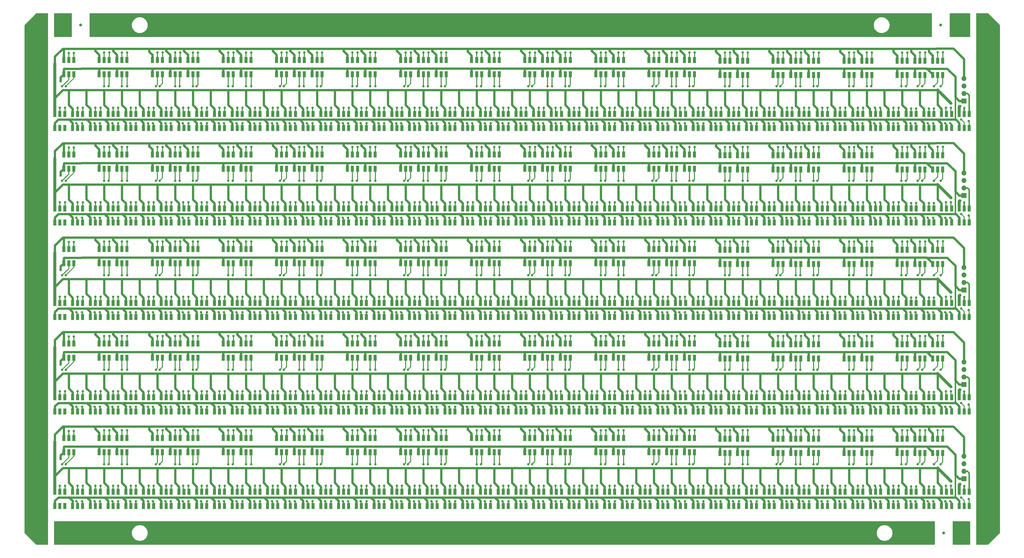
<source format=gbr>
G04 #@! TF.GenerationSoftware,KiCad,Pcbnew,(5.1.5)-3*
G04 #@! TF.CreationDate,2020-04-14T19:59:00+09:00*
G04 #@! TF.ProjectId,APA102_MENZUKE5_base,41504131-3032-45f4-9d45-4e5a554b4535,rev?*
G04 #@! TF.SameCoordinates,Original*
G04 #@! TF.FileFunction,Copper,L1,Top*
G04 #@! TF.FilePolarity,Positive*
%FSLAX46Y46*%
G04 Gerber Fmt 4.6, Leading zero omitted, Abs format (unit mm)*
G04 Created by KiCad (PCBNEW (5.1.5)-3) date 2020-04-14 19:59:00*
%MOMM*%
%LPD*%
G04 APERTURE LIST*
%ADD10R,1.100000X2.000000*%
%ADD11R,1.700000X1.700000*%
%ADD12O,1.700000X1.700000*%
%ADD13C,1.000000*%
%ADD14C,0.800000*%
%ADD15C,0.750000*%
%ADD16C,0.500000*%
%ADD17C,0.300000*%
%ADD18C,1.000000*%
%ADD19C,0.254000*%
G04 APERTURE END LIST*
D10*
X135300000Y-195900000D03*
X137000000Y-195900000D03*
X138700000Y-195900000D03*
X138700000Y-191100000D03*
X137000000Y-191100000D03*
X135300000Y-191100000D03*
X51300000Y-191100000D03*
X53000000Y-191100000D03*
X54700000Y-191100000D03*
X54700000Y-195900000D03*
X53000000Y-195900000D03*
X51300000Y-195900000D03*
X51300000Y-159100000D03*
X53000000Y-159100000D03*
X54700000Y-159100000D03*
X54700000Y-163900000D03*
X53000000Y-163900000D03*
X51300000Y-163900000D03*
X51300000Y-127100000D03*
X53000000Y-127100000D03*
X54700000Y-127100000D03*
X54700000Y-131900000D03*
X53000000Y-131900000D03*
X51300000Y-131900000D03*
X51300000Y-95100000D03*
X53000000Y-95100000D03*
X54700000Y-95100000D03*
X54700000Y-99900000D03*
X53000000Y-99900000D03*
X51300000Y-99900000D03*
X57300000Y-191100000D03*
X59000000Y-191100000D03*
X60700000Y-191100000D03*
X60700000Y-195900000D03*
X59000000Y-195900000D03*
X57300000Y-195900000D03*
X57300000Y-159100000D03*
X59000000Y-159100000D03*
X60700000Y-159100000D03*
X60700000Y-163900000D03*
X59000000Y-163900000D03*
X57300000Y-163900000D03*
X57300000Y-127100000D03*
X59000000Y-127100000D03*
X60700000Y-127100000D03*
X60700000Y-131900000D03*
X59000000Y-131900000D03*
X57300000Y-131900000D03*
X57300000Y-95100000D03*
X59000000Y-95100000D03*
X60700000Y-95100000D03*
X60700000Y-99900000D03*
X59000000Y-99900000D03*
X57300000Y-99900000D03*
X66300000Y-172850000D03*
X68000000Y-172850000D03*
X69700000Y-172850000D03*
X69700000Y-177650000D03*
X68000000Y-177650000D03*
X66300000Y-177650000D03*
X66300000Y-140850000D03*
X68000000Y-140850000D03*
X69700000Y-140850000D03*
X69700000Y-145650000D03*
X68000000Y-145650000D03*
X66300000Y-145650000D03*
X66300000Y-108850000D03*
X68000000Y-108850000D03*
X69700000Y-108850000D03*
X69700000Y-113650000D03*
X68000000Y-113650000D03*
X66300000Y-113650000D03*
X66300000Y-76850000D03*
X68000000Y-76850000D03*
X69700000Y-76850000D03*
X69700000Y-81650000D03*
X68000000Y-81650000D03*
X66300000Y-81650000D03*
X81300000Y-191100000D03*
X83000000Y-191100000D03*
X84700000Y-191100000D03*
X84700000Y-195900000D03*
X83000000Y-195900000D03*
X81300000Y-195900000D03*
X81300000Y-159100000D03*
X83000000Y-159100000D03*
X84700000Y-159100000D03*
X84700000Y-163900000D03*
X83000000Y-163900000D03*
X81300000Y-163900000D03*
X81300000Y-127100000D03*
X83000000Y-127100000D03*
X84700000Y-127100000D03*
X84700000Y-131900000D03*
X83000000Y-131900000D03*
X81300000Y-131900000D03*
X81300000Y-95100000D03*
X83000000Y-95100000D03*
X84700000Y-95100000D03*
X84700000Y-99900000D03*
X83000000Y-99900000D03*
X81300000Y-99900000D03*
X96300000Y-177650000D03*
X98000000Y-177650000D03*
X99700000Y-177650000D03*
X99700000Y-172850000D03*
X98000000Y-172850000D03*
X96300000Y-172850000D03*
X96300000Y-145650000D03*
X98000000Y-145650000D03*
X99700000Y-145650000D03*
X99700000Y-140850000D03*
X98000000Y-140850000D03*
X96300000Y-140850000D03*
X96300000Y-113650000D03*
X98000000Y-113650000D03*
X99700000Y-113650000D03*
X99700000Y-108850000D03*
X98000000Y-108850000D03*
X96300000Y-108850000D03*
X96300000Y-81650000D03*
X98000000Y-81650000D03*
X99700000Y-81650000D03*
X99700000Y-76850000D03*
X98000000Y-76850000D03*
X96300000Y-76850000D03*
X111300000Y-195900000D03*
X113000000Y-195900000D03*
X114700000Y-195900000D03*
X114700000Y-191100000D03*
X113000000Y-191100000D03*
X111300000Y-191100000D03*
X111300000Y-163900000D03*
X113000000Y-163900000D03*
X114700000Y-163900000D03*
X114700000Y-159100000D03*
X113000000Y-159100000D03*
X111300000Y-159100000D03*
X111300000Y-131900000D03*
X113000000Y-131900000D03*
X114700000Y-131900000D03*
X114700000Y-127100000D03*
X113000000Y-127100000D03*
X111300000Y-127100000D03*
X111300000Y-99900000D03*
X113000000Y-99900000D03*
X114700000Y-99900000D03*
X114700000Y-95100000D03*
X113000000Y-95100000D03*
X111300000Y-95100000D03*
X138300000Y-172850000D03*
X140000000Y-172850000D03*
X141700000Y-172850000D03*
X141700000Y-177650000D03*
X140000000Y-177650000D03*
X138300000Y-177650000D03*
X138300000Y-140850000D03*
X140000000Y-140850000D03*
X141700000Y-140850000D03*
X141700000Y-145650000D03*
X140000000Y-145650000D03*
X138300000Y-145650000D03*
X138300000Y-108850000D03*
X140000000Y-108850000D03*
X141700000Y-108850000D03*
X141700000Y-113650000D03*
X140000000Y-113650000D03*
X138300000Y-113650000D03*
X138300000Y-76850000D03*
X140000000Y-76850000D03*
X141700000Y-76850000D03*
X141700000Y-81650000D03*
X140000000Y-81650000D03*
X138300000Y-81650000D03*
X168300000Y-172850000D03*
X170000000Y-172850000D03*
X171700000Y-172850000D03*
X171700000Y-177650000D03*
X170000000Y-177650000D03*
X168300000Y-177650000D03*
X168300000Y-140850000D03*
X170000000Y-140850000D03*
X171700000Y-140850000D03*
X171700000Y-145650000D03*
X170000000Y-145650000D03*
X168300000Y-145650000D03*
X168300000Y-108850000D03*
X170000000Y-108850000D03*
X171700000Y-108850000D03*
X171700000Y-113650000D03*
X170000000Y-113650000D03*
X168300000Y-113650000D03*
X168300000Y-76850000D03*
X170000000Y-76850000D03*
X171700000Y-76850000D03*
X171700000Y-81650000D03*
X170000000Y-81650000D03*
X168300000Y-81650000D03*
X177300000Y-195900000D03*
X179000000Y-195900000D03*
X180700000Y-195900000D03*
X180700000Y-191100000D03*
X179000000Y-191100000D03*
X177300000Y-191100000D03*
X177300000Y-163900000D03*
X179000000Y-163900000D03*
X180700000Y-163900000D03*
X180700000Y-159100000D03*
X179000000Y-159100000D03*
X177300000Y-159100000D03*
X177300000Y-131900000D03*
X179000000Y-131900000D03*
X180700000Y-131900000D03*
X180700000Y-127100000D03*
X179000000Y-127100000D03*
X177300000Y-127100000D03*
X177300000Y-99900000D03*
X179000000Y-99900000D03*
X180700000Y-99900000D03*
X180700000Y-95100000D03*
X179000000Y-95100000D03*
X177300000Y-95100000D03*
X150300000Y-177650000D03*
X152000000Y-177650000D03*
X153700000Y-177650000D03*
X153700000Y-172850000D03*
X152000000Y-172850000D03*
X150300000Y-172850000D03*
X150300000Y-145650000D03*
X152000000Y-145650000D03*
X153700000Y-145650000D03*
X153700000Y-140850000D03*
X152000000Y-140850000D03*
X150300000Y-140850000D03*
X150300000Y-113650000D03*
X152000000Y-113650000D03*
X153700000Y-113650000D03*
X153700000Y-108850000D03*
X152000000Y-108850000D03*
X150300000Y-108850000D03*
X150300000Y-81650000D03*
X152000000Y-81650000D03*
X153700000Y-81650000D03*
X153700000Y-76850000D03*
X152000000Y-76850000D03*
X150300000Y-76850000D03*
X156300000Y-177650000D03*
X158000000Y-177650000D03*
X159700000Y-177650000D03*
X159700000Y-172850000D03*
X158000000Y-172850000D03*
X156300000Y-172850000D03*
X156300000Y-145650000D03*
X158000000Y-145650000D03*
X159700000Y-145650000D03*
X159700000Y-140850000D03*
X158000000Y-140850000D03*
X156300000Y-140850000D03*
X156300000Y-113650000D03*
X158000000Y-113650000D03*
X159700000Y-113650000D03*
X159700000Y-108850000D03*
X158000000Y-108850000D03*
X156300000Y-108850000D03*
X156300000Y-81650000D03*
X158000000Y-81650000D03*
X159700000Y-81650000D03*
X159700000Y-76850000D03*
X158000000Y-76850000D03*
X156300000Y-76850000D03*
X54300000Y-177650000D03*
X56000000Y-177650000D03*
X57700000Y-177650000D03*
X57700000Y-172850000D03*
X56000000Y-172850000D03*
X54300000Y-172850000D03*
X54300000Y-145650000D03*
X56000000Y-145650000D03*
X57700000Y-145650000D03*
X57700000Y-140850000D03*
X56000000Y-140850000D03*
X54300000Y-140850000D03*
X54300000Y-113650000D03*
X56000000Y-113650000D03*
X57700000Y-113650000D03*
X57700000Y-108850000D03*
X56000000Y-108850000D03*
X54300000Y-108850000D03*
X54300000Y-81650000D03*
X56000000Y-81650000D03*
X57700000Y-81650000D03*
X57700000Y-76850000D03*
X56000000Y-76850000D03*
X54300000Y-76850000D03*
X63300000Y-195900000D03*
X65000000Y-195900000D03*
X66700000Y-195900000D03*
X66700000Y-191100000D03*
X65000000Y-191100000D03*
X63300000Y-191100000D03*
X63300000Y-163900000D03*
X65000000Y-163900000D03*
X66700000Y-163900000D03*
X66700000Y-159100000D03*
X65000000Y-159100000D03*
X63300000Y-159100000D03*
X63300000Y-131900000D03*
X65000000Y-131900000D03*
X66700000Y-131900000D03*
X66700000Y-127100000D03*
X65000000Y-127100000D03*
X63300000Y-127100000D03*
X63300000Y-99900000D03*
X65000000Y-99900000D03*
X66700000Y-99900000D03*
X66700000Y-95100000D03*
X65000000Y-95100000D03*
X63300000Y-95100000D03*
X87300000Y-195900000D03*
X89000000Y-195900000D03*
X90700000Y-195900000D03*
X90700000Y-191100000D03*
X89000000Y-191100000D03*
X87300000Y-191100000D03*
X87300000Y-163900000D03*
X89000000Y-163900000D03*
X90700000Y-163900000D03*
X90700000Y-159100000D03*
X89000000Y-159100000D03*
X87300000Y-159100000D03*
X87300000Y-131900000D03*
X89000000Y-131900000D03*
X90700000Y-131900000D03*
X90700000Y-127100000D03*
X89000000Y-127100000D03*
X87300000Y-127100000D03*
X87300000Y-99900000D03*
X89000000Y-99900000D03*
X90700000Y-99900000D03*
X90700000Y-95100000D03*
X89000000Y-95100000D03*
X87300000Y-95100000D03*
X108300000Y-172850000D03*
X110000000Y-172850000D03*
X111700000Y-172850000D03*
X111700000Y-177650000D03*
X110000000Y-177650000D03*
X108300000Y-177650000D03*
X108300000Y-140850000D03*
X110000000Y-140850000D03*
X111700000Y-140850000D03*
X111700000Y-145650000D03*
X110000000Y-145650000D03*
X108300000Y-145650000D03*
X108300000Y-108850000D03*
X110000000Y-108850000D03*
X111700000Y-108850000D03*
X111700000Y-113650000D03*
X110000000Y-113650000D03*
X108300000Y-113650000D03*
X108300000Y-76850000D03*
X110000000Y-76850000D03*
X111700000Y-76850000D03*
X111700000Y-81650000D03*
X110000000Y-81650000D03*
X108300000Y-81650000D03*
X147300000Y-191100000D03*
X149000000Y-191100000D03*
X150700000Y-191100000D03*
X150700000Y-195900000D03*
X149000000Y-195900000D03*
X147300000Y-195900000D03*
X147300000Y-159100000D03*
X149000000Y-159100000D03*
X150700000Y-159100000D03*
X150700000Y-163900000D03*
X149000000Y-163900000D03*
X147300000Y-163900000D03*
X147300000Y-127100000D03*
X149000000Y-127100000D03*
X150700000Y-127100000D03*
X150700000Y-131900000D03*
X149000000Y-131900000D03*
X147300000Y-131900000D03*
X147300000Y-95100000D03*
X149000000Y-95100000D03*
X150700000Y-95100000D03*
X150700000Y-99900000D03*
X149000000Y-99900000D03*
X147300000Y-99900000D03*
X171300000Y-195900000D03*
X173000000Y-195900000D03*
X174700000Y-195900000D03*
X174700000Y-191100000D03*
X173000000Y-191100000D03*
X171300000Y-191100000D03*
X171300000Y-163900000D03*
X173000000Y-163900000D03*
X174700000Y-163900000D03*
X174700000Y-159100000D03*
X173000000Y-159100000D03*
X171300000Y-159100000D03*
X171300000Y-131900000D03*
X173000000Y-131900000D03*
X174700000Y-131900000D03*
X174700000Y-127100000D03*
X173000000Y-127100000D03*
X171300000Y-127100000D03*
X171300000Y-99900000D03*
X173000000Y-99900000D03*
X174700000Y-99900000D03*
X174700000Y-95100000D03*
X173000000Y-95100000D03*
X171300000Y-95100000D03*
X126300000Y-172850000D03*
X128000000Y-172850000D03*
X129700000Y-172850000D03*
X129700000Y-177650000D03*
X128000000Y-177650000D03*
X126300000Y-177650000D03*
X126300000Y-140850000D03*
X128000000Y-140850000D03*
X129700000Y-140850000D03*
X129700000Y-145650000D03*
X128000000Y-145650000D03*
X126300000Y-145650000D03*
X126300000Y-108850000D03*
X128000000Y-108850000D03*
X129700000Y-108850000D03*
X129700000Y-113650000D03*
X128000000Y-113650000D03*
X126300000Y-113650000D03*
X126300000Y-76850000D03*
X128000000Y-76850000D03*
X129700000Y-76850000D03*
X129700000Y-81650000D03*
X128000000Y-81650000D03*
X126300000Y-81650000D03*
X141300000Y-195900000D03*
X143000000Y-195900000D03*
X144700000Y-195900000D03*
X144700000Y-191100000D03*
X143000000Y-191100000D03*
X141300000Y-191100000D03*
X141300000Y-163900000D03*
X143000000Y-163900000D03*
X144700000Y-163900000D03*
X144700000Y-159100000D03*
X143000000Y-159100000D03*
X141300000Y-159100000D03*
X141300000Y-131900000D03*
X143000000Y-131900000D03*
X144700000Y-131900000D03*
X144700000Y-127100000D03*
X143000000Y-127100000D03*
X141300000Y-127100000D03*
X141300000Y-99900000D03*
X143000000Y-99900000D03*
X144700000Y-99900000D03*
X144700000Y-95100000D03*
X143000000Y-95100000D03*
X141300000Y-95100000D03*
X105300000Y-195900000D03*
X107000000Y-195900000D03*
X108700000Y-195900000D03*
X108700000Y-191100000D03*
X107000000Y-191100000D03*
X105300000Y-191100000D03*
X105300000Y-163900000D03*
X107000000Y-163900000D03*
X108700000Y-163900000D03*
X108700000Y-159100000D03*
X107000000Y-159100000D03*
X105300000Y-159100000D03*
X105300000Y-131900000D03*
X107000000Y-131900000D03*
X108700000Y-131900000D03*
X108700000Y-127100000D03*
X107000000Y-127100000D03*
X105300000Y-127100000D03*
X105300000Y-99900000D03*
X107000000Y-99900000D03*
X108700000Y-99900000D03*
X108700000Y-95100000D03*
X107000000Y-95100000D03*
X105300000Y-95100000D03*
X129300000Y-195900000D03*
X131000000Y-195900000D03*
X132700000Y-195900000D03*
X132700000Y-191100000D03*
X131000000Y-191100000D03*
X129300000Y-191100000D03*
X129300000Y-163900000D03*
X131000000Y-163900000D03*
X132700000Y-163900000D03*
X132700000Y-159100000D03*
X131000000Y-159100000D03*
X129300000Y-159100000D03*
X129300000Y-131900000D03*
X131000000Y-131900000D03*
X132700000Y-131900000D03*
X132700000Y-127100000D03*
X131000000Y-127100000D03*
X129300000Y-127100000D03*
X129300000Y-99900000D03*
X131000000Y-99900000D03*
X132700000Y-99900000D03*
X132700000Y-95100000D03*
X131000000Y-95100000D03*
X129300000Y-95100000D03*
X75300000Y-195900000D03*
X77000000Y-195900000D03*
X78700000Y-195900000D03*
X78700000Y-191100000D03*
X77000000Y-191100000D03*
X75300000Y-191100000D03*
X75300000Y-163900000D03*
X77000000Y-163900000D03*
X78700000Y-163900000D03*
X78700000Y-159100000D03*
X77000000Y-159100000D03*
X75300000Y-159100000D03*
X75300000Y-131900000D03*
X77000000Y-131900000D03*
X78700000Y-131900000D03*
X78700000Y-127100000D03*
X77000000Y-127100000D03*
X75300000Y-127100000D03*
X75300000Y-99900000D03*
X77000000Y-99900000D03*
X78700000Y-99900000D03*
X78700000Y-95100000D03*
X77000000Y-95100000D03*
X75300000Y-95100000D03*
X93300000Y-191100000D03*
X95000000Y-191100000D03*
X96700000Y-191100000D03*
X96700000Y-195900000D03*
X95000000Y-195900000D03*
X93300000Y-195900000D03*
X93300000Y-159100000D03*
X95000000Y-159100000D03*
X96700000Y-159100000D03*
X96700000Y-163900000D03*
X95000000Y-163900000D03*
X93300000Y-163900000D03*
X93300000Y-127100000D03*
X95000000Y-127100000D03*
X96700000Y-127100000D03*
X96700000Y-131900000D03*
X95000000Y-131900000D03*
X93300000Y-131900000D03*
X93300000Y-95100000D03*
X95000000Y-95100000D03*
X96700000Y-95100000D03*
X96700000Y-99900000D03*
X95000000Y-99900000D03*
X93300000Y-99900000D03*
X183300000Y-195900000D03*
X185000000Y-195900000D03*
X186700000Y-195900000D03*
X186700000Y-191100000D03*
X185000000Y-191100000D03*
X183300000Y-191100000D03*
X183300000Y-163900000D03*
X185000000Y-163900000D03*
X186700000Y-163900000D03*
X186700000Y-159100000D03*
X185000000Y-159100000D03*
X183300000Y-159100000D03*
X183300000Y-131900000D03*
X185000000Y-131900000D03*
X186700000Y-131900000D03*
X186700000Y-127100000D03*
X185000000Y-127100000D03*
X183300000Y-127100000D03*
X183300000Y-99900000D03*
X185000000Y-99900000D03*
X186700000Y-99900000D03*
X186700000Y-95100000D03*
X185000000Y-95100000D03*
X183300000Y-95100000D03*
X135300000Y-163900000D03*
X137000000Y-163900000D03*
X138700000Y-163900000D03*
X138700000Y-159100000D03*
X137000000Y-159100000D03*
X135300000Y-159100000D03*
X135300000Y-131900000D03*
X137000000Y-131900000D03*
X138700000Y-131900000D03*
X138700000Y-127100000D03*
X137000000Y-127100000D03*
X135300000Y-127100000D03*
X135300000Y-99900000D03*
X137000000Y-99900000D03*
X138700000Y-99900000D03*
X138700000Y-95100000D03*
X137000000Y-95100000D03*
X135300000Y-95100000D03*
X159300000Y-191100000D03*
X161000000Y-191100000D03*
X162700000Y-191100000D03*
X162700000Y-195900000D03*
X161000000Y-195900000D03*
X159300000Y-195900000D03*
X159300000Y-159100000D03*
X161000000Y-159100000D03*
X162700000Y-159100000D03*
X162700000Y-163900000D03*
X161000000Y-163900000D03*
X159300000Y-163900000D03*
X159300000Y-127100000D03*
X161000000Y-127100000D03*
X162700000Y-127100000D03*
X162700000Y-131900000D03*
X161000000Y-131900000D03*
X159300000Y-131900000D03*
X159300000Y-95100000D03*
X161000000Y-95100000D03*
X162700000Y-95100000D03*
X162700000Y-99900000D03*
X161000000Y-99900000D03*
X159300000Y-99900000D03*
X165300000Y-195900000D03*
X167000000Y-195900000D03*
X168700000Y-195900000D03*
X168700000Y-191100000D03*
X167000000Y-191100000D03*
X165300000Y-191100000D03*
X165300000Y-163900000D03*
X167000000Y-163900000D03*
X168700000Y-163900000D03*
X168700000Y-159100000D03*
X167000000Y-159100000D03*
X165300000Y-159100000D03*
X165300000Y-131900000D03*
X167000000Y-131900000D03*
X168700000Y-131900000D03*
X168700000Y-127100000D03*
X167000000Y-127100000D03*
X165300000Y-127100000D03*
X165300000Y-99900000D03*
X167000000Y-99900000D03*
X168700000Y-99900000D03*
X168700000Y-95100000D03*
X167000000Y-95100000D03*
X165300000Y-95100000D03*
X174300000Y-172850000D03*
X176000000Y-172850000D03*
X177700000Y-172850000D03*
X177700000Y-177650000D03*
X176000000Y-177650000D03*
X174300000Y-177650000D03*
X174300000Y-140850000D03*
X176000000Y-140850000D03*
X177700000Y-140850000D03*
X177700000Y-145650000D03*
X176000000Y-145650000D03*
X174300000Y-145650000D03*
X174300000Y-108850000D03*
X176000000Y-108850000D03*
X177700000Y-108850000D03*
X177700000Y-113650000D03*
X176000000Y-113650000D03*
X174300000Y-113650000D03*
X174300000Y-76850000D03*
X176000000Y-76850000D03*
X177700000Y-76850000D03*
X177700000Y-81650000D03*
X176000000Y-81650000D03*
X174300000Y-81650000D03*
X114300000Y-172850000D03*
X116000000Y-172850000D03*
X117700000Y-172850000D03*
X117700000Y-177650000D03*
X116000000Y-177650000D03*
X114300000Y-177650000D03*
X114300000Y-140850000D03*
X116000000Y-140850000D03*
X117700000Y-140850000D03*
X117700000Y-145650000D03*
X116000000Y-145650000D03*
X114300000Y-145650000D03*
X114300000Y-108850000D03*
X116000000Y-108850000D03*
X117700000Y-108850000D03*
X117700000Y-113650000D03*
X116000000Y-113650000D03*
X114300000Y-113650000D03*
X114300000Y-76850000D03*
X116000000Y-76850000D03*
X117700000Y-76850000D03*
X117700000Y-81650000D03*
X116000000Y-81650000D03*
X114300000Y-81650000D03*
X180300000Y-172850000D03*
X182000000Y-172850000D03*
X183700000Y-172850000D03*
X183700000Y-177650000D03*
X182000000Y-177650000D03*
X180300000Y-177650000D03*
X180300000Y-140850000D03*
X182000000Y-140850000D03*
X183700000Y-140850000D03*
X183700000Y-145650000D03*
X182000000Y-145650000D03*
X180300000Y-145650000D03*
X180300000Y-108850000D03*
X182000000Y-108850000D03*
X183700000Y-108850000D03*
X183700000Y-113650000D03*
X182000000Y-113650000D03*
X180300000Y-113650000D03*
X180300000Y-76850000D03*
X182000000Y-76850000D03*
X183700000Y-76850000D03*
X183700000Y-81650000D03*
X182000000Y-81650000D03*
X180300000Y-81650000D03*
X72300000Y-172850000D03*
X74000000Y-172850000D03*
X75700000Y-172850000D03*
X75700000Y-177650000D03*
X74000000Y-177650000D03*
X72300000Y-177650000D03*
X72300000Y-140850000D03*
X74000000Y-140850000D03*
X75700000Y-140850000D03*
X75700000Y-145650000D03*
X74000000Y-145650000D03*
X72300000Y-145650000D03*
X72300000Y-108850000D03*
X74000000Y-108850000D03*
X75700000Y-108850000D03*
X75700000Y-113650000D03*
X74000000Y-113650000D03*
X72300000Y-113650000D03*
X72300000Y-76850000D03*
X74000000Y-76850000D03*
X75700000Y-76850000D03*
X75700000Y-81650000D03*
X74000000Y-81650000D03*
X72300000Y-81650000D03*
X84300000Y-177650000D03*
X86000000Y-177650000D03*
X87700000Y-177650000D03*
X87700000Y-172850000D03*
X86000000Y-172850000D03*
X84300000Y-172850000D03*
X84300000Y-145650000D03*
X86000000Y-145650000D03*
X87700000Y-145650000D03*
X87700000Y-140850000D03*
X86000000Y-140850000D03*
X84300000Y-140850000D03*
X84300000Y-113650000D03*
X86000000Y-113650000D03*
X87700000Y-113650000D03*
X87700000Y-108850000D03*
X86000000Y-108850000D03*
X84300000Y-108850000D03*
X84300000Y-81650000D03*
X86000000Y-81650000D03*
X87700000Y-81650000D03*
X87700000Y-76850000D03*
X86000000Y-76850000D03*
X84300000Y-76850000D03*
X90300000Y-177650000D03*
X92000000Y-177650000D03*
X93700000Y-177650000D03*
X93700000Y-172850000D03*
X92000000Y-172850000D03*
X90300000Y-172850000D03*
X90300000Y-145650000D03*
X92000000Y-145650000D03*
X93700000Y-145650000D03*
X93700000Y-140850000D03*
X92000000Y-140850000D03*
X90300000Y-140850000D03*
X90300000Y-113650000D03*
X92000000Y-113650000D03*
X93700000Y-113650000D03*
X93700000Y-108850000D03*
X92000000Y-108850000D03*
X90300000Y-108850000D03*
X90300000Y-81650000D03*
X92000000Y-81650000D03*
X93700000Y-81650000D03*
X93700000Y-76850000D03*
X92000000Y-76850000D03*
X90300000Y-76850000D03*
X132300000Y-172850000D03*
X134000000Y-172850000D03*
X135700000Y-172850000D03*
X135700000Y-177650000D03*
X134000000Y-177650000D03*
X132300000Y-177650000D03*
X132300000Y-140850000D03*
X134000000Y-140850000D03*
X135700000Y-140850000D03*
X135700000Y-145650000D03*
X134000000Y-145650000D03*
X132300000Y-145650000D03*
X132300000Y-108850000D03*
X134000000Y-108850000D03*
X135700000Y-108850000D03*
X135700000Y-113650000D03*
X134000000Y-113650000D03*
X132300000Y-113650000D03*
X132300000Y-76850000D03*
X134000000Y-76850000D03*
X135700000Y-76850000D03*
X135700000Y-81650000D03*
X134000000Y-81650000D03*
X132300000Y-81650000D03*
X153300000Y-191100000D03*
X155000000Y-191100000D03*
X156700000Y-191100000D03*
X156700000Y-195900000D03*
X155000000Y-195900000D03*
X153300000Y-195900000D03*
X153300000Y-159100000D03*
X155000000Y-159100000D03*
X156700000Y-159100000D03*
X156700000Y-163900000D03*
X155000000Y-163900000D03*
X153300000Y-163900000D03*
X153300000Y-127100000D03*
X155000000Y-127100000D03*
X156700000Y-127100000D03*
X156700000Y-131900000D03*
X155000000Y-131900000D03*
X153300000Y-131900000D03*
X153300000Y-95100000D03*
X155000000Y-95100000D03*
X156700000Y-95100000D03*
X156700000Y-99900000D03*
X155000000Y-99900000D03*
X153300000Y-99900000D03*
X99300000Y-191100000D03*
X101000000Y-191100000D03*
X102700000Y-191100000D03*
X102700000Y-195900000D03*
X101000000Y-195900000D03*
X99300000Y-195900000D03*
X99300000Y-159100000D03*
X101000000Y-159100000D03*
X102700000Y-159100000D03*
X102700000Y-163900000D03*
X101000000Y-163900000D03*
X99300000Y-163900000D03*
X99300000Y-127100000D03*
X101000000Y-127100000D03*
X102700000Y-127100000D03*
X102700000Y-131900000D03*
X101000000Y-131900000D03*
X99300000Y-131900000D03*
X99300000Y-95100000D03*
X101000000Y-95100000D03*
X102700000Y-95100000D03*
X102700000Y-99900000D03*
X101000000Y-99900000D03*
X99300000Y-99900000D03*
X69300000Y-195900000D03*
X71000000Y-195900000D03*
X72700000Y-195900000D03*
X72700000Y-191100000D03*
X71000000Y-191100000D03*
X69300000Y-191100000D03*
X69300000Y-163900000D03*
X71000000Y-163900000D03*
X72700000Y-163900000D03*
X72700000Y-159100000D03*
X71000000Y-159100000D03*
X69300000Y-159100000D03*
X69300000Y-131900000D03*
X71000000Y-131900000D03*
X72700000Y-131900000D03*
X72700000Y-127100000D03*
X71000000Y-127100000D03*
X69300000Y-127100000D03*
X69300000Y-99900000D03*
X71000000Y-99900000D03*
X72700000Y-99900000D03*
X72700000Y-95100000D03*
X71000000Y-95100000D03*
X69300000Y-95100000D03*
X123300000Y-191100000D03*
X125000000Y-191100000D03*
X126700000Y-191100000D03*
X126700000Y-195900000D03*
X125000000Y-195900000D03*
X123300000Y-195900000D03*
X123300000Y-159100000D03*
X125000000Y-159100000D03*
X126700000Y-159100000D03*
X126700000Y-163900000D03*
X125000000Y-163900000D03*
X123300000Y-163900000D03*
X123300000Y-127100000D03*
X125000000Y-127100000D03*
X126700000Y-127100000D03*
X126700000Y-131900000D03*
X125000000Y-131900000D03*
X123300000Y-131900000D03*
X123300000Y-95100000D03*
X125000000Y-95100000D03*
X126700000Y-95100000D03*
X126700000Y-99900000D03*
X125000000Y-99900000D03*
X123300000Y-99900000D03*
X117300000Y-195900000D03*
X119000000Y-195900000D03*
X120700000Y-195900000D03*
X120700000Y-191100000D03*
X119000000Y-191100000D03*
X117300000Y-191100000D03*
X117300000Y-163900000D03*
X119000000Y-163900000D03*
X120700000Y-163900000D03*
X120700000Y-159100000D03*
X119000000Y-159100000D03*
X117300000Y-159100000D03*
X117300000Y-131900000D03*
X119000000Y-131900000D03*
X120700000Y-131900000D03*
X120700000Y-127100000D03*
X119000000Y-127100000D03*
X117300000Y-127100000D03*
X117300000Y-99900000D03*
X119000000Y-99900000D03*
X120700000Y-99900000D03*
X120700000Y-95100000D03*
X119000000Y-95100000D03*
X117300000Y-95100000D03*
X189300000Y-191100000D03*
X191000000Y-191100000D03*
X192700000Y-191100000D03*
X192700000Y-195900000D03*
X191000000Y-195900000D03*
X189300000Y-195900000D03*
X189300000Y-159100000D03*
X191000000Y-159100000D03*
X192700000Y-159100000D03*
X192700000Y-163900000D03*
X191000000Y-163900000D03*
X189300000Y-163900000D03*
X189300000Y-127100000D03*
X191000000Y-127100000D03*
X192700000Y-127100000D03*
X192700000Y-131900000D03*
X191000000Y-131900000D03*
X189300000Y-131900000D03*
X189300000Y-95100000D03*
X191000000Y-95100000D03*
X192700000Y-95100000D03*
X192700000Y-99900000D03*
X191000000Y-99900000D03*
X189300000Y-99900000D03*
X231300000Y-191100000D03*
X233000000Y-191100000D03*
X234700000Y-191100000D03*
X234700000Y-195900000D03*
X233000000Y-195900000D03*
X231300000Y-195900000D03*
X231300000Y-159100000D03*
X233000000Y-159100000D03*
X234700000Y-159100000D03*
X234700000Y-163900000D03*
X233000000Y-163900000D03*
X231300000Y-163900000D03*
X231300000Y-127100000D03*
X233000000Y-127100000D03*
X234700000Y-127100000D03*
X234700000Y-131900000D03*
X233000000Y-131900000D03*
X231300000Y-131900000D03*
X231300000Y-95100000D03*
X233000000Y-95100000D03*
X234700000Y-95100000D03*
X234700000Y-99900000D03*
X233000000Y-99900000D03*
X231300000Y-99900000D03*
X192300000Y-177650000D03*
X194000000Y-177650000D03*
X195700000Y-177650000D03*
X195700000Y-172850000D03*
X194000000Y-172850000D03*
X192300000Y-172850000D03*
X192300000Y-145650000D03*
X194000000Y-145650000D03*
X195700000Y-145650000D03*
X195700000Y-140850000D03*
X194000000Y-140850000D03*
X192300000Y-140850000D03*
X192300000Y-113650000D03*
X194000000Y-113650000D03*
X195700000Y-113650000D03*
X195700000Y-108850000D03*
X194000000Y-108850000D03*
X192300000Y-108850000D03*
X192300000Y-81650000D03*
X194000000Y-81650000D03*
X195700000Y-81650000D03*
X195700000Y-76850000D03*
X194000000Y-76850000D03*
X192300000Y-76850000D03*
X237300000Y-191100000D03*
X239000000Y-191100000D03*
X240700000Y-191100000D03*
X240700000Y-195900000D03*
X239000000Y-195900000D03*
X237300000Y-195900000D03*
X237300000Y-159100000D03*
X239000000Y-159100000D03*
X240700000Y-159100000D03*
X240700000Y-163900000D03*
X239000000Y-163900000D03*
X237300000Y-163900000D03*
X237300000Y-127100000D03*
X239000000Y-127100000D03*
X240700000Y-127100000D03*
X240700000Y-131900000D03*
X239000000Y-131900000D03*
X237300000Y-131900000D03*
X237300000Y-95100000D03*
X239000000Y-95100000D03*
X240700000Y-95100000D03*
X240700000Y-99900000D03*
X239000000Y-99900000D03*
X237300000Y-99900000D03*
X195300000Y-191100000D03*
X197000000Y-191100000D03*
X198700000Y-191100000D03*
X198700000Y-195900000D03*
X197000000Y-195900000D03*
X195300000Y-195900000D03*
X195300000Y-159100000D03*
X197000000Y-159100000D03*
X198700000Y-159100000D03*
X198700000Y-163900000D03*
X197000000Y-163900000D03*
X195300000Y-163900000D03*
X195300000Y-127100000D03*
X197000000Y-127100000D03*
X198700000Y-127100000D03*
X198700000Y-131900000D03*
X197000000Y-131900000D03*
X195300000Y-131900000D03*
X195300000Y-95100000D03*
X197000000Y-95100000D03*
X198700000Y-95100000D03*
X198700000Y-99900000D03*
X197000000Y-99900000D03*
X195300000Y-99900000D03*
X198300000Y-177650000D03*
X200000000Y-177650000D03*
X201700000Y-177650000D03*
X201700000Y-172850000D03*
X200000000Y-172850000D03*
X198300000Y-172850000D03*
X198300000Y-145650000D03*
X200000000Y-145650000D03*
X201700000Y-145650000D03*
X201700000Y-140850000D03*
X200000000Y-140850000D03*
X198300000Y-140850000D03*
X198300000Y-113650000D03*
X200000000Y-113650000D03*
X201700000Y-113650000D03*
X201700000Y-108850000D03*
X200000000Y-108850000D03*
X198300000Y-108850000D03*
X198300000Y-81650000D03*
X200000000Y-81650000D03*
X201700000Y-81650000D03*
X201700000Y-76850000D03*
X200000000Y-76850000D03*
X198300000Y-76850000D03*
X201300000Y-191100000D03*
X203000000Y-191100000D03*
X204700000Y-191100000D03*
X204700000Y-195900000D03*
X203000000Y-195900000D03*
X201300000Y-195900000D03*
X201300000Y-159100000D03*
X203000000Y-159100000D03*
X204700000Y-159100000D03*
X204700000Y-163900000D03*
X203000000Y-163900000D03*
X201300000Y-163900000D03*
X201300000Y-127100000D03*
X203000000Y-127100000D03*
X204700000Y-127100000D03*
X204700000Y-131900000D03*
X203000000Y-131900000D03*
X201300000Y-131900000D03*
X201300000Y-95100000D03*
X203000000Y-95100000D03*
X204700000Y-95100000D03*
X204700000Y-99900000D03*
X203000000Y-99900000D03*
X201300000Y-99900000D03*
X207300000Y-191100000D03*
X209000000Y-191100000D03*
X210700000Y-191100000D03*
X210700000Y-195900000D03*
X209000000Y-195900000D03*
X207300000Y-195900000D03*
X207300000Y-159100000D03*
X209000000Y-159100000D03*
X210700000Y-159100000D03*
X210700000Y-163900000D03*
X209000000Y-163900000D03*
X207300000Y-163900000D03*
X207300000Y-127100000D03*
X209000000Y-127100000D03*
X210700000Y-127100000D03*
X210700000Y-131900000D03*
X209000000Y-131900000D03*
X207300000Y-131900000D03*
X207300000Y-95100000D03*
X209000000Y-95100000D03*
X210700000Y-95100000D03*
X210700000Y-99900000D03*
X209000000Y-99900000D03*
X207300000Y-99900000D03*
X210300000Y-172850000D03*
X212000000Y-172850000D03*
X213700000Y-172850000D03*
X213700000Y-177650000D03*
X212000000Y-177650000D03*
X210300000Y-177650000D03*
X210300000Y-140850000D03*
X212000000Y-140850000D03*
X213700000Y-140850000D03*
X213700000Y-145650000D03*
X212000000Y-145650000D03*
X210300000Y-145650000D03*
X210300000Y-108850000D03*
X212000000Y-108850000D03*
X213700000Y-108850000D03*
X213700000Y-113650000D03*
X212000000Y-113650000D03*
X210300000Y-113650000D03*
X210300000Y-76850000D03*
X212000000Y-76850000D03*
X213700000Y-76850000D03*
X213700000Y-81650000D03*
X212000000Y-81650000D03*
X210300000Y-81650000D03*
X240300000Y-177650000D03*
X242000000Y-177650000D03*
X243700000Y-177650000D03*
X243700000Y-172850000D03*
X242000000Y-172850000D03*
X240300000Y-172850000D03*
X240300000Y-145650000D03*
X242000000Y-145650000D03*
X243700000Y-145650000D03*
X243700000Y-140850000D03*
X242000000Y-140850000D03*
X240300000Y-140850000D03*
X240300000Y-113650000D03*
X242000000Y-113650000D03*
X243700000Y-113650000D03*
X243700000Y-108850000D03*
X242000000Y-108850000D03*
X240300000Y-108850000D03*
X240300000Y-81650000D03*
X242000000Y-81650000D03*
X243700000Y-81650000D03*
X243700000Y-76850000D03*
X242000000Y-76850000D03*
X240300000Y-76850000D03*
X213300000Y-195900000D03*
X215000000Y-195900000D03*
X216700000Y-195900000D03*
X216700000Y-191100000D03*
X215000000Y-191100000D03*
X213300000Y-191100000D03*
X213300000Y-163900000D03*
X215000000Y-163900000D03*
X216700000Y-163900000D03*
X216700000Y-159100000D03*
X215000000Y-159100000D03*
X213300000Y-159100000D03*
X213300000Y-131900000D03*
X215000000Y-131900000D03*
X216700000Y-131900000D03*
X216700000Y-127100000D03*
X215000000Y-127100000D03*
X213300000Y-127100000D03*
X213300000Y-99900000D03*
X215000000Y-99900000D03*
X216700000Y-99900000D03*
X216700000Y-95100000D03*
X215000000Y-95100000D03*
X213300000Y-95100000D03*
X249300000Y-195900000D03*
X251000000Y-195900000D03*
X252700000Y-195900000D03*
X252700000Y-191100000D03*
X251000000Y-191100000D03*
X249300000Y-191100000D03*
X249300000Y-163900000D03*
X251000000Y-163900000D03*
X252700000Y-163900000D03*
X252700000Y-159100000D03*
X251000000Y-159100000D03*
X249300000Y-159100000D03*
X249300000Y-131900000D03*
X251000000Y-131900000D03*
X252700000Y-131900000D03*
X252700000Y-127100000D03*
X251000000Y-127100000D03*
X249300000Y-127100000D03*
X249300000Y-99900000D03*
X251000000Y-99900000D03*
X252700000Y-99900000D03*
X252700000Y-95100000D03*
X251000000Y-95100000D03*
X249300000Y-95100000D03*
X216300000Y-172850000D03*
X218000000Y-172850000D03*
X219700000Y-172850000D03*
X219700000Y-177650000D03*
X218000000Y-177650000D03*
X216300000Y-177650000D03*
X216300000Y-140850000D03*
X218000000Y-140850000D03*
X219700000Y-140850000D03*
X219700000Y-145650000D03*
X218000000Y-145650000D03*
X216300000Y-145650000D03*
X216300000Y-108850000D03*
X218000000Y-108850000D03*
X219700000Y-108850000D03*
X219700000Y-113650000D03*
X218000000Y-113650000D03*
X216300000Y-113650000D03*
X216300000Y-76850000D03*
X218000000Y-76850000D03*
X219700000Y-76850000D03*
X219700000Y-81650000D03*
X218000000Y-81650000D03*
X216300000Y-81650000D03*
X225300000Y-195900000D03*
X227000000Y-195900000D03*
X228700000Y-195900000D03*
X228700000Y-191100000D03*
X227000000Y-191100000D03*
X225300000Y-191100000D03*
X225300000Y-163900000D03*
X227000000Y-163900000D03*
X228700000Y-163900000D03*
X228700000Y-159100000D03*
X227000000Y-159100000D03*
X225300000Y-159100000D03*
X225300000Y-131900000D03*
X227000000Y-131900000D03*
X228700000Y-131900000D03*
X228700000Y-127100000D03*
X227000000Y-127100000D03*
X225300000Y-127100000D03*
X225300000Y-99900000D03*
X227000000Y-99900000D03*
X228700000Y-99900000D03*
X228700000Y-95100000D03*
X227000000Y-95100000D03*
X225300000Y-95100000D03*
X219300000Y-195900000D03*
X221000000Y-195900000D03*
X222700000Y-195900000D03*
X222700000Y-191100000D03*
X221000000Y-191100000D03*
X219300000Y-191100000D03*
X219300000Y-163900000D03*
X221000000Y-163900000D03*
X222700000Y-163900000D03*
X222700000Y-159100000D03*
X221000000Y-159100000D03*
X219300000Y-159100000D03*
X219300000Y-131900000D03*
X221000000Y-131900000D03*
X222700000Y-131900000D03*
X222700000Y-127100000D03*
X221000000Y-127100000D03*
X219300000Y-127100000D03*
X219300000Y-99900000D03*
X221000000Y-99900000D03*
X222700000Y-99900000D03*
X222700000Y-95100000D03*
X221000000Y-95100000D03*
X219300000Y-95100000D03*
X222300000Y-172850000D03*
X224000000Y-172850000D03*
X225700000Y-172850000D03*
X225700000Y-177650000D03*
X224000000Y-177650000D03*
X222300000Y-177650000D03*
X222300000Y-140850000D03*
X224000000Y-140850000D03*
X225700000Y-140850000D03*
X225700000Y-145650000D03*
X224000000Y-145650000D03*
X222300000Y-145650000D03*
X222300000Y-108850000D03*
X224000000Y-108850000D03*
X225700000Y-108850000D03*
X225700000Y-113650000D03*
X224000000Y-113650000D03*
X222300000Y-113650000D03*
X222300000Y-76850000D03*
X224000000Y-76850000D03*
X225700000Y-76850000D03*
X225700000Y-81650000D03*
X224000000Y-81650000D03*
X222300000Y-81650000D03*
X234300000Y-177650000D03*
X236000000Y-177650000D03*
X237700000Y-177650000D03*
X237700000Y-172850000D03*
X236000000Y-172850000D03*
X234300000Y-172850000D03*
X234300000Y-145650000D03*
X236000000Y-145650000D03*
X237700000Y-145650000D03*
X237700000Y-140850000D03*
X236000000Y-140850000D03*
X234300000Y-140850000D03*
X234300000Y-113650000D03*
X236000000Y-113650000D03*
X237700000Y-113650000D03*
X237700000Y-108850000D03*
X236000000Y-108850000D03*
X234300000Y-108850000D03*
X234300000Y-81650000D03*
X236000000Y-81650000D03*
X237700000Y-81650000D03*
X237700000Y-76850000D03*
X236000000Y-76850000D03*
X234300000Y-76850000D03*
X252300000Y-172850000D03*
X254000000Y-172850000D03*
X255700000Y-172850000D03*
X255700000Y-177650000D03*
X254000000Y-177650000D03*
X252300000Y-177650000D03*
X252300000Y-140850000D03*
X254000000Y-140850000D03*
X255700000Y-140850000D03*
X255700000Y-145650000D03*
X254000000Y-145650000D03*
X252300000Y-145650000D03*
X252300000Y-108850000D03*
X254000000Y-108850000D03*
X255700000Y-108850000D03*
X255700000Y-113650000D03*
X254000000Y-113650000D03*
X252300000Y-113650000D03*
X252300000Y-76850000D03*
X254000000Y-76850000D03*
X255700000Y-76850000D03*
X255700000Y-81650000D03*
X254000000Y-81650000D03*
X252300000Y-81650000D03*
X243300000Y-195900000D03*
X245000000Y-195900000D03*
X246700000Y-195900000D03*
X246700000Y-191100000D03*
X245000000Y-191100000D03*
X243300000Y-191100000D03*
X243300000Y-163900000D03*
X245000000Y-163900000D03*
X246700000Y-163900000D03*
X246700000Y-159100000D03*
X245000000Y-159100000D03*
X243300000Y-159100000D03*
X243300000Y-131900000D03*
X245000000Y-131900000D03*
X246700000Y-131900000D03*
X246700000Y-127100000D03*
X245000000Y-127100000D03*
X243300000Y-127100000D03*
X243300000Y-99900000D03*
X245000000Y-99900000D03*
X246700000Y-99900000D03*
X246700000Y-95100000D03*
X245000000Y-95100000D03*
X243300000Y-95100000D03*
X261300000Y-195900000D03*
X263000000Y-195900000D03*
X264700000Y-195900000D03*
X264700000Y-191100000D03*
X263000000Y-191100000D03*
X261300000Y-191100000D03*
X261300000Y-163900000D03*
X263000000Y-163900000D03*
X264700000Y-163900000D03*
X264700000Y-159100000D03*
X263000000Y-159100000D03*
X261300000Y-159100000D03*
X261300000Y-131900000D03*
X263000000Y-131900000D03*
X264700000Y-131900000D03*
X264700000Y-127100000D03*
X263000000Y-127100000D03*
X261300000Y-127100000D03*
X261300000Y-99900000D03*
X263000000Y-99900000D03*
X264700000Y-99900000D03*
X264700000Y-95100000D03*
X263000000Y-95100000D03*
X261300000Y-95100000D03*
X267300000Y-195900000D03*
X269000000Y-195900000D03*
X270700000Y-195900000D03*
X270700000Y-191100000D03*
X269000000Y-191100000D03*
X267300000Y-191100000D03*
X267300000Y-163900000D03*
X269000000Y-163900000D03*
X270700000Y-163900000D03*
X270700000Y-159100000D03*
X269000000Y-159100000D03*
X267300000Y-159100000D03*
X267300000Y-131900000D03*
X269000000Y-131900000D03*
X270700000Y-131900000D03*
X270700000Y-127100000D03*
X269000000Y-127100000D03*
X267300000Y-127100000D03*
X267300000Y-99900000D03*
X269000000Y-99900000D03*
X270700000Y-99900000D03*
X270700000Y-95100000D03*
X269000000Y-95100000D03*
X267300000Y-95100000D03*
X273300000Y-191100000D03*
X275000000Y-191100000D03*
X276700000Y-191100000D03*
X276700000Y-195900000D03*
X275000000Y-195900000D03*
X273300000Y-195900000D03*
X273300000Y-159100000D03*
X275000000Y-159100000D03*
X276700000Y-159100000D03*
X276700000Y-163900000D03*
X275000000Y-163900000D03*
X273300000Y-163900000D03*
X273300000Y-127100000D03*
X275000000Y-127100000D03*
X276700000Y-127100000D03*
X276700000Y-131900000D03*
X275000000Y-131900000D03*
X273300000Y-131900000D03*
X273300000Y-95100000D03*
X275000000Y-95100000D03*
X276700000Y-95100000D03*
X276700000Y-99900000D03*
X275000000Y-99900000D03*
X273300000Y-99900000D03*
X279300000Y-191100000D03*
X281000000Y-191100000D03*
X282700000Y-191100000D03*
X282700000Y-195900000D03*
X281000000Y-195900000D03*
X279300000Y-195900000D03*
X279300000Y-159100000D03*
X281000000Y-159100000D03*
X282700000Y-159100000D03*
X282700000Y-163900000D03*
X281000000Y-163900000D03*
X279300000Y-163900000D03*
X279300000Y-127100000D03*
X281000000Y-127100000D03*
X282700000Y-127100000D03*
X282700000Y-131900000D03*
X281000000Y-131900000D03*
X279300000Y-131900000D03*
X279300000Y-95100000D03*
X281000000Y-95100000D03*
X282700000Y-95100000D03*
X282700000Y-99900000D03*
X281000000Y-99900000D03*
X279300000Y-99900000D03*
X291300000Y-191100000D03*
X293000000Y-191100000D03*
X294700000Y-191100000D03*
X294700000Y-195900000D03*
X293000000Y-195900000D03*
X291300000Y-195900000D03*
X291300000Y-159100000D03*
X293000000Y-159100000D03*
X294700000Y-159100000D03*
X294700000Y-163900000D03*
X293000000Y-163900000D03*
X291300000Y-163900000D03*
X291300000Y-127100000D03*
X293000000Y-127100000D03*
X294700000Y-127100000D03*
X294700000Y-131900000D03*
X293000000Y-131900000D03*
X291300000Y-131900000D03*
X291300000Y-95100000D03*
X293000000Y-95100000D03*
X294700000Y-95100000D03*
X294700000Y-99900000D03*
X293000000Y-99900000D03*
X291300000Y-99900000D03*
X306300000Y-177900000D03*
X308000000Y-177900000D03*
X309700000Y-177900000D03*
X309700000Y-173100000D03*
X308000000Y-173100000D03*
X306300000Y-173100000D03*
X306300000Y-145900000D03*
X308000000Y-145900000D03*
X309700000Y-145900000D03*
X309700000Y-141100000D03*
X308000000Y-141100000D03*
X306300000Y-141100000D03*
X306300000Y-113900000D03*
X308000000Y-113900000D03*
X309700000Y-113900000D03*
X309700000Y-109100000D03*
X308000000Y-109100000D03*
X306300000Y-109100000D03*
X306300000Y-81900000D03*
X308000000Y-81900000D03*
X309700000Y-81900000D03*
X309700000Y-77100000D03*
X308000000Y-77100000D03*
X306300000Y-77100000D03*
X342300000Y-177900000D03*
X344000000Y-177900000D03*
X345700000Y-177900000D03*
X345700000Y-173100000D03*
X344000000Y-173100000D03*
X342300000Y-173100000D03*
X342300000Y-145900000D03*
X344000000Y-145900000D03*
X345700000Y-145900000D03*
X345700000Y-141100000D03*
X344000000Y-141100000D03*
X342300000Y-141100000D03*
X342300000Y-113900000D03*
X344000000Y-113900000D03*
X345700000Y-113900000D03*
X345700000Y-109100000D03*
X344000000Y-109100000D03*
X342300000Y-109100000D03*
X342300000Y-81900000D03*
X344000000Y-81900000D03*
X345700000Y-81900000D03*
X345700000Y-77100000D03*
X344000000Y-77100000D03*
X342300000Y-77100000D03*
X315300000Y-195900000D03*
X317000000Y-195900000D03*
X318700000Y-195900000D03*
X318700000Y-191100000D03*
X317000000Y-191100000D03*
X315300000Y-191100000D03*
X315300000Y-163900000D03*
X317000000Y-163900000D03*
X318700000Y-163900000D03*
X318700000Y-159100000D03*
X317000000Y-159100000D03*
X315300000Y-159100000D03*
X315300000Y-131900000D03*
X317000000Y-131900000D03*
X318700000Y-131900000D03*
X318700000Y-127100000D03*
X317000000Y-127100000D03*
X315300000Y-127100000D03*
X315300000Y-99900000D03*
X317000000Y-99900000D03*
X318700000Y-99900000D03*
X318700000Y-95100000D03*
X317000000Y-95100000D03*
X315300000Y-95100000D03*
X336300000Y-177900000D03*
X338000000Y-177900000D03*
X339700000Y-177900000D03*
X339700000Y-173100000D03*
X338000000Y-173100000D03*
X336300000Y-173100000D03*
X336300000Y-145900000D03*
X338000000Y-145900000D03*
X339700000Y-145900000D03*
X339700000Y-141100000D03*
X338000000Y-141100000D03*
X336300000Y-141100000D03*
X336300000Y-113900000D03*
X338000000Y-113900000D03*
X339700000Y-113900000D03*
X339700000Y-109100000D03*
X338000000Y-109100000D03*
X336300000Y-109100000D03*
X336300000Y-81900000D03*
X338000000Y-81900000D03*
X339700000Y-81900000D03*
X339700000Y-77100000D03*
X338000000Y-77100000D03*
X336300000Y-77100000D03*
X258300000Y-172850000D03*
X260000000Y-172850000D03*
X261700000Y-172850000D03*
X261700000Y-177650000D03*
X260000000Y-177650000D03*
X258300000Y-177650000D03*
X258300000Y-140850000D03*
X260000000Y-140850000D03*
X261700000Y-140850000D03*
X261700000Y-145650000D03*
X260000000Y-145650000D03*
X258300000Y-145650000D03*
X258300000Y-108850000D03*
X260000000Y-108850000D03*
X261700000Y-108850000D03*
X261700000Y-113650000D03*
X260000000Y-113650000D03*
X258300000Y-113650000D03*
X258300000Y-76850000D03*
X260000000Y-76850000D03*
X261700000Y-76850000D03*
X261700000Y-81650000D03*
X260000000Y-81650000D03*
X258300000Y-81650000D03*
X321300000Y-195900000D03*
X323000000Y-195900000D03*
X324700000Y-195900000D03*
X324700000Y-191100000D03*
X323000000Y-191100000D03*
X321300000Y-191100000D03*
X321300000Y-163900000D03*
X323000000Y-163900000D03*
X324700000Y-163900000D03*
X324700000Y-159100000D03*
X323000000Y-159100000D03*
X321300000Y-159100000D03*
X321300000Y-131900000D03*
X323000000Y-131900000D03*
X324700000Y-131900000D03*
X324700000Y-127100000D03*
X323000000Y-127100000D03*
X321300000Y-127100000D03*
X321300000Y-99900000D03*
X323000000Y-99900000D03*
X324700000Y-99900000D03*
X324700000Y-95100000D03*
X323000000Y-95100000D03*
X321300000Y-95100000D03*
X285300000Y-195900000D03*
X287000000Y-195900000D03*
X288700000Y-195900000D03*
X288700000Y-191100000D03*
X287000000Y-191100000D03*
X285300000Y-191100000D03*
X285300000Y-163900000D03*
X287000000Y-163900000D03*
X288700000Y-163900000D03*
X288700000Y-159100000D03*
X287000000Y-159100000D03*
X285300000Y-159100000D03*
X285300000Y-131900000D03*
X287000000Y-131900000D03*
X288700000Y-131900000D03*
X288700000Y-127100000D03*
X287000000Y-127100000D03*
X285300000Y-127100000D03*
X285300000Y-99900000D03*
X287000000Y-99900000D03*
X288700000Y-99900000D03*
X288700000Y-95100000D03*
X287000000Y-95100000D03*
X285300000Y-95100000D03*
X294300000Y-177900000D03*
X296000000Y-177900000D03*
X297700000Y-177900000D03*
X297700000Y-173100000D03*
X296000000Y-173100000D03*
X294300000Y-173100000D03*
X294300000Y-145900000D03*
X296000000Y-145900000D03*
X297700000Y-145900000D03*
X297700000Y-141100000D03*
X296000000Y-141100000D03*
X294300000Y-141100000D03*
X294300000Y-113900000D03*
X296000000Y-113900000D03*
X297700000Y-113900000D03*
X297700000Y-109100000D03*
X296000000Y-109100000D03*
X294300000Y-109100000D03*
X294300000Y-81900000D03*
X296000000Y-81900000D03*
X297700000Y-81900000D03*
X297700000Y-77100000D03*
X296000000Y-77100000D03*
X294300000Y-77100000D03*
X297300000Y-191100000D03*
X299000000Y-191100000D03*
X300700000Y-191100000D03*
X300700000Y-195900000D03*
X299000000Y-195900000D03*
X297300000Y-195900000D03*
X297300000Y-159100000D03*
X299000000Y-159100000D03*
X300700000Y-159100000D03*
X300700000Y-163900000D03*
X299000000Y-163900000D03*
X297300000Y-163900000D03*
X297300000Y-127100000D03*
X299000000Y-127100000D03*
X300700000Y-127100000D03*
X300700000Y-131900000D03*
X299000000Y-131900000D03*
X297300000Y-131900000D03*
X297300000Y-95100000D03*
X299000000Y-95100000D03*
X300700000Y-95100000D03*
X300700000Y-99900000D03*
X299000000Y-99900000D03*
X297300000Y-99900000D03*
X303050000Y-191100000D03*
X304750000Y-191100000D03*
X306450000Y-191100000D03*
X306450000Y-195900000D03*
X304750000Y-195900000D03*
X303050000Y-195900000D03*
X303050000Y-159100000D03*
X304750000Y-159100000D03*
X306450000Y-159100000D03*
X306450000Y-163900000D03*
X304750000Y-163900000D03*
X303050000Y-163900000D03*
X303050000Y-127100000D03*
X304750000Y-127100000D03*
X306450000Y-127100000D03*
X306450000Y-131900000D03*
X304750000Y-131900000D03*
X303050000Y-131900000D03*
X303050000Y-95100000D03*
X304750000Y-95100000D03*
X306450000Y-95100000D03*
X306450000Y-99900000D03*
X304750000Y-99900000D03*
X303050000Y-99900000D03*
X309300000Y-191100000D03*
X311000000Y-191100000D03*
X312700000Y-191100000D03*
X312700000Y-195900000D03*
X311000000Y-195900000D03*
X309300000Y-195900000D03*
X309300000Y-159100000D03*
X311000000Y-159100000D03*
X312700000Y-159100000D03*
X312700000Y-163900000D03*
X311000000Y-163900000D03*
X309300000Y-163900000D03*
X309300000Y-127100000D03*
X311000000Y-127100000D03*
X312700000Y-127100000D03*
X312700000Y-131900000D03*
X311000000Y-131900000D03*
X309300000Y-131900000D03*
X309300000Y-95100000D03*
X311000000Y-95100000D03*
X312700000Y-95100000D03*
X312700000Y-99900000D03*
X311000000Y-99900000D03*
X309300000Y-99900000D03*
X324300000Y-173100000D03*
X326000000Y-173100000D03*
X327700000Y-173100000D03*
X327700000Y-177900000D03*
X326000000Y-177900000D03*
X324300000Y-177900000D03*
X324300000Y-141100000D03*
X326000000Y-141100000D03*
X327700000Y-141100000D03*
X327700000Y-145900000D03*
X326000000Y-145900000D03*
X324300000Y-145900000D03*
X324300000Y-109100000D03*
X326000000Y-109100000D03*
X327700000Y-109100000D03*
X327700000Y-113900000D03*
X326000000Y-113900000D03*
X324300000Y-113900000D03*
X324300000Y-77100000D03*
X326000000Y-77100000D03*
X327700000Y-77100000D03*
X327700000Y-81900000D03*
X326000000Y-81900000D03*
X324300000Y-81900000D03*
X348300000Y-177900000D03*
X350000000Y-177900000D03*
X351700000Y-177900000D03*
X351700000Y-173100000D03*
X350000000Y-173100000D03*
X348300000Y-173100000D03*
X348300000Y-145900000D03*
X350000000Y-145900000D03*
X351700000Y-145900000D03*
X351700000Y-141100000D03*
X350000000Y-141100000D03*
X348300000Y-141100000D03*
X348300000Y-113900000D03*
X350000000Y-113900000D03*
X351700000Y-113900000D03*
X351700000Y-109100000D03*
X350000000Y-109100000D03*
X348300000Y-109100000D03*
X348300000Y-81900000D03*
X350000000Y-81900000D03*
X351700000Y-81900000D03*
X351700000Y-77100000D03*
X350000000Y-77100000D03*
X348300000Y-77100000D03*
X345300000Y-191100000D03*
X347000000Y-191100000D03*
X348700000Y-191100000D03*
X348700000Y-195900000D03*
X347000000Y-195900000D03*
X345300000Y-195900000D03*
X345300000Y-159100000D03*
X347000000Y-159100000D03*
X348700000Y-159100000D03*
X348700000Y-163900000D03*
X347000000Y-163900000D03*
X345300000Y-163900000D03*
X345300000Y-127100000D03*
X347000000Y-127100000D03*
X348700000Y-127100000D03*
X348700000Y-131900000D03*
X347000000Y-131900000D03*
X345300000Y-131900000D03*
X345300000Y-95100000D03*
X347000000Y-95100000D03*
X348700000Y-95100000D03*
X348700000Y-99900000D03*
X347000000Y-99900000D03*
X345300000Y-99900000D03*
D11*
X358900000Y-186700000D03*
D12*
X358900000Y-184160000D03*
X358900000Y-181620000D03*
X358900000Y-179080000D03*
D11*
X358900000Y-154700000D03*
D12*
X358900000Y-152160000D03*
X358900000Y-149620000D03*
X358900000Y-147080000D03*
D11*
X358900000Y-122700000D03*
D12*
X358900000Y-120160000D03*
X358900000Y-117620000D03*
X358900000Y-115080000D03*
D11*
X358900000Y-90700000D03*
D12*
X358900000Y-88160000D03*
X358900000Y-85620000D03*
X358900000Y-83080000D03*
D10*
X327300000Y-195900000D03*
X329000000Y-195900000D03*
X330700000Y-195900000D03*
X330700000Y-191100000D03*
X329000000Y-191100000D03*
X327300000Y-191100000D03*
X327300000Y-163900000D03*
X329000000Y-163900000D03*
X330700000Y-163900000D03*
X330700000Y-159100000D03*
X329000000Y-159100000D03*
X327300000Y-159100000D03*
X327300000Y-131900000D03*
X329000000Y-131900000D03*
X330700000Y-131900000D03*
X330700000Y-127100000D03*
X329000000Y-127100000D03*
X327300000Y-127100000D03*
X327300000Y-99900000D03*
X329000000Y-99900000D03*
X330700000Y-99900000D03*
X330700000Y-95100000D03*
X329000000Y-95100000D03*
X327300000Y-95100000D03*
X333300000Y-191100000D03*
X335000000Y-191100000D03*
X336700000Y-191100000D03*
X336700000Y-195900000D03*
X335000000Y-195900000D03*
X333300000Y-195900000D03*
X333300000Y-159100000D03*
X335000000Y-159100000D03*
X336700000Y-159100000D03*
X336700000Y-163900000D03*
X335000000Y-163900000D03*
X333300000Y-163900000D03*
X333300000Y-127100000D03*
X335000000Y-127100000D03*
X336700000Y-127100000D03*
X336700000Y-131900000D03*
X335000000Y-131900000D03*
X333300000Y-131900000D03*
X333300000Y-95100000D03*
X335000000Y-95100000D03*
X336700000Y-95100000D03*
X336700000Y-99900000D03*
X335000000Y-99900000D03*
X333300000Y-99900000D03*
X255300000Y-195900000D03*
X257000000Y-195900000D03*
X258700000Y-195900000D03*
X258700000Y-191100000D03*
X257000000Y-191100000D03*
X255300000Y-191100000D03*
X255300000Y-163900000D03*
X257000000Y-163900000D03*
X258700000Y-163900000D03*
X258700000Y-159100000D03*
X257000000Y-159100000D03*
X255300000Y-159100000D03*
X255300000Y-131900000D03*
X257000000Y-131900000D03*
X258700000Y-131900000D03*
X258700000Y-127100000D03*
X257000000Y-127100000D03*
X255300000Y-127100000D03*
X255300000Y-99900000D03*
X257000000Y-99900000D03*
X258700000Y-99900000D03*
X258700000Y-95100000D03*
X257000000Y-95100000D03*
X255300000Y-95100000D03*
X264300000Y-172850000D03*
X266000000Y-172850000D03*
X267700000Y-172850000D03*
X267700000Y-177650000D03*
X266000000Y-177650000D03*
X264300000Y-177650000D03*
X264300000Y-140850000D03*
X266000000Y-140850000D03*
X267700000Y-140850000D03*
X267700000Y-145650000D03*
X266000000Y-145650000D03*
X264300000Y-145650000D03*
X264300000Y-108850000D03*
X266000000Y-108850000D03*
X267700000Y-108850000D03*
X267700000Y-113650000D03*
X266000000Y-113650000D03*
X264300000Y-113650000D03*
X264300000Y-76850000D03*
X266000000Y-76850000D03*
X267700000Y-76850000D03*
X267700000Y-81650000D03*
X266000000Y-81650000D03*
X264300000Y-81650000D03*
X339300000Y-191100000D03*
X341000000Y-191100000D03*
X342700000Y-191100000D03*
X342700000Y-195900000D03*
X341000000Y-195900000D03*
X339300000Y-195900000D03*
X339300000Y-159100000D03*
X341000000Y-159100000D03*
X342700000Y-159100000D03*
X342700000Y-163900000D03*
X341000000Y-163900000D03*
X339300000Y-163900000D03*
X339300000Y-127100000D03*
X341000000Y-127100000D03*
X342700000Y-127100000D03*
X342700000Y-131900000D03*
X341000000Y-131900000D03*
X339300000Y-131900000D03*
X339300000Y-95100000D03*
X341000000Y-95100000D03*
X342700000Y-95100000D03*
X342700000Y-99900000D03*
X341000000Y-99900000D03*
X339300000Y-99900000D03*
X276300000Y-177900000D03*
X278000000Y-177900000D03*
X279700000Y-177900000D03*
X279700000Y-173100000D03*
X278000000Y-173100000D03*
X276300000Y-173100000D03*
X276300000Y-145900000D03*
X278000000Y-145900000D03*
X279700000Y-145900000D03*
X279700000Y-141100000D03*
X278000000Y-141100000D03*
X276300000Y-141100000D03*
X276300000Y-113900000D03*
X278000000Y-113900000D03*
X279700000Y-113900000D03*
X279700000Y-109100000D03*
X278000000Y-109100000D03*
X276300000Y-109100000D03*
X276300000Y-81900000D03*
X278000000Y-81900000D03*
X279700000Y-81900000D03*
X279700000Y-77100000D03*
X278000000Y-77100000D03*
X276300000Y-77100000D03*
X282300000Y-173100000D03*
X284000000Y-173100000D03*
X285700000Y-173100000D03*
X285700000Y-177900000D03*
X284000000Y-177900000D03*
X282300000Y-177900000D03*
X282300000Y-141100000D03*
X284000000Y-141100000D03*
X285700000Y-141100000D03*
X285700000Y-145900000D03*
X284000000Y-145900000D03*
X282300000Y-145900000D03*
X282300000Y-109100000D03*
X284000000Y-109100000D03*
X285700000Y-109100000D03*
X285700000Y-113900000D03*
X284000000Y-113900000D03*
X282300000Y-113900000D03*
X282300000Y-77100000D03*
X284000000Y-77100000D03*
X285700000Y-77100000D03*
X285700000Y-81900000D03*
X284000000Y-81900000D03*
X282300000Y-81900000D03*
X300300000Y-177900000D03*
X302000000Y-177900000D03*
X303700000Y-177900000D03*
X303700000Y-173100000D03*
X302000000Y-173100000D03*
X300300000Y-173100000D03*
X300300000Y-145900000D03*
X302000000Y-145900000D03*
X303700000Y-145900000D03*
X303700000Y-141100000D03*
X302000000Y-141100000D03*
X300300000Y-141100000D03*
X300300000Y-113900000D03*
X302000000Y-113900000D03*
X303700000Y-113900000D03*
X303700000Y-109100000D03*
X302000000Y-109100000D03*
X300300000Y-109100000D03*
X300300000Y-81900000D03*
X302000000Y-81900000D03*
X303700000Y-81900000D03*
X303700000Y-77100000D03*
X302000000Y-77100000D03*
X300300000Y-77100000D03*
X318300000Y-177900000D03*
X320000000Y-177900000D03*
X321700000Y-177900000D03*
X321700000Y-173100000D03*
X320000000Y-173100000D03*
X318300000Y-173100000D03*
X318300000Y-145900000D03*
X320000000Y-145900000D03*
X321700000Y-145900000D03*
X321700000Y-141100000D03*
X320000000Y-141100000D03*
X318300000Y-141100000D03*
X318300000Y-113900000D03*
X320000000Y-113900000D03*
X321700000Y-113900000D03*
X321700000Y-109100000D03*
X320000000Y-109100000D03*
X318300000Y-109100000D03*
X318300000Y-81900000D03*
X320000000Y-81900000D03*
X321700000Y-81900000D03*
X321700000Y-77100000D03*
X320000000Y-77100000D03*
X318300000Y-77100000D03*
X357300000Y-191100000D03*
X359000000Y-191100000D03*
X360700000Y-191100000D03*
X360700000Y-195900000D03*
X359000000Y-195900000D03*
X357300000Y-195900000D03*
X357300000Y-159100000D03*
X359000000Y-159100000D03*
X360700000Y-159100000D03*
X360700000Y-163900000D03*
X359000000Y-163900000D03*
X357300000Y-163900000D03*
X357300000Y-127100000D03*
X359000000Y-127100000D03*
X360700000Y-127100000D03*
X360700000Y-131900000D03*
X359000000Y-131900000D03*
X357300000Y-131900000D03*
X357300000Y-95100000D03*
X359000000Y-95100000D03*
X360700000Y-95100000D03*
X360700000Y-99900000D03*
X359000000Y-99900000D03*
X357300000Y-99900000D03*
X351300000Y-191100000D03*
X353000000Y-191100000D03*
X354700000Y-191100000D03*
X354700000Y-195900000D03*
X353000000Y-195900000D03*
X351300000Y-195900000D03*
X351300000Y-159100000D03*
X353000000Y-159100000D03*
X354700000Y-159100000D03*
X354700000Y-163900000D03*
X353000000Y-163900000D03*
X351300000Y-163900000D03*
X351300000Y-127100000D03*
X353000000Y-127100000D03*
X354700000Y-127100000D03*
X354700000Y-131900000D03*
X353000000Y-131900000D03*
X351300000Y-131900000D03*
X351300000Y-95100000D03*
X353000000Y-95100000D03*
X354700000Y-95100000D03*
X354700000Y-99900000D03*
X353000000Y-99900000D03*
X351300000Y-99900000D03*
D13*
X352000000Y-205000000D03*
X351000000Y-33000000D03*
X60000000Y-33000000D03*
D12*
X358900000Y-51080000D03*
X358900000Y-53620000D03*
X358900000Y-56160000D03*
D11*
X358900000Y-58700000D03*
D10*
X357300000Y-67900000D03*
X359000000Y-67900000D03*
X360700000Y-67900000D03*
X360700000Y-63100000D03*
X359000000Y-63100000D03*
X357300000Y-63100000D03*
X351300000Y-67900000D03*
X353000000Y-67900000D03*
X354700000Y-67900000D03*
X354700000Y-63100000D03*
X353000000Y-63100000D03*
X351300000Y-63100000D03*
X348300000Y-45100000D03*
X350000000Y-45100000D03*
X351700000Y-45100000D03*
X351700000Y-49900000D03*
X350000000Y-49900000D03*
X348300000Y-49900000D03*
X345300000Y-67900000D03*
X347000000Y-67900000D03*
X348700000Y-67900000D03*
X348700000Y-63100000D03*
X347000000Y-63100000D03*
X345300000Y-63100000D03*
X342300000Y-45100000D03*
X344000000Y-45100000D03*
X345700000Y-45100000D03*
X345700000Y-49900000D03*
X344000000Y-49900000D03*
X342300000Y-49900000D03*
X339300000Y-67900000D03*
X341000000Y-67900000D03*
X342700000Y-67900000D03*
X342700000Y-63100000D03*
X341000000Y-63100000D03*
X339300000Y-63100000D03*
X336300000Y-45100000D03*
X338000000Y-45100000D03*
X339700000Y-45100000D03*
X339700000Y-49900000D03*
X338000000Y-49900000D03*
X336300000Y-49900000D03*
X333300000Y-67900000D03*
X335000000Y-67900000D03*
X336700000Y-67900000D03*
X336700000Y-63100000D03*
X335000000Y-63100000D03*
X333300000Y-63100000D03*
X327300000Y-63100000D03*
X329000000Y-63100000D03*
X330700000Y-63100000D03*
X330700000Y-67900000D03*
X329000000Y-67900000D03*
X327300000Y-67900000D03*
X324300000Y-49900000D03*
X326000000Y-49900000D03*
X327700000Y-49900000D03*
X327700000Y-45100000D03*
X326000000Y-45100000D03*
X324300000Y-45100000D03*
X321300000Y-63100000D03*
X323000000Y-63100000D03*
X324700000Y-63100000D03*
X324700000Y-67900000D03*
X323000000Y-67900000D03*
X321300000Y-67900000D03*
X318300000Y-45100000D03*
X320000000Y-45100000D03*
X321700000Y-45100000D03*
X321700000Y-49900000D03*
X320000000Y-49900000D03*
X318300000Y-49900000D03*
X315300000Y-63100000D03*
X317000000Y-63100000D03*
X318700000Y-63100000D03*
X318700000Y-67900000D03*
X317000000Y-67900000D03*
X315300000Y-67900000D03*
X309300000Y-67900000D03*
X311000000Y-67900000D03*
X312700000Y-67900000D03*
X312700000Y-63100000D03*
X311000000Y-63100000D03*
X309300000Y-63100000D03*
X306300000Y-45100000D03*
X308000000Y-45100000D03*
X309700000Y-45100000D03*
X309700000Y-49900000D03*
X308000000Y-49900000D03*
X306300000Y-49900000D03*
X303050000Y-67900000D03*
X304750000Y-67900000D03*
X306450000Y-67900000D03*
X306450000Y-63100000D03*
X304750000Y-63100000D03*
X303050000Y-63100000D03*
X300300000Y-45100000D03*
X302000000Y-45100000D03*
X303700000Y-45100000D03*
X303700000Y-49900000D03*
X302000000Y-49900000D03*
X300300000Y-49900000D03*
X297300000Y-67900000D03*
X299000000Y-67900000D03*
X300700000Y-67900000D03*
X300700000Y-63100000D03*
X299000000Y-63100000D03*
X297300000Y-63100000D03*
X294300000Y-45100000D03*
X296000000Y-45100000D03*
X297700000Y-45100000D03*
X297700000Y-49900000D03*
X296000000Y-49900000D03*
X294300000Y-49900000D03*
X291300000Y-67900000D03*
X293000000Y-67900000D03*
X294700000Y-67900000D03*
X294700000Y-63100000D03*
X293000000Y-63100000D03*
X291300000Y-63100000D03*
X285300000Y-63100000D03*
X287000000Y-63100000D03*
X288700000Y-63100000D03*
X288700000Y-67900000D03*
X287000000Y-67900000D03*
X285300000Y-67900000D03*
X282300000Y-49900000D03*
X284000000Y-49900000D03*
X285700000Y-49900000D03*
X285700000Y-45100000D03*
X284000000Y-45100000D03*
X282300000Y-45100000D03*
X279300000Y-67900000D03*
X281000000Y-67900000D03*
X282700000Y-67900000D03*
X282700000Y-63100000D03*
X281000000Y-63100000D03*
X279300000Y-63100000D03*
X276300000Y-45100000D03*
X278000000Y-45100000D03*
X279700000Y-45100000D03*
X279700000Y-49900000D03*
X278000000Y-49900000D03*
X276300000Y-49900000D03*
X273300000Y-67900000D03*
X275000000Y-67900000D03*
X276700000Y-67900000D03*
X276700000Y-63100000D03*
X275000000Y-63100000D03*
X273300000Y-63100000D03*
X267300000Y-63100000D03*
X269000000Y-63100000D03*
X270700000Y-63100000D03*
X270700000Y-67900000D03*
X269000000Y-67900000D03*
X267300000Y-67900000D03*
X264300000Y-49650000D03*
X266000000Y-49650000D03*
X267700000Y-49650000D03*
X267700000Y-44850000D03*
X266000000Y-44850000D03*
X264300000Y-44850000D03*
X261300000Y-63100000D03*
X263000000Y-63100000D03*
X264700000Y-63100000D03*
X264700000Y-67900000D03*
X263000000Y-67900000D03*
X261300000Y-67900000D03*
X258300000Y-49650000D03*
X260000000Y-49650000D03*
X261700000Y-49650000D03*
X261700000Y-44850000D03*
X260000000Y-44850000D03*
X258300000Y-44850000D03*
X255300000Y-63100000D03*
X257000000Y-63100000D03*
X258700000Y-63100000D03*
X258700000Y-67900000D03*
X257000000Y-67900000D03*
X255300000Y-67900000D03*
X252300000Y-49650000D03*
X254000000Y-49650000D03*
X255700000Y-49650000D03*
X255700000Y-44850000D03*
X254000000Y-44850000D03*
X252300000Y-44850000D03*
X249300000Y-63100000D03*
X251000000Y-63100000D03*
X252700000Y-63100000D03*
X252700000Y-67900000D03*
X251000000Y-67900000D03*
X249300000Y-67900000D03*
X243300000Y-63100000D03*
X245000000Y-63100000D03*
X246700000Y-63100000D03*
X246700000Y-67900000D03*
X245000000Y-67900000D03*
X243300000Y-67900000D03*
X240300000Y-44850000D03*
X242000000Y-44850000D03*
X243700000Y-44850000D03*
X243700000Y-49650000D03*
X242000000Y-49650000D03*
X240300000Y-49650000D03*
X237300000Y-67900000D03*
X239000000Y-67900000D03*
X240700000Y-67900000D03*
X240700000Y-63100000D03*
X239000000Y-63100000D03*
X237300000Y-63100000D03*
X234300000Y-44850000D03*
X236000000Y-44850000D03*
X237700000Y-44850000D03*
X237700000Y-49650000D03*
X236000000Y-49650000D03*
X234300000Y-49650000D03*
X231300000Y-67900000D03*
X233000000Y-67900000D03*
X234700000Y-67900000D03*
X234700000Y-63100000D03*
X233000000Y-63100000D03*
X231300000Y-63100000D03*
X225300000Y-63100000D03*
X227000000Y-63100000D03*
X228700000Y-63100000D03*
X228700000Y-67900000D03*
X227000000Y-67900000D03*
X225300000Y-67900000D03*
X222300000Y-49650000D03*
X224000000Y-49650000D03*
X225700000Y-49650000D03*
X225700000Y-44850000D03*
X224000000Y-44850000D03*
X222300000Y-44850000D03*
X219300000Y-63100000D03*
X221000000Y-63100000D03*
X222700000Y-63100000D03*
X222700000Y-67900000D03*
X221000000Y-67900000D03*
X219300000Y-67900000D03*
X216300000Y-49650000D03*
X218000000Y-49650000D03*
X219700000Y-49650000D03*
X219700000Y-44850000D03*
X218000000Y-44850000D03*
X216300000Y-44850000D03*
X213300000Y-63100000D03*
X215000000Y-63100000D03*
X216700000Y-63100000D03*
X216700000Y-67900000D03*
X215000000Y-67900000D03*
X213300000Y-67900000D03*
X210300000Y-49650000D03*
X212000000Y-49650000D03*
X213700000Y-49650000D03*
X213700000Y-44850000D03*
X212000000Y-44850000D03*
X210300000Y-44850000D03*
X207300000Y-67900000D03*
X209000000Y-67900000D03*
X210700000Y-67900000D03*
X210700000Y-63100000D03*
X209000000Y-63100000D03*
X207300000Y-63100000D03*
X201300000Y-67900000D03*
X203000000Y-67900000D03*
X204700000Y-67900000D03*
X204700000Y-63100000D03*
X203000000Y-63100000D03*
X201300000Y-63100000D03*
X198300000Y-44850000D03*
X200000000Y-44850000D03*
X201700000Y-44850000D03*
X201700000Y-49650000D03*
X200000000Y-49650000D03*
X198300000Y-49650000D03*
X195300000Y-67900000D03*
X197000000Y-67900000D03*
X198700000Y-67900000D03*
X198700000Y-63100000D03*
X197000000Y-63100000D03*
X195300000Y-63100000D03*
X192300000Y-44850000D03*
X194000000Y-44850000D03*
X195700000Y-44850000D03*
X195700000Y-49650000D03*
X194000000Y-49650000D03*
X192300000Y-49650000D03*
X189300000Y-67900000D03*
X191000000Y-67900000D03*
X192700000Y-67900000D03*
X192700000Y-63100000D03*
X191000000Y-63100000D03*
X189300000Y-63100000D03*
X183300000Y-63100000D03*
X185000000Y-63100000D03*
X186700000Y-63100000D03*
X186700000Y-67900000D03*
X185000000Y-67900000D03*
X183300000Y-67900000D03*
X180300000Y-49650000D03*
X182000000Y-49650000D03*
X183700000Y-49650000D03*
X183700000Y-44850000D03*
X182000000Y-44850000D03*
X180300000Y-44850000D03*
X177300000Y-63100000D03*
X179000000Y-63100000D03*
X180700000Y-63100000D03*
X180700000Y-67900000D03*
X179000000Y-67900000D03*
X177300000Y-67900000D03*
X174300000Y-49650000D03*
X176000000Y-49650000D03*
X177700000Y-49650000D03*
X177700000Y-44850000D03*
X176000000Y-44850000D03*
X174300000Y-44850000D03*
X171300000Y-63100000D03*
X173000000Y-63100000D03*
X174700000Y-63100000D03*
X174700000Y-67900000D03*
X173000000Y-67900000D03*
X171300000Y-67900000D03*
X168300000Y-49650000D03*
X170000000Y-49650000D03*
X171700000Y-49650000D03*
X171700000Y-44850000D03*
X170000000Y-44850000D03*
X168300000Y-44850000D03*
X165300000Y-63100000D03*
X167000000Y-63100000D03*
X168700000Y-63100000D03*
X168700000Y-67900000D03*
X167000000Y-67900000D03*
X165300000Y-67900000D03*
X159300000Y-67900000D03*
X161000000Y-67900000D03*
X162700000Y-67900000D03*
X162700000Y-63100000D03*
X161000000Y-63100000D03*
X159300000Y-63100000D03*
X156300000Y-44850000D03*
X158000000Y-44850000D03*
X159700000Y-44850000D03*
X159700000Y-49650000D03*
X158000000Y-49650000D03*
X156300000Y-49650000D03*
X153300000Y-67900000D03*
X155000000Y-67900000D03*
X156700000Y-67900000D03*
X156700000Y-63100000D03*
X155000000Y-63100000D03*
X153300000Y-63100000D03*
X150300000Y-44850000D03*
X152000000Y-44850000D03*
X153700000Y-44850000D03*
X153700000Y-49650000D03*
X152000000Y-49650000D03*
X150300000Y-49650000D03*
X147300000Y-67900000D03*
X149000000Y-67900000D03*
X150700000Y-67900000D03*
X150700000Y-63100000D03*
X149000000Y-63100000D03*
X147300000Y-63100000D03*
X141300000Y-63100000D03*
X143000000Y-63100000D03*
X144700000Y-63100000D03*
X144700000Y-67900000D03*
X143000000Y-67900000D03*
X141300000Y-67900000D03*
X138300000Y-49650000D03*
X140000000Y-49650000D03*
X141700000Y-49650000D03*
X141700000Y-44850000D03*
X140000000Y-44850000D03*
X138300000Y-44850000D03*
X135300000Y-63100000D03*
X137000000Y-63100000D03*
X138700000Y-63100000D03*
X138700000Y-67900000D03*
X137000000Y-67900000D03*
X135300000Y-67900000D03*
X132300000Y-49650000D03*
X134000000Y-49650000D03*
X135700000Y-49650000D03*
X135700000Y-44850000D03*
X134000000Y-44850000D03*
X132300000Y-44850000D03*
X129300000Y-63100000D03*
X131000000Y-63100000D03*
X132700000Y-63100000D03*
X132700000Y-67900000D03*
X131000000Y-67900000D03*
X129300000Y-67900000D03*
X126300000Y-49650000D03*
X128000000Y-49650000D03*
X129700000Y-49650000D03*
X129700000Y-44850000D03*
X128000000Y-44850000D03*
X126300000Y-44850000D03*
X123300000Y-67900000D03*
X125000000Y-67900000D03*
X126700000Y-67900000D03*
X126700000Y-63100000D03*
X125000000Y-63100000D03*
X123300000Y-63100000D03*
X117300000Y-63100000D03*
X119000000Y-63100000D03*
X120700000Y-63100000D03*
X120700000Y-67900000D03*
X119000000Y-67900000D03*
X117300000Y-67900000D03*
X114300000Y-49650000D03*
X116000000Y-49650000D03*
X117700000Y-49650000D03*
X117700000Y-44850000D03*
X116000000Y-44850000D03*
X114300000Y-44850000D03*
X111300000Y-63100000D03*
X113000000Y-63100000D03*
X114700000Y-63100000D03*
X114700000Y-67900000D03*
X113000000Y-67900000D03*
X111300000Y-67900000D03*
X108300000Y-49650000D03*
X110000000Y-49650000D03*
X111700000Y-49650000D03*
X111700000Y-44850000D03*
X110000000Y-44850000D03*
X108300000Y-44850000D03*
X105300000Y-63100000D03*
X107000000Y-63100000D03*
X108700000Y-63100000D03*
X108700000Y-67900000D03*
X107000000Y-67900000D03*
X105300000Y-67900000D03*
X99300000Y-67900000D03*
X101000000Y-67900000D03*
X102700000Y-67900000D03*
X102700000Y-63100000D03*
X101000000Y-63100000D03*
X99300000Y-63100000D03*
X96300000Y-44850000D03*
X98000000Y-44850000D03*
X99700000Y-44850000D03*
X99700000Y-49650000D03*
X98000000Y-49650000D03*
X96300000Y-49650000D03*
X93300000Y-67900000D03*
X95000000Y-67900000D03*
X96700000Y-67900000D03*
X96700000Y-63100000D03*
X95000000Y-63100000D03*
X93300000Y-63100000D03*
X90300000Y-44850000D03*
X92000000Y-44850000D03*
X93700000Y-44850000D03*
X93700000Y-49650000D03*
X92000000Y-49650000D03*
X90300000Y-49650000D03*
X87300000Y-63100000D03*
X89000000Y-63100000D03*
X90700000Y-63100000D03*
X90700000Y-67900000D03*
X89000000Y-67900000D03*
X87300000Y-67900000D03*
X84300000Y-44850000D03*
X86000000Y-44850000D03*
X87700000Y-44850000D03*
X87700000Y-49650000D03*
X86000000Y-49650000D03*
X84300000Y-49650000D03*
X81300000Y-67900000D03*
X83000000Y-67900000D03*
X84700000Y-67900000D03*
X84700000Y-63100000D03*
X83000000Y-63100000D03*
X81300000Y-63100000D03*
X75300000Y-63100000D03*
X77000000Y-63100000D03*
X78700000Y-63100000D03*
X78700000Y-67900000D03*
X77000000Y-67900000D03*
X75300000Y-67900000D03*
X72300000Y-49650000D03*
X74000000Y-49650000D03*
X75700000Y-49650000D03*
X75700000Y-44850000D03*
X74000000Y-44850000D03*
X72300000Y-44850000D03*
X69300000Y-63100000D03*
X71000000Y-63100000D03*
X72700000Y-63100000D03*
X72700000Y-67900000D03*
X71000000Y-67900000D03*
X69300000Y-67900000D03*
X66300000Y-49650000D03*
X68000000Y-49650000D03*
X69700000Y-49650000D03*
X69700000Y-44850000D03*
X68000000Y-44850000D03*
X66300000Y-44850000D03*
X63300000Y-63100000D03*
X65000000Y-63100000D03*
X66700000Y-63100000D03*
X66700000Y-67900000D03*
X65000000Y-67900000D03*
X63300000Y-67900000D03*
X57300000Y-67900000D03*
X59000000Y-67900000D03*
X60700000Y-67900000D03*
X60700000Y-63100000D03*
X59000000Y-63100000D03*
X57300000Y-63100000D03*
X54300000Y-44850000D03*
X56000000Y-44850000D03*
X57700000Y-44850000D03*
X57700000Y-49650000D03*
X56000000Y-49650000D03*
X54300000Y-49650000D03*
X51300000Y-67900000D03*
X53000000Y-67900000D03*
X54700000Y-67900000D03*
X54700000Y-63100000D03*
X53000000Y-63100000D03*
X51300000Y-63100000D03*
D14*
X56000000Y-65000000D03*
X53250000Y-52000000D03*
X53250000Y-84000000D03*
X53250000Y-116000000D03*
X53250000Y-148000000D03*
X53250000Y-180000000D03*
X56000000Y-97000000D03*
X56000000Y-129000000D03*
X56000000Y-161000000D03*
X56000000Y-193000000D03*
X357976562Y-65023438D03*
X352750000Y-61000000D03*
X352750000Y-93000000D03*
X352750000Y-125000000D03*
X352750000Y-157000000D03*
X352750000Y-189000000D03*
X357976562Y-97023438D03*
X357976562Y-129023438D03*
X357976562Y-161023438D03*
X357976562Y-193023438D03*
X360500000Y-65500000D03*
X354500000Y-61000000D03*
X360500000Y-97500000D03*
X360500000Y-129500000D03*
X360500000Y-161500000D03*
X360500000Y-193500000D03*
X354500000Y-93000000D03*
X354500000Y-125000000D03*
X354500000Y-157000000D03*
X354500000Y-189000000D03*
X359000000Y-61100000D03*
X359000000Y-93100000D03*
X359000000Y-125100000D03*
X359000000Y-157100000D03*
X359000000Y-189100000D03*
X357500000Y-60500000D03*
X354500000Y-59500000D03*
X335000000Y-42000000D03*
X317000000Y-42000000D03*
X293000000Y-42000000D03*
X275000000Y-42000000D03*
X263100000Y-41900000D03*
X257100000Y-41900000D03*
X251000000Y-41800000D03*
X239000000Y-41800000D03*
X233000000Y-41800000D03*
X221000000Y-41750000D03*
X215000000Y-41800000D03*
X209000000Y-41800000D03*
X197100000Y-41900000D03*
X179000000Y-41800000D03*
X173000000Y-41800000D03*
X167000000Y-41800000D03*
X155000000Y-41800000D03*
X149000000Y-41800000D03*
X137000000Y-41750000D03*
X131000000Y-41800000D03*
X113000000Y-41800000D03*
X107000000Y-41800000D03*
X95000000Y-41800000D03*
X89000000Y-41800000D03*
X83250000Y-42000000D03*
X71000000Y-41750000D03*
X65000000Y-41800000D03*
X54300000Y-41700000D03*
X51300000Y-46300000D03*
X51300000Y-51200000D03*
X51300000Y-55700000D03*
X51300000Y-60950000D03*
X62000000Y-55000000D03*
X81500000Y-55000000D03*
X105000000Y-55000000D03*
X123500000Y-55000000D03*
X147500000Y-55000000D03*
X165250000Y-55000000D03*
X188750000Y-55000000D03*
X207000000Y-55000000D03*
X231500000Y-55000000D03*
X249500000Y-55000000D03*
X273250000Y-55000000D03*
X291500000Y-55000000D03*
X315250000Y-55000000D03*
X333250000Y-55000000D03*
X351375000Y-56375000D03*
X191000000Y-42000000D03*
X317000000Y-74000000D03*
X317000000Y-106000000D03*
X317000000Y-138000000D03*
X317000000Y-170000000D03*
X335000000Y-74000000D03*
X335000000Y-106000000D03*
X335000000Y-138000000D03*
X335000000Y-170000000D03*
X263100000Y-73900000D03*
X263100000Y-105900000D03*
X263100000Y-137900000D03*
X263100000Y-169900000D03*
X173000000Y-73800000D03*
X173000000Y-105800000D03*
X173000000Y-137800000D03*
X173000000Y-169800000D03*
X167000000Y-73800000D03*
X167000000Y-105800000D03*
X167000000Y-137800000D03*
X167000000Y-169800000D03*
X357500000Y-92500000D03*
X357500000Y-124500000D03*
X357500000Y-156500000D03*
X357500000Y-188500000D03*
X293000000Y-74000000D03*
X293000000Y-106000000D03*
X293000000Y-138000000D03*
X293000000Y-170000000D03*
X155000000Y-73800000D03*
X155000000Y-105800000D03*
X155000000Y-137800000D03*
X155000000Y-169800000D03*
X131000000Y-73800000D03*
X131000000Y-105800000D03*
X131000000Y-137800000D03*
X131000000Y-169800000D03*
X107000000Y-73800000D03*
X107000000Y-105800000D03*
X107000000Y-137800000D03*
X107000000Y-169800000D03*
X95000000Y-73800000D03*
X95000000Y-105800000D03*
X95000000Y-137800000D03*
X95000000Y-169800000D03*
X209000000Y-73800000D03*
X209000000Y-105800000D03*
X209000000Y-137800000D03*
X209000000Y-169800000D03*
X197100000Y-73900000D03*
X197100000Y-105900000D03*
X197100000Y-137900000D03*
X197100000Y-169900000D03*
X233000000Y-73800000D03*
X233000000Y-105800000D03*
X233000000Y-137800000D03*
X233000000Y-169800000D03*
X83250000Y-74000000D03*
X83250000Y-106000000D03*
X83250000Y-138000000D03*
X83250000Y-170000000D03*
X71000000Y-73750000D03*
X71000000Y-105750000D03*
X71000000Y-137750000D03*
X71000000Y-169750000D03*
X221000000Y-73750000D03*
X221000000Y-105750000D03*
X221000000Y-137750000D03*
X221000000Y-169750000D03*
X251000000Y-73800000D03*
X251000000Y-105800000D03*
X251000000Y-137800000D03*
X251000000Y-169800000D03*
X215000000Y-73800000D03*
X215000000Y-105800000D03*
X215000000Y-137800000D03*
X215000000Y-169800000D03*
X239000000Y-73800000D03*
X239000000Y-105800000D03*
X239000000Y-137800000D03*
X239000000Y-169800000D03*
X179000000Y-73800000D03*
X179000000Y-105800000D03*
X179000000Y-137800000D03*
X179000000Y-169800000D03*
X149000000Y-73800000D03*
X149000000Y-105800000D03*
X149000000Y-137800000D03*
X149000000Y-169800000D03*
X257100000Y-73900000D03*
X257100000Y-105900000D03*
X257100000Y-137900000D03*
X257100000Y-169900000D03*
X137000000Y-73750000D03*
X137000000Y-105750000D03*
X137000000Y-137750000D03*
X137000000Y-169750000D03*
X113000000Y-73800000D03*
X113000000Y-105800000D03*
X113000000Y-137800000D03*
X113000000Y-169800000D03*
X89000000Y-73800000D03*
X89000000Y-105800000D03*
X89000000Y-137800000D03*
X89000000Y-169800000D03*
X354500000Y-91500000D03*
X354500000Y-123500000D03*
X354500000Y-155500000D03*
X354500000Y-187500000D03*
X275000000Y-74000000D03*
X275000000Y-106000000D03*
X275000000Y-138000000D03*
X275000000Y-170000000D03*
X291500000Y-87000000D03*
X291500000Y-119000000D03*
X291500000Y-151000000D03*
X291500000Y-183000000D03*
X62000000Y-87000000D03*
X62000000Y-119000000D03*
X62000000Y-151000000D03*
X62000000Y-183000000D03*
X315250000Y-87000000D03*
X315250000Y-119000000D03*
X315250000Y-151000000D03*
X315250000Y-183000000D03*
X54300000Y-73700000D03*
X54300000Y-105700000D03*
X54300000Y-137700000D03*
X54300000Y-169700000D03*
X123500000Y-87000000D03*
X123500000Y-119000000D03*
X123500000Y-151000000D03*
X123500000Y-183000000D03*
X273250000Y-87000000D03*
X273250000Y-119000000D03*
X273250000Y-151000000D03*
X273250000Y-183000000D03*
X351375000Y-88375000D03*
X351375000Y-120375000D03*
X351375000Y-152375000D03*
X351375000Y-184375000D03*
X188750000Y-87000000D03*
X188750000Y-119000000D03*
X188750000Y-151000000D03*
X188750000Y-183000000D03*
X51300000Y-87700000D03*
X51300000Y-119700000D03*
X51300000Y-151700000D03*
X51300000Y-183700000D03*
X165250000Y-87000000D03*
X165250000Y-119000000D03*
X165250000Y-151000000D03*
X165250000Y-183000000D03*
X147500000Y-87000000D03*
X147500000Y-119000000D03*
X147500000Y-151000000D03*
X147500000Y-183000000D03*
X207000000Y-87000000D03*
X207000000Y-119000000D03*
X207000000Y-151000000D03*
X207000000Y-183000000D03*
X333250000Y-87000000D03*
X333250000Y-119000000D03*
X333250000Y-151000000D03*
X333250000Y-183000000D03*
X191000000Y-74000000D03*
X191000000Y-106000000D03*
X191000000Y-138000000D03*
X191000000Y-170000000D03*
X51300000Y-78300000D03*
X51300000Y-110300000D03*
X51300000Y-142300000D03*
X51300000Y-174300000D03*
X51300000Y-92950000D03*
X51300000Y-124950000D03*
X51300000Y-156950000D03*
X51300000Y-188950000D03*
X81500000Y-87000000D03*
X81500000Y-119000000D03*
X81500000Y-151000000D03*
X81500000Y-183000000D03*
X65000000Y-73800000D03*
X65000000Y-105800000D03*
X65000000Y-137800000D03*
X65000000Y-169800000D03*
X51300000Y-83200000D03*
X51300000Y-115200000D03*
X51300000Y-147200000D03*
X51300000Y-179200000D03*
X105000000Y-87000000D03*
X105000000Y-119000000D03*
X105000000Y-151000000D03*
X105000000Y-183000000D03*
X231500000Y-87000000D03*
X231500000Y-119000000D03*
X231500000Y-151000000D03*
X231500000Y-183000000D03*
X249500000Y-87000000D03*
X249500000Y-119000000D03*
X249500000Y-151000000D03*
X249500000Y-183000000D03*
X354250000Y-66275000D03*
X351752573Y-42219313D03*
X351752573Y-74219313D03*
X351752573Y-106219313D03*
X351752573Y-138219313D03*
X351752573Y-170219313D03*
X354250000Y-98275000D03*
X354250000Y-130275000D03*
X354250000Y-162275000D03*
X354250000Y-194275000D03*
X352500000Y-66275000D03*
X350000000Y-42250000D03*
X350000000Y-74250000D03*
X350000000Y-106250000D03*
X350000000Y-138250000D03*
X350000000Y-170250000D03*
X352500000Y-98275000D03*
X352500000Y-130275000D03*
X352500000Y-162275000D03*
X352500000Y-194275000D03*
X348750000Y-53725000D03*
X347000000Y-61250000D03*
X347000000Y-93250000D03*
X347000000Y-125250000D03*
X347000000Y-157250000D03*
X347000000Y-189250000D03*
X348750000Y-85725000D03*
X348750000Y-117725000D03*
X348750000Y-149725000D03*
X348750000Y-181725000D03*
X351000000Y-53750000D03*
X348750000Y-61250000D03*
X351000000Y-85750000D03*
X351000000Y-117750000D03*
X351000000Y-149750000D03*
X351000000Y-181750000D03*
X348750000Y-93250000D03*
X348750000Y-125250000D03*
X348750000Y-157250000D03*
X348750000Y-189250000D03*
X348500000Y-66275000D03*
X345741013Y-42275000D03*
X345741013Y-74275000D03*
X345741013Y-106275000D03*
X345741013Y-138275000D03*
X345741013Y-170275000D03*
X348500000Y-98275000D03*
X348500000Y-130275000D03*
X348500000Y-162275000D03*
X348500000Y-194275000D03*
X346575000Y-66275000D03*
X344000000Y-42275000D03*
X346575000Y-98275000D03*
X346575000Y-130275000D03*
X346575000Y-162275000D03*
X346575000Y-194275000D03*
X344000000Y-74275000D03*
X344000000Y-106275000D03*
X344000000Y-138275000D03*
X344000000Y-170275000D03*
X343250000Y-53725000D03*
X341000000Y-61250000D03*
X341000000Y-93250000D03*
X341000000Y-125250000D03*
X341000000Y-157250000D03*
X341000000Y-189250000D03*
X343250000Y-85725000D03*
X343250000Y-117725000D03*
X343250000Y-149725000D03*
X343250000Y-181725000D03*
X344750000Y-53725000D03*
X342750000Y-61250000D03*
X342750000Y-93250000D03*
X342750000Y-125250000D03*
X342750000Y-157250000D03*
X342750000Y-189250000D03*
X344750000Y-85725000D03*
X344750000Y-117725000D03*
X344750000Y-149725000D03*
X344750000Y-181725000D03*
X342500000Y-66275000D03*
X339741013Y-42275000D03*
X342500000Y-98275000D03*
X342500000Y-130275000D03*
X342500000Y-162275000D03*
X342500000Y-194275000D03*
X339741013Y-74275000D03*
X339741013Y-106275000D03*
X339741013Y-138275000D03*
X339741013Y-170275000D03*
X340750000Y-66275000D03*
X338000000Y-42275000D03*
X340750000Y-98275000D03*
X340750000Y-130275000D03*
X340750000Y-162275000D03*
X340750000Y-194275000D03*
X338000000Y-74275000D03*
X338000000Y-106275000D03*
X338000000Y-138275000D03*
X338000000Y-170275000D03*
X335000000Y-61000000D03*
X337749952Y-53725000D03*
X335000000Y-93000000D03*
X335000000Y-125000000D03*
X335000000Y-157000000D03*
X335000000Y-189000000D03*
X337749952Y-85725000D03*
X337749952Y-117725000D03*
X337749952Y-149725000D03*
X337749952Y-181725000D03*
X339250000Y-53725000D03*
X336750000Y-61000000D03*
X339250000Y-85725000D03*
X339250000Y-117725000D03*
X339250000Y-149725000D03*
X339250000Y-181725000D03*
X336750000Y-93000000D03*
X336750000Y-125000000D03*
X336750000Y-157000000D03*
X336750000Y-189000000D03*
X336500000Y-66275000D03*
X330500000Y-61000000D03*
X336500000Y-98275000D03*
X336500000Y-130275000D03*
X336500000Y-162275000D03*
X336500000Y-194275000D03*
X330500000Y-93000000D03*
X330500000Y-125000000D03*
X330500000Y-157000000D03*
X330500000Y-189000000D03*
X335000000Y-66275000D03*
X328750000Y-61000000D03*
X335000000Y-98275000D03*
X335000000Y-130275000D03*
X335000000Y-162275000D03*
X335000000Y-194275000D03*
X328750000Y-93000000D03*
X328750000Y-125000000D03*
X328750000Y-157000000D03*
X328750000Y-189000000D03*
X328500000Y-66275000D03*
X326000000Y-42275000D03*
X328500000Y-98275000D03*
X328500000Y-130275000D03*
X328500000Y-162275000D03*
X328500000Y-194275000D03*
X326000000Y-74275000D03*
X326000000Y-106275000D03*
X326000000Y-138275000D03*
X326000000Y-170275000D03*
X330500000Y-66275000D03*
X327750000Y-42275000D03*
X330500000Y-98275000D03*
X330500000Y-130275000D03*
X330500000Y-162275000D03*
X330500000Y-194275000D03*
X327750000Y-74275000D03*
X327750000Y-106275000D03*
X327750000Y-138275000D03*
X327750000Y-170275000D03*
X327500000Y-53725000D03*
X324750000Y-61000000D03*
X327500000Y-85725000D03*
X327500000Y-117725000D03*
X327500000Y-149725000D03*
X327500000Y-181725000D03*
X324750000Y-93000000D03*
X324750000Y-125000000D03*
X324750000Y-157000000D03*
X324750000Y-189000000D03*
X323000000Y-61000000D03*
X326000000Y-53725000D03*
X323000000Y-93000000D03*
X323000000Y-125000000D03*
X323000000Y-157000000D03*
X323000000Y-189000000D03*
X326000000Y-85725000D03*
X326000000Y-117725000D03*
X326000000Y-149725000D03*
X326000000Y-181725000D03*
X322750000Y-66275000D03*
X320000000Y-42275000D03*
X322750000Y-98275000D03*
X322750000Y-130275000D03*
X322750000Y-162275000D03*
X322750000Y-194275000D03*
X320000000Y-74275000D03*
X320000000Y-106275000D03*
X320000000Y-138275000D03*
X320000000Y-170275000D03*
X324500000Y-66275000D03*
X321741013Y-42275000D03*
X324500000Y-98275000D03*
X324500000Y-130275000D03*
X324500000Y-162275000D03*
X324500000Y-194275000D03*
X321741013Y-74275000D03*
X321741013Y-106275000D03*
X321741013Y-138275000D03*
X321741013Y-170275000D03*
X321500000Y-53725000D03*
X318750000Y-61000000D03*
X321500000Y-85725000D03*
X321500000Y-117725000D03*
X321500000Y-149725000D03*
X321500000Y-181725000D03*
X318750000Y-93000000D03*
X318750000Y-125000000D03*
X318750000Y-157000000D03*
X318750000Y-189000000D03*
X317000000Y-61000000D03*
X320000000Y-53725000D03*
X320000000Y-85725000D03*
X320000000Y-117725000D03*
X320000000Y-149725000D03*
X320000000Y-181725000D03*
X317000000Y-93000000D03*
X317000000Y-125000000D03*
X317000000Y-157000000D03*
X317000000Y-189000000D03*
X318500000Y-66275000D03*
X312750000Y-61000000D03*
X318500000Y-98275000D03*
X318500000Y-130275000D03*
X318500000Y-162275000D03*
X318500000Y-194275000D03*
X312750000Y-93000000D03*
X312750000Y-125000000D03*
X312750000Y-157000000D03*
X312750000Y-189000000D03*
X316750000Y-66275000D03*
X311000000Y-61000000D03*
X316750000Y-98275000D03*
X316750000Y-130275000D03*
X316750000Y-162275000D03*
X316750000Y-194275000D03*
X311000000Y-93000000D03*
X311000000Y-125000000D03*
X311000000Y-157000000D03*
X311000000Y-189000000D03*
X310750000Y-66275000D03*
X308000000Y-42275000D03*
X310750000Y-98275000D03*
X310750000Y-130275000D03*
X310750000Y-162275000D03*
X310750000Y-194275000D03*
X308000000Y-74275000D03*
X308000000Y-106275000D03*
X308000000Y-138275000D03*
X308000000Y-170275000D03*
X312750000Y-66275000D03*
X309750000Y-42275000D03*
X309750000Y-74275000D03*
X309750000Y-106275000D03*
X309750000Y-138275000D03*
X309750000Y-170275000D03*
X312750000Y-98275000D03*
X312750000Y-130275000D03*
X312750000Y-162275000D03*
X312750000Y-194275000D03*
X279500000Y-53725000D03*
X276750000Y-61000000D03*
X276750000Y-93000000D03*
X276750000Y-125000000D03*
X276750000Y-157000000D03*
X276750000Y-189000000D03*
X279500000Y-85725000D03*
X279500000Y-117725000D03*
X279500000Y-149725000D03*
X279500000Y-181725000D03*
X275000000Y-61000000D03*
X278000000Y-53725000D03*
X275000000Y-93000000D03*
X275000000Y-125000000D03*
X275000000Y-157000000D03*
X275000000Y-189000000D03*
X278000000Y-85725000D03*
X278000000Y-117725000D03*
X278000000Y-149725000D03*
X278000000Y-181725000D03*
X304750000Y-61000000D03*
X308000000Y-53725000D03*
X304750000Y-93000000D03*
X304750000Y-125000000D03*
X304750000Y-157000000D03*
X304750000Y-189000000D03*
X308000000Y-85725000D03*
X308000000Y-117725000D03*
X308000000Y-149725000D03*
X308000000Y-181725000D03*
X309250000Y-53725000D03*
X306500000Y-61000000D03*
X306500000Y-93000000D03*
X306500000Y-125000000D03*
X306500000Y-157000000D03*
X306500000Y-189000000D03*
X309250000Y-85725000D03*
X309250000Y-117725000D03*
X309250000Y-149725000D03*
X309250000Y-181725000D03*
X234750000Y-61000000D03*
X237500000Y-53725000D03*
X237500000Y-85725000D03*
X237500000Y-117725000D03*
X237500000Y-149725000D03*
X237500000Y-181725000D03*
X234750000Y-93000000D03*
X234750000Y-125000000D03*
X234750000Y-157000000D03*
X234750000Y-189000000D03*
X233000000Y-61000000D03*
X236000000Y-53725000D03*
X233000000Y-93000000D03*
X233000000Y-125000000D03*
X233000000Y-157000000D03*
X233000000Y-189000000D03*
X236000000Y-85725000D03*
X236000000Y-117725000D03*
X236000000Y-149725000D03*
X236000000Y-181725000D03*
X304325000Y-66275000D03*
X302000000Y-42275000D03*
X304325000Y-98275000D03*
X304325000Y-130275000D03*
X304325000Y-162275000D03*
X304325000Y-194275000D03*
X302000000Y-74275000D03*
X302000000Y-106275000D03*
X302000000Y-138275000D03*
X302000000Y-170275000D03*
X306500000Y-66275000D03*
X303741013Y-42275000D03*
X306500000Y-98275000D03*
X306500000Y-130275000D03*
X306500000Y-162275000D03*
X306500000Y-194275000D03*
X303741013Y-74275000D03*
X303741013Y-106275000D03*
X303741013Y-138275000D03*
X303741013Y-170275000D03*
X192750000Y-61000000D03*
X195500000Y-53725000D03*
X195500000Y-85725000D03*
X195500000Y-117725000D03*
X195500000Y-149725000D03*
X195500000Y-181725000D03*
X192750000Y-93000000D03*
X192750000Y-125000000D03*
X192750000Y-157000000D03*
X192750000Y-189000000D03*
X191000000Y-61000000D03*
X194000000Y-53725000D03*
X191000000Y-93000000D03*
X191000000Y-125000000D03*
X191000000Y-157000000D03*
X191000000Y-189000000D03*
X194000000Y-85725000D03*
X194000000Y-117725000D03*
X194000000Y-149725000D03*
X194000000Y-181725000D03*
X302000000Y-53725000D03*
X299000000Y-61000000D03*
X302000000Y-85725000D03*
X302000000Y-117725000D03*
X302000000Y-149725000D03*
X302000000Y-181725000D03*
X299000000Y-93000000D03*
X299000000Y-125000000D03*
X299000000Y-157000000D03*
X299000000Y-189000000D03*
X300750000Y-61000000D03*
X303500000Y-53725000D03*
X300750000Y-93000000D03*
X300750000Y-125000000D03*
X300750000Y-157000000D03*
X300750000Y-189000000D03*
X303500000Y-85725000D03*
X303500000Y-117725000D03*
X303500000Y-149725000D03*
X303500000Y-181725000D03*
X150750000Y-61000000D03*
X153500000Y-53725000D03*
X153500000Y-85725000D03*
X153500000Y-117725000D03*
X153500000Y-149725000D03*
X153500000Y-181725000D03*
X150750000Y-93000000D03*
X150750000Y-125000000D03*
X150750000Y-157000000D03*
X150750000Y-189000000D03*
X149000000Y-61000000D03*
X152000000Y-53725000D03*
X152000000Y-85725000D03*
X152000000Y-117725000D03*
X152000000Y-149725000D03*
X152000000Y-181725000D03*
X149000000Y-93000000D03*
X149000000Y-125000000D03*
X149000000Y-157000000D03*
X149000000Y-189000000D03*
X107000000Y-61000000D03*
X110000000Y-53725000D03*
X110000000Y-85725000D03*
X110000000Y-117725000D03*
X110000000Y-149725000D03*
X110000000Y-181725000D03*
X107000000Y-93000000D03*
X107000000Y-125000000D03*
X107000000Y-157000000D03*
X107000000Y-189000000D03*
X108750000Y-61000000D03*
X111500000Y-53725000D03*
X111500000Y-85725000D03*
X111500000Y-117725000D03*
X111500000Y-149725000D03*
X111500000Y-181725000D03*
X108750000Y-93000000D03*
X108750000Y-125000000D03*
X108750000Y-157000000D03*
X108750000Y-189000000D03*
X300500000Y-66275000D03*
X297741013Y-42275000D03*
X300500000Y-98275000D03*
X300500000Y-130275000D03*
X300500000Y-162275000D03*
X300500000Y-194275000D03*
X297741013Y-74275000D03*
X297741013Y-106275000D03*
X297741013Y-138275000D03*
X297741013Y-170275000D03*
X298750000Y-66275000D03*
X296000000Y-42275000D03*
X298750000Y-98275000D03*
X298750000Y-130275000D03*
X298750000Y-162275000D03*
X298750000Y-194275000D03*
X296000000Y-74275000D03*
X296000000Y-106275000D03*
X296000000Y-138275000D03*
X296000000Y-170275000D03*
X293000000Y-61000000D03*
X295500000Y-53725000D03*
X293000000Y-93000000D03*
X293000000Y-125000000D03*
X293000000Y-157000000D03*
X293000000Y-189000000D03*
X295500000Y-85725000D03*
X295500000Y-117725000D03*
X295500000Y-149725000D03*
X295500000Y-181725000D03*
X296750000Y-53725000D03*
X294750000Y-61000000D03*
X296750000Y-85725000D03*
X296750000Y-117725000D03*
X296750000Y-149725000D03*
X296750000Y-181725000D03*
X294750000Y-93000000D03*
X294750000Y-125000000D03*
X294750000Y-157000000D03*
X294750000Y-189000000D03*
X294500000Y-66275000D03*
X288750000Y-61000000D03*
X294500000Y-98275000D03*
X294500000Y-130275000D03*
X294500000Y-162275000D03*
X294500000Y-194275000D03*
X288750000Y-93000000D03*
X288750000Y-125000000D03*
X288750000Y-157000000D03*
X288750000Y-189000000D03*
X292750000Y-66275000D03*
X287000000Y-61000000D03*
X292750000Y-98275000D03*
X292750000Y-130275000D03*
X292750000Y-162275000D03*
X292750000Y-194275000D03*
X287000000Y-93000000D03*
X287000000Y-125000000D03*
X287000000Y-157000000D03*
X287000000Y-189000000D03*
X288750000Y-66275000D03*
X285750000Y-42275000D03*
X288750000Y-98275000D03*
X288750000Y-130275000D03*
X288750000Y-162275000D03*
X288750000Y-194275000D03*
X285750000Y-74275000D03*
X285750000Y-106275000D03*
X285750000Y-138275000D03*
X285750000Y-170275000D03*
X286750000Y-66275000D03*
X284000000Y-42275000D03*
X286750000Y-98275000D03*
X286750000Y-130275000D03*
X286750000Y-162275000D03*
X286750000Y-194275000D03*
X284000000Y-74275000D03*
X284000000Y-106275000D03*
X284000000Y-138275000D03*
X284000000Y-170275000D03*
X282750000Y-61000000D03*
X285750000Y-53725000D03*
X282750000Y-93000000D03*
X282750000Y-125000000D03*
X282750000Y-157000000D03*
X282750000Y-189000000D03*
X285750000Y-85725000D03*
X285750000Y-117725000D03*
X285750000Y-149725000D03*
X285750000Y-181725000D03*
X281000000Y-61000000D03*
X284000000Y-53725000D03*
X281000000Y-93000000D03*
X281000000Y-125000000D03*
X281000000Y-157000000D03*
X281000000Y-189000000D03*
X284000000Y-85725000D03*
X284000000Y-117725000D03*
X284000000Y-149725000D03*
X284000000Y-181725000D03*
X282750000Y-66275000D03*
X279741013Y-42275000D03*
X282750000Y-98275000D03*
X282750000Y-130275000D03*
X282750000Y-162275000D03*
X282750000Y-194275000D03*
X279741013Y-74275000D03*
X279741013Y-106275000D03*
X279741013Y-138275000D03*
X279741013Y-170275000D03*
X280750000Y-66275000D03*
X278000000Y-42275000D03*
X278000000Y-74275000D03*
X278000000Y-106275000D03*
X278000000Y-138275000D03*
X278000000Y-170275000D03*
X280750000Y-98275000D03*
X280750000Y-130275000D03*
X280750000Y-162275000D03*
X280750000Y-194275000D03*
X276500000Y-66275000D03*
X270750000Y-61000000D03*
X276500000Y-98275000D03*
X276500000Y-130275000D03*
X276500000Y-162275000D03*
X276500000Y-194275000D03*
X270750000Y-93000000D03*
X270750000Y-125000000D03*
X270750000Y-157000000D03*
X270750000Y-189000000D03*
X274750000Y-66275000D03*
X269000000Y-61000000D03*
X269000000Y-93000000D03*
X269000000Y-125000000D03*
X269000000Y-157000000D03*
X269000000Y-189000000D03*
X274750000Y-98275000D03*
X274750000Y-130275000D03*
X274750000Y-162275000D03*
X274750000Y-194275000D03*
X268750000Y-66275000D03*
X266000000Y-42275000D03*
X268750000Y-98275000D03*
X268750000Y-130275000D03*
X268750000Y-162275000D03*
X268750000Y-194275000D03*
X266000000Y-74275000D03*
X266000000Y-106275000D03*
X266000000Y-138275000D03*
X266000000Y-170275000D03*
X270750000Y-66275000D03*
X267750000Y-42275000D03*
X270750000Y-98275000D03*
X270750000Y-130275000D03*
X270750000Y-162275000D03*
X270750000Y-194275000D03*
X267750000Y-74275000D03*
X267750000Y-106275000D03*
X267750000Y-138275000D03*
X267750000Y-170275000D03*
X266000000Y-53725000D03*
X262750000Y-61000000D03*
X262750000Y-93000000D03*
X262750000Y-125000000D03*
X262750000Y-157000000D03*
X262750000Y-189000000D03*
X266000000Y-85725000D03*
X266000000Y-117725000D03*
X266000000Y-149725000D03*
X266000000Y-181725000D03*
X264500000Y-61000000D03*
X267250000Y-53725000D03*
X264500000Y-93000000D03*
X264500000Y-125000000D03*
X264500000Y-157000000D03*
X264500000Y-189000000D03*
X267250000Y-85725000D03*
X267250000Y-117725000D03*
X267250000Y-149725000D03*
X267250000Y-181725000D03*
X260000000Y-42275000D03*
X262575000Y-66275929D03*
X262575000Y-98275929D03*
X262575000Y-130275929D03*
X262575000Y-162275929D03*
X262575000Y-194275929D03*
X260000000Y-74275000D03*
X260000000Y-106275000D03*
X260000000Y-138275000D03*
X260000000Y-170275000D03*
X261741013Y-42275000D03*
X264500000Y-66275000D03*
X261741013Y-74275000D03*
X261741013Y-106275000D03*
X261741013Y-138275000D03*
X261741013Y-170275000D03*
X264500000Y-98275000D03*
X264500000Y-130275000D03*
X264500000Y-162275000D03*
X264500000Y-194275000D03*
X260000000Y-53725000D03*
X257000000Y-61000000D03*
X260000000Y-85725000D03*
X260000000Y-117725000D03*
X260000000Y-149725000D03*
X260000000Y-181725000D03*
X257000000Y-93000000D03*
X257000000Y-125000000D03*
X257000000Y-157000000D03*
X257000000Y-189000000D03*
X258750000Y-61000000D03*
X261500000Y-53725000D03*
X261500000Y-85725000D03*
X261500000Y-117725000D03*
X261500000Y-149725000D03*
X261500000Y-181725000D03*
X258750000Y-93000000D03*
X258750000Y-125000000D03*
X258750000Y-157000000D03*
X258750000Y-189000000D03*
X255741013Y-42275000D03*
X258500000Y-66275000D03*
X258500000Y-98275000D03*
X258500000Y-130275000D03*
X258500000Y-162275000D03*
X258500000Y-194275000D03*
X255741013Y-74275000D03*
X255741013Y-106275000D03*
X255741013Y-138275000D03*
X255741013Y-170275000D03*
X254000000Y-42275000D03*
X256750000Y-66275000D03*
X256750000Y-98275000D03*
X256750000Y-130275000D03*
X256750000Y-162275000D03*
X256750000Y-194275000D03*
X254000000Y-74275000D03*
X254000000Y-106275000D03*
X254000000Y-138275000D03*
X254000000Y-170275000D03*
X251000000Y-61000000D03*
X253500000Y-53725000D03*
X253500000Y-85725000D03*
X253500000Y-117725000D03*
X253500000Y-149725000D03*
X253500000Y-181725000D03*
X251000000Y-93000000D03*
X251000000Y-125000000D03*
X251000000Y-157000000D03*
X251000000Y-189000000D03*
X252750000Y-61000000D03*
X254750000Y-53725000D03*
X252750000Y-93000000D03*
X252750000Y-125000000D03*
X252750000Y-157000000D03*
X252750000Y-189000000D03*
X254750000Y-85725000D03*
X254750000Y-117725000D03*
X254750000Y-149725000D03*
X254750000Y-181725000D03*
X246750000Y-61000000D03*
X252500000Y-66275000D03*
X246750000Y-93000000D03*
X246750000Y-125000000D03*
X246750000Y-157000000D03*
X246750000Y-189000000D03*
X252500000Y-98275000D03*
X252500000Y-130275000D03*
X252500000Y-162275000D03*
X252500000Y-194275000D03*
X245000000Y-61000000D03*
X250750000Y-66275000D03*
X245000000Y-93000000D03*
X245000000Y-125000000D03*
X245000000Y-157000000D03*
X245000000Y-189000000D03*
X250750000Y-98275000D03*
X250750000Y-130275000D03*
X250750000Y-162275000D03*
X250750000Y-194275000D03*
X246750000Y-66275000D03*
X243750000Y-42275000D03*
X243750000Y-74275000D03*
X243750000Y-106275000D03*
X243750000Y-138275000D03*
X243750000Y-170275000D03*
X246750000Y-98275000D03*
X246750000Y-130275000D03*
X246750000Y-162275000D03*
X246750000Y-194275000D03*
X244750000Y-66275000D03*
X242000000Y-42275000D03*
X244750000Y-98275000D03*
X244750000Y-130275000D03*
X244750000Y-162275000D03*
X244750000Y-194275000D03*
X242000000Y-74275000D03*
X242000000Y-106275000D03*
X242000000Y-138275000D03*
X242000000Y-170275000D03*
X243750000Y-53725000D03*
X240750000Y-61000000D03*
X240750000Y-93000000D03*
X240750000Y-125000000D03*
X240750000Y-157000000D03*
X240750000Y-189000000D03*
X243750000Y-85725000D03*
X243750000Y-117725000D03*
X243750000Y-149725000D03*
X243750000Y-181725000D03*
X239000000Y-61000000D03*
X242000000Y-53725000D03*
X239000000Y-93000000D03*
X239000000Y-125000000D03*
X239000000Y-157000000D03*
X239000000Y-189000000D03*
X242000000Y-85725000D03*
X242000000Y-117725000D03*
X242000000Y-149725000D03*
X242000000Y-181725000D03*
X240750000Y-66275000D03*
X237741013Y-42275000D03*
X237741013Y-74275000D03*
X237741013Y-106275000D03*
X237741013Y-138275000D03*
X237741013Y-170275000D03*
X240750000Y-98275000D03*
X240750000Y-130275000D03*
X240750000Y-162275000D03*
X240750000Y-194275000D03*
X236000000Y-42275000D03*
X238750000Y-66275000D03*
X236000000Y-74275000D03*
X236000000Y-106275000D03*
X236000000Y-138275000D03*
X236000000Y-170275000D03*
X238750000Y-98275000D03*
X238750000Y-130275000D03*
X238750000Y-162275000D03*
X238750000Y-194275000D03*
X234500000Y-66275000D03*
X228750000Y-61000000D03*
X228750000Y-93000000D03*
X228750000Y-125000000D03*
X228750000Y-157000000D03*
X228750000Y-189000000D03*
X234500000Y-98275000D03*
X234500000Y-130275000D03*
X234500000Y-162275000D03*
X234500000Y-194275000D03*
X232750000Y-66275000D03*
X227000000Y-61000000D03*
X227000000Y-93000000D03*
X227000000Y-125000000D03*
X227000000Y-157000000D03*
X227000000Y-189000000D03*
X232750000Y-98275000D03*
X232750000Y-130275000D03*
X232750000Y-162275000D03*
X232750000Y-194275000D03*
X226750000Y-66275000D03*
X224000000Y-42275000D03*
X226750000Y-98275000D03*
X226750000Y-130275000D03*
X226750000Y-162275000D03*
X226750000Y-194275000D03*
X224000000Y-74275000D03*
X224000000Y-106275000D03*
X224000000Y-138275000D03*
X224000000Y-170275000D03*
X228750000Y-66275000D03*
X225750000Y-42275000D03*
X228750000Y-98275000D03*
X228750000Y-130275000D03*
X228750000Y-162275000D03*
X228750000Y-194275000D03*
X225750000Y-74275000D03*
X225750000Y-106275000D03*
X225750000Y-138275000D03*
X225750000Y-170275000D03*
X224000000Y-53725000D03*
X220750000Y-61000000D03*
X224000000Y-85725000D03*
X224000000Y-117725000D03*
X224000000Y-149725000D03*
X224000000Y-181725000D03*
X220750000Y-93000000D03*
X220750000Y-125000000D03*
X220750000Y-157000000D03*
X220750000Y-189000000D03*
X222500000Y-61000000D03*
X225250000Y-53725000D03*
X225250000Y-85725000D03*
X225250000Y-117725000D03*
X225250000Y-149725000D03*
X225250000Y-181725000D03*
X222500000Y-93000000D03*
X222500000Y-125000000D03*
X222500000Y-157000000D03*
X222500000Y-189000000D03*
X218000000Y-42275000D03*
X220750000Y-66275000D03*
X218000000Y-74275000D03*
X218000000Y-106275000D03*
X218000000Y-138275000D03*
X218000000Y-170275000D03*
X220750000Y-98275000D03*
X220750000Y-130275000D03*
X220750000Y-162275000D03*
X220750000Y-194275000D03*
X219741013Y-42275000D03*
X222500000Y-66275000D03*
X219741013Y-74275000D03*
X219741013Y-106275000D03*
X219741013Y-138275000D03*
X219741013Y-170275000D03*
X222500000Y-98275000D03*
X222500000Y-130275000D03*
X222500000Y-162275000D03*
X222500000Y-194275000D03*
X218000000Y-53725000D03*
X215000000Y-61000000D03*
X215000000Y-93000000D03*
X215000000Y-125000000D03*
X215000000Y-157000000D03*
X215000000Y-189000000D03*
X218000000Y-85725000D03*
X218000000Y-117725000D03*
X218000000Y-149725000D03*
X218000000Y-181725000D03*
X216750000Y-61000000D03*
X219500000Y-53725000D03*
X219500000Y-85725000D03*
X219500000Y-117725000D03*
X219500000Y-149725000D03*
X219500000Y-181725000D03*
X216750000Y-93000000D03*
X216750000Y-125000000D03*
X216750000Y-157000000D03*
X216750000Y-189000000D03*
X213741013Y-42275000D03*
X216500000Y-66275000D03*
X213741013Y-74275000D03*
X213741013Y-106275000D03*
X213741013Y-138275000D03*
X213741013Y-170275000D03*
X216500000Y-98275000D03*
X216500000Y-130275000D03*
X216500000Y-162275000D03*
X216500000Y-194275000D03*
X212000000Y-42275000D03*
X214750000Y-66275000D03*
X214750000Y-98275000D03*
X214750000Y-130275000D03*
X214750000Y-162275000D03*
X214750000Y-194275000D03*
X212000000Y-74275000D03*
X212000000Y-106275000D03*
X212000000Y-138275000D03*
X212000000Y-170275000D03*
X209000000Y-61000000D03*
X211500000Y-53725000D03*
X211500000Y-85725000D03*
X211500000Y-117725000D03*
X211500000Y-149725000D03*
X211500000Y-181725000D03*
X209000000Y-93000000D03*
X209000000Y-125000000D03*
X209000000Y-157000000D03*
X209000000Y-189000000D03*
X210750000Y-61000000D03*
X212750000Y-53725000D03*
X210750000Y-93000000D03*
X210750000Y-125000000D03*
X210750000Y-157000000D03*
X210750000Y-189000000D03*
X212750000Y-85725000D03*
X212750000Y-117725000D03*
X212750000Y-149725000D03*
X212750000Y-181725000D03*
X204750000Y-61000000D03*
X210500000Y-66275000D03*
X210500000Y-98275000D03*
X210500000Y-130275000D03*
X210500000Y-162275000D03*
X210500000Y-194275000D03*
X204750000Y-93000000D03*
X204750000Y-125000000D03*
X204750000Y-157000000D03*
X204750000Y-189000000D03*
X203000000Y-61000000D03*
X208750000Y-66275000D03*
X203000000Y-93000000D03*
X203000000Y-125000000D03*
X203000000Y-157000000D03*
X203000000Y-189000000D03*
X208750000Y-98275000D03*
X208750000Y-130275000D03*
X208750000Y-162275000D03*
X208750000Y-194275000D03*
X204750000Y-66275000D03*
X201750000Y-42275000D03*
X201750000Y-74275000D03*
X201750000Y-106275000D03*
X201750000Y-138275000D03*
X201750000Y-170275000D03*
X204750000Y-98275000D03*
X204750000Y-130275000D03*
X204750000Y-162275000D03*
X204750000Y-194275000D03*
X202750000Y-66275000D03*
X200000000Y-42275000D03*
X200000000Y-74275000D03*
X200000000Y-106275000D03*
X200000000Y-138275000D03*
X200000000Y-170275000D03*
X202750000Y-98275000D03*
X202750000Y-130275000D03*
X202750000Y-162275000D03*
X202750000Y-194275000D03*
X201750000Y-53725000D03*
X198750000Y-61000000D03*
X201750000Y-85725000D03*
X201750000Y-117725000D03*
X201750000Y-149725000D03*
X201750000Y-181725000D03*
X198750000Y-93000000D03*
X198750000Y-125000000D03*
X198750000Y-157000000D03*
X198750000Y-189000000D03*
X197000000Y-61000000D03*
X200000000Y-53725000D03*
X197000000Y-93000000D03*
X197000000Y-125000000D03*
X197000000Y-157000000D03*
X197000000Y-189000000D03*
X200000000Y-85725000D03*
X200000000Y-117725000D03*
X200000000Y-149725000D03*
X200000000Y-181725000D03*
X198750000Y-66275000D03*
X195741013Y-42275000D03*
X195741013Y-74275000D03*
X195741013Y-106275000D03*
X195741013Y-138275000D03*
X195741013Y-170275000D03*
X198750000Y-98275000D03*
X198750000Y-130275000D03*
X198750000Y-162275000D03*
X198750000Y-194275000D03*
X194000000Y-42275000D03*
X196750000Y-66275000D03*
X194000000Y-74275000D03*
X194000000Y-106275000D03*
X194000000Y-138275000D03*
X194000000Y-170275000D03*
X196750000Y-98275000D03*
X196750000Y-130275000D03*
X196750000Y-162275000D03*
X196750000Y-194275000D03*
X192500000Y-66275000D03*
X186750000Y-61000000D03*
X192500000Y-98275000D03*
X192500000Y-130275000D03*
X192500000Y-162275000D03*
X192500000Y-194275000D03*
X186750000Y-93000000D03*
X186750000Y-125000000D03*
X186750000Y-157000000D03*
X186750000Y-189000000D03*
X190750000Y-66275000D03*
X185000000Y-61000000D03*
X185000000Y-93000000D03*
X185000000Y-125000000D03*
X185000000Y-157000000D03*
X185000000Y-189000000D03*
X190750000Y-98275000D03*
X190750000Y-130275000D03*
X190750000Y-162275000D03*
X190750000Y-194275000D03*
X184750000Y-66275000D03*
X182000000Y-42275000D03*
X184750000Y-98275000D03*
X184750000Y-130275000D03*
X184750000Y-162275000D03*
X184750000Y-194275000D03*
X182000000Y-74275000D03*
X182000000Y-106275000D03*
X182000000Y-138275000D03*
X182000000Y-170275000D03*
X186750000Y-66275000D03*
X183750000Y-42275000D03*
X186750000Y-98275000D03*
X186750000Y-130275000D03*
X186750000Y-162275000D03*
X186750000Y-194275000D03*
X183750000Y-74275000D03*
X183750000Y-106275000D03*
X183750000Y-138275000D03*
X183750000Y-170275000D03*
X182000000Y-53725000D03*
X178750000Y-61000000D03*
X182000000Y-85725000D03*
X182000000Y-117725000D03*
X182000000Y-149725000D03*
X182000000Y-181725000D03*
X178750000Y-93000000D03*
X178750000Y-125000000D03*
X178750000Y-157000000D03*
X178750000Y-189000000D03*
X180500000Y-61000000D03*
X183250000Y-53725000D03*
X183250000Y-85725000D03*
X183250000Y-117725000D03*
X183250000Y-149725000D03*
X183250000Y-181725000D03*
X180500000Y-93000000D03*
X180500000Y-125000000D03*
X180500000Y-157000000D03*
X180500000Y-189000000D03*
X176000000Y-42275000D03*
X178750000Y-66275000D03*
X176000000Y-74275000D03*
X176000000Y-106275000D03*
X176000000Y-138275000D03*
X176000000Y-170275000D03*
X178750000Y-98275000D03*
X178750000Y-130275000D03*
X178750000Y-162275000D03*
X178750000Y-194275000D03*
X177741013Y-42275000D03*
X180500000Y-66275000D03*
X177741013Y-74275000D03*
X177741013Y-106275000D03*
X177741013Y-138275000D03*
X177741013Y-170275000D03*
X180500000Y-98275000D03*
X180500000Y-130275000D03*
X180500000Y-162275000D03*
X180500000Y-194275000D03*
X176000000Y-53725000D03*
X173000000Y-61000000D03*
X173000000Y-93000000D03*
X173000000Y-125000000D03*
X173000000Y-157000000D03*
X173000000Y-189000000D03*
X176000000Y-85725000D03*
X176000000Y-117725000D03*
X176000000Y-149725000D03*
X176000000Y-181725000D03*
X174750000Y-61000000D03*
X177500000Y-53725000D03*
X174750000Y-93000000D03*
X174750000Y-125000000D03*
X174750000Y-157000000D03*
X174750000Y-189000000D03*
X177500000Y-85725000D03*
X177500000Y-117725000D03*
X177500000Y-149725000D03*
X177500000Y-181725000D03*
X171741013Y-42275000D03*
X174500000Y-66275000D03*
X174500000Y-98275000D03*
X174500000Y-130275000D03*
X174500000Y-162275000D03*
X174500000Y-194275000D03*
X171741013Y-74275000D03*
X171741013Y-106275000D03*
X171741013Y-138275000D03*
X171741013Y-170275000D03*
X170000000Y-42275000D03*
X172750000Y-66275000D03*
X170000000Y-74275000D03*
X170000000Y-106275000D03*
X170000000Y-138275000D03*
X170000000Y-170275000D03*
X172750000Y-98275000D03*
X172750000Y-130275000D03*
X172750000Y-162275000D03*
X172750000Y-194275000D03*
X167000000Y-61000000D03*
X169500000Y-53725000D03*
X167000000Y-93000000D03*
X167000000Y-125000000D03*
X167000000Y-157000000D03*
X167000000Y-189000000D03*
X169500000Y-85725000D03*
X169500000Y-117725000D03*
X169500000Y-149725000D03*
X169500000Y-181725000D03*
X168750000Y-61000000D03*
X170750000Y-53725000D03*
X168750000Y-93000000D03*
X168750000Y-125000000D03*
X168750000Y-157000000D03*
X168750000Y-189000000D03*
X170750000Y-85725000D03*
X170750000Y-117725000D03*
X170750000Y-149725000D03*
X170750000Y-181725000D03*
X162750000Y-61000000D03*
X168500000Y-66275000D03*
X168500000Y-98275000D03*
X168500000Y-130275000D03*
X168500000Y-162275000D03*
X168500000Y-194275000D03*
X162750000Y-93000000D03*
X162750000Y-125000000D03*
X162750000Y-157000000D03*
X162750000Y-189000000D03*
X161000000Y-61000000D03*
X166750000Y-66275000D03*
X161000000Y-93000000D03*
X161000000Y-125000000D03*
X161000000Y-157000000D03*
X161000000Y-189000000D03*
X166750000Y-98275000D03*
X166750000Y-130275000D03*
X166750000Y-162275000D03*
X166750000Y-194275000D03*
X160750000Y-66275000D03*
X158000000Y-42275000D03*
X160750000Y-98275000D03*
X160750000Y-130275000D03*
X160750000Y-162275000D03*
X160750000Y-194275000D03*
X158000000Y-74275000D03*
X158000000Y-106275000D03*
X158000000Y-138275000D03*
X158000000Y-170275000D03*
X162750000Y-66275000D03*
X159750000Y-42275000D03*
X162750000Y-98275000D03*
X162750000Y-130275000D03*
X162750000Y-162275000D03*
X162750000Y-194275000D03*
X159750000Y-74275000D03*
X159750000Y-106275000D03*
X159750000Y-138275000D03*
X159750000Y-170275000D03*
X159750000Y-53725000D03*
X156750000Y-61000000D03*
X159750000Y-85725000D03*
X159750000Y-117725000D03*
X159750000Y-149725000D03*
X159750000Y-181725000D03*
X156750000Y-93000000D03*
X156750000Y-125000000D03*
X156750000Y-157000000D03*
X156750000Y-189000000D03*
X155000000Y-61000000D03*
X158000000Y-53725000D03*
X155000000Y-93000000D03*
X155000000Y-125000000D03*
X155000000Y-157000000D03*
X155000000Y-189000000D03*
X158000000Y-85725000D03*
X158000000Y-117725000D03*
X158000000Y-149725000D03*
X158000000Y-181725000D03*
X152000000Y-42275000D03*
X154750000Y-66275000D03*
X152000000Y-74275000D03*
X152000000Y-106275000D03*
X152000000Y-138275000D03*
X152000000Y-170275000D03*
X154750000Y-98275000D03*
X154750000Y-130275000D03*
X154750000Y-162275000D03*
X154750000Y-194275000D03*
X156750000Y-66275000D03*
X153741013Y-42275000D03*
X153741013Y-74275000D03*
X153741013Y-106275000D03*
X153741013Y-138275000D03*
X153741013Y-170275000D03*
X156750000Y-98275000D03*
X156750000Y-130275000D03*
X156750000Y-162275000D03*
X156750000Y-194275000D03*
X150500000Y-66275000D03*
X144750000Y-61000000D03*
X150500000Y-98275000D03*
X150500000Y-130275000D03*
X150500000Y-162275000D03*
X150500000Y-194275000D03*
X144750000Y-93000000D03*
X144750000Y-125000000D03*
X144750000Y-157000000D03*
X144750000Y-189000000D03*
X148750000Y-66275000D03*
X143000000Y-61000000D03*
X148750000Y-98275000D03*
X148750000Y-130275000D03*
X148750000Y-162275000D03*
X148750000Y-194275000D03*
X143000000Y-93000000D03*
X143000000Y-125000000D03*
X143000000Y-157000000D03*
X143000000Y-189000000D03*
X144750000Y-66275000D03*
X141750000Y-42275000D03*
X144750000Y-98275000D03*
X144750000Y-130275000D03*
X144750000Y-162275000D03*
X144750000Y-194275000D03*
X141750000Y-74275000D03*
X141750000Y-106275000D03*
X141750000Y-138275000D03*
X141750000Y-170275000D03*
X142750000Y-66275000D03*
X140000000Y-42275000D03*
X140000000Y-74275000D03*
X140000000Y-106275000D03*
X140000000Y-138275000D03*
X140000000Y-170275000D03*
X142750000Y-98275000D03*
X142750000Y-130275000D03*
X142750000Y-162275000D03*
X142750000Y-194275000D03*
X140000000Y-53725000D03*
X136750000Y-61000000D03*
X140000000Y-85725000D03*
X140000000Y-117725000D03*
X140000000Y-149725000D03*
X140000000Y-181725000D03*
X136750000Y-93000000D03*
X136750000Y-125000000D03*
X136750000Y-157000000D03*
X136750000Y-189000000D03*
X138500000Y-61000000D03*
X141250000Y-53725000D03*
X141250000Y-85725000D03*
X141250000Y-117725000D03*
X141250000Y-149725000D03*
X141250000Y-181725000D03*
X138500000Y-93000000D03*
X138500000Y-125000000D03*
X138500000Y-157000000D03*
X138500000Y-189000000D03*
X134000000Y-42275000D03*
X136575000Y-66282097D03*
X136575000Y-98282097D03*
X136575000Y-130282097D03*
X136575000Y-162282097D03*
X136575000Y-194282097D03*
X134000000Y-74275000D03*
X134000000Y-106275000D03*
X134000000Y-138275000D03*
X134000000Y-170275000D03*
X135741013Y-42275000D03*
X138500000Y-66275000D03*
X138500000Y-98275000D03*
X138500000Y-130275000D03*
X138500000Y-162275000D03*
X138500000Y-194275000D03*
X135741013Y-74275000D03*
X135741013Y-106275000D03*
X135741013Y-138275000D03*
X135741013Y-170275000D03*
X132750000Y-61000000D03*
X135500000Y-53725000D03*
X135500000Y-85725000D03*
X135500000Y-117725000D03*
X135500000Y-149725000D03*
X135500000Y-181725000D03*
X132750000Y-93000000D03*
X132750000Y-125000000D03*
X132750000Y-157000000D03*
X132750000Y-189000000D03*
X134000000Y-53725000D03*
X131000000Y-61000000D03*
X134000000Y-85725000D03*
X134000000Y-117725000D03*
X134000000Y-149725000D03*
X134000000Y-181725000D03*
X131000000Y-93000000D03*
X131000000Y-125000000D03*
X131000000Y-157000000D03*
X131000000Y-189000000D03*
X129741013Y-42275000D03*
X132500000Y-66275000D03*
X129741013Y-74275000D03*
X129741013Y-106275000D03*
X129741013Y-138275000D03*
X129741013Y-170275000D03*
X132500000Y-98275000D03*
X132500000Y-130275000D03*
X132500000Y-162275000D03*
X132500000Y-194275000D03*
X128000000Y-42275000D03*
X130750000Y-66275000D03*
X130750000Y-98275000D03*
X130750000Y-130275000D03*
X130750000Y-162275000D03*
X130750000Y-194275000D03*
X128000000Y-74275000D03*
X128000000Y-106275000D03*
X128000000Y-138275000D03*
X128000000Y-170275000D03*
X125000000Y-61000000D03*
X127500000Y-53725000D03*
X127500000Y-85725000D03*
X127500000Y-117725000D03*
X127500000Y-149725000D03*
X127500000Y-181725000D03*
X125000000Y-93000000D03*
X125000000Y-125000000D03*
X125000000Y-157000000D03*
X125000000Y-189000000D03*
X126750000Y-61000000D03*
X128750000Y-53725000D03*
X128750000Y-85725000D03*
X128750000Y-117725000D03*
X128750000Y-149725000D03*
X128750000Y-181725000D03*
X126750000Y-93000000D03*
X126750000Y-125000000D03*
X126750000Y-157000000D03*
X126750000Y-189000000D03*
X66750000Y-61000000D03*
X69500000Y-53725000D03*
X66750000Y-93000000D03*
X66750000Y-125000000D03*
X66750000Y-157000000D03*
X66750000Y-189000000D03*
X69500000Y-85725000D03*
X69500000Y-117725000D03*
X69500000Y-149725000D03*
X69500000Y-181725000D03*
X65000000Y-61000000D03*
X68000000Y-53725000D03*
X68000000Y-85725000D03*
X68000000Y-117725000D03*
X68000000Y-149725000D03*
X68000000Y-181725000D03*
X65000000Y-93000000D03*
X65000000Y-125000000D03*
X65000000Y-157000000D03*
X65000000Y-189000000D03*
X119000000Y-61000000D03*
X124750000Y-66275000D03*
X119000000Y-93000000D03*
X119000000Y-125000000D03*
X119000000Y-157000000D03*
X119000000Y-189000000D03*
X124750000Y-98275000D03*
X124750000Y-130275000D03*
X124750000Y-162275000D03*
X124750000Y-194275000D03*
X120750000Y-61000000D03*
X126500000Y-66275000D03*
X120750000Y-93000000D03*
X120750000Y-125000000D03*
X120750000Y-157000000D03*
X120750000Y-189000000D03*
X126500000Y-98275000D03*
X126500000Y-130275000D03*
X126500000Y-162275000D03*
X126500000Y-194275000D03*
X120750000Y-66275000D03*
X117750000Y-42275000D03*
X117750000Y-74275000D03*
X117750000Y-106275000D03*
X117750000Y-138275000D03*
X117750000Y-170275000D03*
X120750000Y-98275000D03*
X120750000Y-130275000D03*
X120750000Y-162275000D03*
X120750000Y-194275000D03*
X118750000Y-66275000D03*
X116000000Y-42275000D03*
X118750000Y-98275000D03*
X118750000Y-130275000D03*
X118750000Y-162275000D03*
X118750000Y-194275000D03*
X116000000Y-74275000D03*
X116000000Y-106275000D03*
X116000000Y-138275000D03*
X116000000Y-170275000D03*
X117750000Y-53725000D03*
X114750000Y-61000000D03*
X117750000Y-85725000D03*
X117750000Y-117725000D03*
X117750000Y-149725000D03*
X117750000Y-181725000D03*
X114750000Y-93000000D03*
X114750000Y-125000000D03*
X114750000Y-157000000D03*
X114750000Y-189000000D03*
X113000000Y-61000000D03*
X116000000Y-53725000D03*
X116000000Y-85725000D03*
X116000000Y-117725000D03*
X116000000Y-149725000D03*
X116000000Y-181725000D03*
X113000000Y-93000000D03*
X113000000Y-125000000D03*
X113000000Y-157000000D03*
X113000000Y-189000000D03*
X114750000Y-66275000D03*
X111741013Y-42275000D03*
X114750000Y-98275000D03*
X114750000Y-130275000D03*
X114750000Y-162275000D03*
X114750000Y-194275000D03*
X111741013Y-74275000D03*
X111741013Y-106275000D03*
X111741013Y-138275000D03*
X111741013Y-170275000D03*
X110000000Y-42275000D03*
X112750000Y-66275000D03*
X110000000Y-74275000D03*
X110000000Y-106275000D03*
X110000000Y-138275000D03*
X110000000Y-170275000D03*
X112750000Y-98275000D03*
X112750000Y-130275000D03*
X112750000Y-162275000D03*
X112750000Y-194275000D03*
X106750000Y-66275000D03*
X101000000Y-61000000D03*
X106750000Y-98275000D03*
X106750000Y-130275000D03*
X106750000Y-162275000D03*
X106750000Y-194275000D03*
X101000000Y-93000000D03*
X101000000Y-125000000D03*
X101000000Y-157000000D03*
X101000000Y-189000000D03*
X108500000Y-66275000D03*
X102750000Y-61000000D03*
X102750000Y-93000000D03*
X102750000Y-125000000D03*
X102750000Y-157000000D03*
X102750000Y-189000000D03*
X108500000Y-98275000D03*
X108500000Y-130275000D03*
X108500000Y-162275000D03*
X108500000Y-194275000D03*
X102750000Y-66275000D03*
X99750000Y-42275000D03*
X102750000Y-98275000D03*
X102750000Y-130275000D03*
X102750000Y-162275000D03*
X102750000Y-194275000D03*
X99750000Y-74275000D03*
X99750000Y-106275000D03*
X99750000Y-138275000D03*
X99750000Y-170275000D03*
X100750000Y-66275000D03*
X98000000Y-42275000D03*
X98000000Y-74275000D03*
X98000000Y-106275000D03*
X98000000Y-138275000D03*
X98000000Y-170275000D03*
X100750000Y-98275000D03*
X100750000Y-130275000D03*
X100750000Y-162275000D03*
X100750000Y-194275000D03*
X98000000Y-53725000D03*
X94750000Y-61000000D03*
X98000000Y-85725000D03*
X98000000Y-117725000D03*
X98000000Y-149725000D03*
X98000000Y-181725000D03*
X94750000Y-93000000D03*
X94750000Y-125000000D03*
X94750000Y-157000000D03*
X94750000Y-189000000D03*
X96500000Y-61000000D03*
X99250000Y-53725000D03*
X99250000Y-85725000D03*
X99250000Y-117725000D03*
X99250000Y-149725000D03*
X99250000Y-181725000D03*
X96500000Y-93000000D03*
X96500000Y-125000000D03*
X96500000Y-157000000D03*
X96500000Y-189000000D03*
X92000000Y-42275000D03*
X94575000Y-66275000D03*
X92000000Y-74275000D03*
X92000000Y-106275000D03*
X92000000Y-138275000D03*
X92000000Y-170275000D03*
X94575000Y-98275000D03*
X94575000Y-130275000D03*
X94575000Y-162275000D03*
X94575000Y-194275000D03*
X93741013Y-42275000D03*
X96500000Y-66275000D03*
X93741013Y-74275000D03*
X93741013Y-106275000D03*
X93741013Y-138275000D03*
X93741013Y-170275000D03*
X96500000Y-98275000D03*
X96500000Y-130275000D03*
X96500000Y-162275000D03*
X96500000Y-194275000D03*
X92000000Y-53725000D03*
X89000000Y-61000000D03*
X89000000Y-93000000D03*
X89000000Y-125000000D03*
X89000000Y-157000000D03*
X89000000Y-189000000D03*
X92000000Y-85725000D03*
X92000000Y-117725000D03*
X92000000Y-149725000D03*
X92000000Y-181725000D03*
X90750000Y-61000000D03*
X93500000Y-53725000D03*
X93500000Y-85725000D03*
X93500000Y-117725000D03*
X93500000Y-149725000D03*
X93500000Y-181725000D03*
X90750000Y-93000000D03*
X90750000Y-125000000D03*
X90750000Y-157000000D03*
X90750000Y-189000000D03*
X86000000Y-42275000D03*
X88750000Y-66275000D03*
X86000000Y-74275000D03*
X86000000Y-106275000D03*
X86000000Y-138275000D03*
X86000000Y-170275000D03*
X88750000Y-98275000D03*
X88750000Y-130275000D03*
X88750000Y-162275000D03*
X88750000Y-194275000D03*
X87741013Y-42275000D03*
X90500000Y-66275000D03*
X87741013Y-74275000D03*
X87741013Y-106275000D03*
X87741013Y-138275000D03*
X87741013Y-170275000D03*
X90500000Y-98275000D03*
X90500000Y-130275000D03*
X90500000Y-162275000D03*
X90500000Y-194275000D03*
X84750000Y-61000000D03*
X86750000Y-53725000D03*
X84750000Y-93000000D03*
X84750000Y-125000000D03*
X84750000Y-157000000D03*
X84750000Y-189000000D03*
X86750000Y-85725000D03*
X86750000Y-117725000D03*
X86750000Y-149725000D03*
X86750000Y-181725000D03*
X83000000Y-61000000D03*
X85500000Y-53725000D03*
X83000000Y-93000000D03*
X83000000Y-125000000D03*
X83000000Y-157000000D03*
X83000000Y-189000000D03*
X85500000Y-85725000D03*
X85500000Y-117725000D03*
X85500000Y-149725000D03*
X85500000Y-181725000D03*
X78750000Y-61000000D03*
X84500000Y-66275000D03*
X84500000Y-98275000D03*
X84500000Y-130275000D03*
X84500000Y-162275000D03*
X84500000Y-194275000D03*
X78750000Y-93000000D03*
X78750000Y-125000000D03*
X78750000Y-157000000D03*
X78750000Y-189000000D03*
X77000000Y-61000000D03*
X82750000Y-66275000D03*
X77000000Y-93000000D03*
X77000000Y-125000000D03*
X77000000Y-157000000D03*
X77000000Y-189000000D03*
X82750000Y-98275000D03*
X82750000Y-130275000D03*
X82750000Y-162275000D03*
X82750000Y-194275000D03*
X76750000Y-66275000D03*
X74000000Y-42275000D03*
X74000000Y-74275000D03*
X74000000Y-106275000D03*
X74000000Y-138275000D03*
X74000000Y-170275000D03*
X76750000Y-98275000D03*
X76750000Y-130275000D03*
X76750000Y-162275000D03*
X76750000Y-194275000D03*
X78750000Y-66275000D03*
X75750000Y-42275000D03*
X75750000Y-74275000D03*
X75750000Y-106275000D03*
X75750000Y-138275000D03*
X75750000Y-170275000D03*
X78750000Y-98275000D03*
X78750000Y-130275000D03*
X78750000Y-162275000D03*
X78750000Y-194275000D03*
X71000000Y-61000000D03*
X74000000Y-53725000D03*
X71000000Y-93000000D03*
X71000000Y-125000000D03*
X71000000Y-157000000D03*
X71000000Y-189000000D03*
X74000000Y-85725000D03*
X74000000Y-117725000D03*
X74000000Y-149725000D03*
X74000000Y-181725000D03*
X75750000Y-53725000D03*
X72750000Y-61000000D03*
X75750000Y-85725000D03*
X75750000Y-117725000D03*
X75750000Y-149725000D03*
X75750000Y-181725000D03*
X72750000Y-93000000D03*
X72750000Y-125000000D03*
X72750000Y-157000000D03*
X72750000Y-189000000D03*
X72750000Y-66275000D03*
X69741013Y-42275000D03*
X69741013Y-74275000D03*
X69741013Y-106275000D03*
X69741013Y-138275000D03*
X69741013Y-170275000D03*
X72750000Y-98275000D03*
X72750000Y-130275000D03*
X72750000Y-162275000D03*
X72750000Y-194275000D03*
X68000000Y-42275000D03*
X70750000Y-66275000D03*
X68000000Y-74275000D03*
X68000000Y-106275000D03*
X68000000Y-138275000D03*
X68000000Y-170275000D03*
X70750000Y-98275000D03*
X70750000Y-130275000D03*
X70750000Y-162275000D03*
X70750000Y-194275000D03*
X64750000Y-66275000D03*
X59000000Y-61000000D03*
X59000000Y-93000000D03*
X59000000Y-125000000D03*
X59000000Y-157000000D03*
X59000000Y-189000000D03*
X64750000Y-98275000D03*
X64750000Y-130275000D03*
X64750000Y-162275000D03*
X64750000Y-194275000D03*
X66500000Y-66275000D03*
X60750000Y-61000000D03*
X66500000Y-98275000D03*
X66500000Y-130275000D03*
X66500000Y-162275000D03*
X66500000Y-194275000D03*
X60750000Y-93000000D03*
X60750000Y-125000000D03*
X60750000Y-157000000D03*
X60750000Y-189000000D03*
X60500000Y-66275000D03*
X57750000Y-42500000D03*
X57750000Y-74500000D03*
X57750000Y-106500000D03*
X57750000Y-138500000D03*
X57750000Y-170500000D03*
X60500000Y-98275000D03*
X60500000Y-130275000D03*
X60500000Y-162275000D03*
X60500000Y-194275000D03*
X58575000Y-66275000D03*
X56000000Y-42500000D03*
X56000000Y-74500000D03*
X56000000Y-106500000D03*
X56000000Y-138500000D03*
X56000000Y-170500000D03*
X58575000Y-98275000D03*
X58575000Y-130275000D03*
X58575000Y-162275000D03*
X58575000Y-194275000D03*
X53000000Y-61000000D03*
X53749952Y-53749759D03*
X53000000Y-93000000D03*
X53000000Y-125000000D03*
X53000000Y-157000000D03*
X53000000Y-189000000D03*
X53749952Y-85749759D03*
X53749952Y-117749759D03*
X53749952Y-149749759D03*
X53749952Y-181749759D03*
X55000000Y-53725000D03*
X54750000Y-61000000D03*
X55000000Y-85725000D03*
X55000000Y-117725000D03*
X55000000Y-149725000D03*
X55000000Y-181725000D03*
X54750000Y-93000000D03*
X54750000Y-125000000D03*
X54750000Y-157000000D03*
X54750000Y-189000000D03*
D15*
X54300000Y-47900000D02*
X54300000Y-49650000D01*
X54425001Y-47774999D02*
X54300000Y-47900000D01*
X348300000Y-49700000D02*
X346374999Y-47774999D01*
X348300000Y-49900000D02*
X348300000Y-49700000D01*
X66150000Y-47750000D02*
X66000000Y-47750000D01*
X66300000Y-47900000D02*
X66150000Y-47750000D01*
X66300000Y-49650000D02*
X66300000Y-47900000D01*
X66000000Y-47750000D02*
X54425001Y-47774999D01*
X72300000Y-47900000D02*
X72250000Y-47850000D01*
X72250000Y-47850000D02*
X72250000Y-47750000D01*
X72300000Y-49650000D02*
X72300000Y-47900000D01*
X72250000Y-47750000D02*
X66000000Y-47750000D01*
X84250000Y-47850000D02*
X84250000Y-47750000D01*
X84300000Y-47900000D02*
X84250000Y-47850000D01*
X84300000Y-49650000D02*
X84300000Y-47900000D01*
X84250000Y-47750000D02*
X72250000Y-47750000D01*
X90300000Y-47800000D02*
X90250000Y-47750000D01*
X90300000Y-49650000D02*
X90300000Y-47800000D01*
X90250000Y-47750000D02*
X84250000Y-47750000D01*
X96300000Y-47800000D02*
X96250000Y-47750000D01*
X96300000Y-49650000D02*
X96300000Y-47800000D01*
X96250000Y-47750000D02*
X90250000Y-47750000D01*
X108300000Y-49650000D02*
X108300000Y-47800000D01*
X108300000Y-47800000D02*
X108250000Y-47750000D01*
X108250000Y-47750000D02*
X96250000Y-47750000D01*
X114300000Y-49450000D02*
X114250000Y-49400000D01*
X114250000Y-49400000D02*
X114250000Y-47750000D01*
X114300000Y-49650000D02*
X114300000Y-49450000D01*
X114250000Y-47750000D02*
X108250000Y-47750000D01*
X126300000Y-49650000D02*
X126300000Y-47800000D01*
X126300000Y-47800000D02*
X126250000Y-47750000D01*
X126250000Y-47750000D02*
X114250000Y-47750000D01*
X132300000Y-49650000D02*
X132300000Y-47800000D01*
X132300000Y-47800000D02*
X132250000Y-47750000D01*
X132250000Y-47750000D02*
X126250000Y-47750000D01*
X138300000Y-47900000D02*
X138250000Y-47850000D01*
X138300000Y-49650000D02*
X138300000Y-47900000D01*
X138250000Y-47850000D02*
X138250000Y-47750000D01*
X138250000Y-47750000D02*
X132250000Y-47750000D01*
X150300000Y-49650000D02*
X150300000Y-47800000D01*
X150300000Y-47800000D02*
X150250000Y-47750000D01*
X150250000Y-47750000D02*
X138250000Y-47750000D01*
X156250000Y-47850000D02*
X156250000Y-47750000D01*
X156300000Y-49650000D02*
X156300000Y-47900000D01*
X156300000Y-47900000D02*
X156250000Y-47850000D01*
X156250000Y-47750000D02*
X150250000Y-47750000D01*
X168300000Y-49650000D02*
X168300000Y-47800000D01*
X168300000Y-47800000D02*
X168250000Y-47750000D01*
X168250000Y-47750000D02*
X156250000Y-47750000D01*
X174450000Y-47750000D02*
X174500000Y-47750000D01*
X174300000Y-47900000D02*
X174450000Y-47750000D01*
X174300000Y-49650000D02*
X174300000Y-47900000D01*
X174500000Y-47750000D02*
X168250000Y-47750000D01*
X180300000Y-47900000D02*
X180250000Y-47850000D01*
X180250000Y-47850000D02*
X180250000Y-47750000D01*
X180300000Y-49650000D02*
X180300000Y-47900000D01*
X180250000Y-47750000D02*
X174500000Y-47750000D01*
X198300000Y-47800000D02*
X198250000Y-47750000D01*
X198300000Y-49650000D02*
X198300000Y-47800000D01*
X198250000Y-47750000D02*
X192500000Y-47750000D01*
X210300000Y-49650000D02*
X210300000Y-47800000D01*
X210300000Y-47800000D02*
X210250000Y-47750000D01*
X210250000Y-47750000D02*
X198250000Y-47750000D01*
X216300000Y-47900000D02*
X216250000Y-47850000D01*
X216300000Y-49650000D02*
X216300000Y-47900000D01*
X216250000Y-47850000D02*
X216250000Y-47750000D01*
X216250000Y-47750000D02*
X210250000Y-47750000D01*
X222300000Y-47800000D02*
X222250000Y-47750000D01*
X222300000Y-49650000D02*
X222300000Y-47800000D01*
X222250000Y-47750000D02*
X216250000Y-47750000D01*
X234300000Y-47900000D02*
X234250000Y-47850000D01*
X234300000Y-49650000D02*
X234300000Y-47900000D01*
X234250000Y-47850000D02*
X234250000Y-47750000D01*
X234250000Y-47750000D02*
X222250000Y-47750000D01*
X240300000Y-47800000D02*
X240250000Y-47750000D01*
X240300000Y-49650000D02*
X240300000Y-47800000D01*
X240250000Y-47750000D02*
X234250000Y-47750000D01*
X252250000Y-47850000D02*
X252250000Y-47750000D01*
X252300000Y-47900000D02*
X252250000Y-47850000D01*
X252300000Y-49650000D02*
X252300000Y-47900000D01*
X252250000Y-47750000D02*
X240250000Y-47750000D01*
X258300000Y-47900000D02*
X258450000Y-47750000D01*
X258450000Y-47750000D02*
X258500000Y-47750000D01*
X258300000Y-49650000D02*
X258300000Y-47900000D01*
X258500000Y-47750000D02*
X252250000Y-47750000D01*
X264300000Y-47800000D02*
X264250000Y-47750000D01*
X264300000Y-49650000D02*
X264300000Y-47800000D01*
X264250000Y-47750000D02*
X258500000Y-47750000D01*
X276300000Y-47800000D02*
X276250000Y-47750000D01*
X276300000Y-49900000D02*
X276300000Y-47800000D01*
X276250000Y-47750000D02*
X264250000Y-47750000D01*
X282300000Y-47800000D02*
X282250000Y-47750000D01*
X282300000Y-49900000D02*
X282300000Y-47800000D01*
X282250000Y-47750000D02*
X276250000Y-47750000D01*
X294300000Y-47800000D02*
X294250000Y-47750000D01*
X294300000Y-49900000D02*
X294300000Y-47800000D01*
X294250000Y-47750000D02*
X282250000Y-47750000D01*
X300300000Y-47800000D02*
X300250000Y-47750000D01*
X300300000Y-49900000D02*
X300300000Y-47800000D01*
X300250000Y-47750000D02*
X294250000Y-47750000D01*
X306300000Y-47800000D02*
X306250000Y-47750000D01*
X306300000Y-49900000D02*
X306300000Y-47800000D01*
X306250000Y-47750000D02*
X300250000Y-47750000D01*
X342300000Y-48150000D02*
X342700000Y-47750000D01*
X342300000Y-49900000D02*
X342300000Y-48150000D01*
X346374999Y-47774999D02*
X346250000Y-47750000D01*
X342700000Y-47750000D02*
X346250000Y-47750000D01*
X336300000Y-47800000D02*
X336250000Y-47750000D01*
X346250000Y-47750000D02*
X336250000Y-47750000D01*
X336300000Y-49900000D02*
X336300000Y-47800000D01*
X324300000Y-47800000D02*
X324250000Y-47750000D01*
X324300000Y-49900000D02*
X324300000Y-47800000D01*
X336250000Y-47750000D02*
X324250000Y-47750000D01*
X318500000Y-47950000D02*
X318500000Y-47750000D01*
X318300000Y-48150000D02*
X318500000Y-47950000D01*
X318300000Y-49900000D02*
X318300000Y-48150000D01*
X324250000Y-47750000D02*
X318500000Y-47750000D01*
X318500000Y-47750000D02*
X306250000Y-47750000D01*
X353174999Y-47774999D02*
X346374999Y-47774999D01*
X356000000Y-50500000D02*
X353174999Y-47774999D01*
X57300000Y-66150000D02*
X56150000Y-65000000D01*
X57300000Y-67900000D02*
X57300000Y-66150000D01*
X62150000Y-65000000D02*
X62000000Y-65000000D01*
X63300000Y-67900000D02*
X63300000Y-66150000D01*
X63300000Y-66150000D02*
X62150000Y-65000000D01*
X62000000Y-65000000D02*
X56000000Y-65000000D01*
X68150000Y-65000000D02*
X68000000Y-65000000D01*
X69300000Y-66150000D02*
X68150000Y-65000000D01*
X69300000Y-67900000D02*
X69300000Y-66150000D01*
X68000000Y-65000000D02*
X62000000Y-65000000D01*
X75300000Y-66150000D02*
X74150000Y-65000000D01*
X75300000Y-67900000D02*
X75300000Y-66150000D01*
X74150000Y-65000000D02*
X74000000Y-65000000D01*
X74000000Y-65000000D02*
X68000000Y-65000000D01*
X86150000Y-65000000D02*
X86000000Y-65000000D01*
X87300000Y-66150000D02*
X86150000Y-65000000D01*
X87300000Y-67900000D02*
X87300000Y-66150000D01*
X80150000Y-65000000D02*
X80000000Y-65000000D01*
X81300000Y-67900000D02*
X81300000Y-66150000D01*
X86000000Y-65000000D02*
X80000000Y-65000000D01*
X81300000Y-66150000D02*
X80150000Y-65000000D01*
X80000000Y-65000000D02*
X74000000Y-65000000D01*
X92150000Y-65000000D02*
X92000000Y-65000000D01*
X93300000Y-67900000D02*
X93300000Y-66150000D01*
X93300000Y-66150000D02*
X92150000Y-65000000D01*
X92000000Y-65000000D02*
X86000000Y-65000000D01*
X99300000Y-66150000D02*
X98150000Y-65000000D01*
X98150000Y-65000000D02*
X98000000Y-65000000D01*
X99300000Y-67900000D02*
X99300000Y-66150000D01*
X98000000Y-65000000D02*
X92000000Y-65000000D01*
X105300000Y-66150000D02*
X104150000Y-65000000D01*
X104150000Y-65000000D02*
X104000000Y-65000000D01*
X105300000Y-67900000D02*
X105300000Y-66150000D01*
X104000000Y-65000000D02*
X98000000Y-65000000D01*
X111300000Y-66150000D02*
X110150000Y-65000000D01*
X111300000Y-67900000D02*
X111300000Y-66150000D01*
X110150000Y-65000000D02*
X110000000Y-65000000D01*
X110000000Y-65000000D02*
X104000000Y-65000000D01*
X117300000Y-66150000D02*
X116150000Y-65000000D01*
X117300000Y-67900000D02*
X117300000Y-66150000D01*
X116150000Y-65000000D02*
X116000000Y-65000000D01*
X116000000Y-65000000D02*
X110000000Y-65000000D01*
X122150000Y-65000000D02*
X122000000Y-65000000D01*
X123300000Y-66150000D02*
X122150000Y-65000000D01*
X123300000Y-67900000D02*
X123300000Y-66150000D01*
X122000000Y-65000000D02*
X116000000Y-65000000D01*
X128150000Y-65000000D02*
X128000000Y-65000000D01*
X129300000Y-66150000D02*
X128150000Y-65000000D01*
X129300000Y-67900000D02*
X129300000Y-66150000D01*
X128000000Y-65000000D02*
X122000000Y-65000000D01*
X134150000Y-65000000D02*
X134000000Y-65000000D01*
X135300000Y-66150000D02*
X134150000Y-65000000D01*
X135300000Y-67900000D02*
X135300000Y-66150000D01*
X134000000Y-65000000D02*
X128000000Y-65000000D01*
X140150000Y-65000000D02*
X140000000Y-65000000D01*
X141300000Y-66150000D02*
X140150000Y-65000000D01*
X141300000Y-67900000D02*
X141300000Y-66150000D01*
X140000000Y-65000000D02*
X134000000Y-65000000D01*
X147300000Y-66150000D02*
X146150000Y-65000000D01*
X146150000Y-65000000D02*
X146000000Y-65000000D01*
X147300000Y-67900000D02*
X147300000Y-66150000D01*
X146000000Y-65000000D02*
X140000000Y-65000000D01*
X152150000Y-65000000D02*
X152000000Y-65000000D01*
X153300000Y-66150000D02*
X152150000Y-65000000D01*
X153300000Y-67900000D02*
X153300000Y-66150000D01*
X152000000Y-65000000D02*
X146000000Y-65000000D01*
X158150000Y-65000000D02*
X158000000Y-65000000D01*
X159300000Y-66150000D02*
X158150000Y-65000000D01*
X159300000Y-67900000D02*
X159300000Y-66150000D01*
X158000000Y-65000000D02*
X152000000Y-65000000D01*
X165300000Y-66150000D02*
X164150000Y-65000000D01*
X164150000Y-65000000D02*
X164000000Y-65000000D01*
X165300000Y-67900000D02*
X165300000Y-66150000D01*
X164000000Y-65000000D02*
X158000000Y-65000000D01*
X170150000Y-65000000D02*
X170000000Y-65000000D01*
X171300000Y-66150000D02*
X170150000Y-65000000D01*
X171300000Y-67900000D02*
X171300000Y-66150000D01*
X170000000Y-65000000D02*
X164000000Y-65000000D01*
X177300000Y-66150000D02*
X176150000Y-65000000D01*
X176150000Y-65000000D02*
X176000000Y-65000000D01*
X177300000Y-67900000D02*
X177300000Y-66150000D01*
X176000000Y-65000000D02*
X170000000Y-65000000D01*
X183300000Y-66150000D02*
X182150000Y-65000000D01*
X182150000Y-65000000D02*
X182000000Y-65000000D01*
X183300000Y-67900000D02*
X183300000Y-66150000D01*
X182000000Y-65000000D02*
X176000000Y-65000000D01*
X189300000Y-66150000D02*
X188150000Y-65000000D01*
X188150000Y-65000000D02*
X188000000Y-65000000D01*
X189300000Y-67900000D02*
X189300000Y-66150000D01*
X188000000Y-65000000D02*
X182000000Y-65000000D01*
X194150000Y-65000000D02*
X194000000Y-65000000D01*
X195300000Y-66150000D02*
X194150000Y-65000000D01*
X195300000Y-67900000D02*
X195300000Y-66150000D01*
X194000000Y-65000000D02*
X188000000Y-65000000D01*
X201300000Y-67900000D02*
X201300000Y-66150000D01*
X200150000Y-65000000D02*
X200000000Y-65000000D01*
X201300000Y-66150000D02*
X200150000Y-65000000D01*
X200000000Y-65000000D02*
X194000000Y-65000000D01*
X207300000Y-66150000D02*
X206150000Y-65000000D01*
X206150000Y-65000000D02*
X206000000Y-65000000D01*
X207300000Y-67900000D02*
X207300000Y-66150000D01*
X206000000Y-65000000D02*
X200000000Y-65000000D01*
X212150000Y-65000000D02*
X212000000Y-65000000D01*
X213300000Y-66150000D02*
X212150000Y-65000000D01*
X213300000Y-67900000D02*
X213300000Y-66150000D01*
X212000000Y-65000000D02*
X206000000Y-65000000D01*
X219300000Y-66150000D02*
X218150000Y-65000000D01*
X218150000Y-65000000D02*
X218000000Y-65000000D01*
X219300000Y-67900000D02*
X219300000Y-66150000D01*
X218000000Y-65000000D02*
X212000000Y-65000000D01*
X225300000Y-66150000D02*
X224150000Y-65000000D01*
X224150000Y-65000000D02*
X224000000Y-65000000D01*
X225300000Y-67900000D02*
X225300000Y-66150000D01*
X224000000Y-65000000D02*
X218000000Y-65000000D01*
X231300000Y-67900000D02*
X231300000Y-66150000D01*
X230150000Y-65000000D02*
X230000000Y-65000000D01*
X231300000Y-66150000D02*
X230150000Y-65000000D01*
X230000000Y-65000000D02*
X224000000Y-65000000D01*
X237300000Y-66150000D02*
X236150000Y-65000000D01*
X237300000Y-67900000D02*
X237300000Y-66150000D01*
X236150000Y-65000000D02*
X236000000Y-65000000D01*
X236000000Y-65000000D02*
X230000000Y-65000000D01*
X243300000Y-67900000D02*
X243300000Y-66150000D01*
X242150000Y-65000000D02*
X242000000Y-65000000D01*
X243300000Y-66150000D02*
X242150000Y-65000000D01*
X242000000Y-65000000D02*
X236000000Y-65000000D01*
X249300000Y-66150000D02*
X248150000Y-65000000D01*
X249300000Y-67900000D02*
X249300000Y-66150000D01*
X248150000Y-65000000D02*
X248000000Y-65000000D01*
X248000000Y-65000000D02*
X242000000Y-65000000D01*
X255300000Y-66150000D02*
X254150000Y-65000000D01*
X254150000Y-65000000D02*
X254000000Y-65000000D01*
X255300000Y-67900000D02*
X255300000Y-66150000D01*
X254000000Y-65000000D02*
X248000000Y-65000000D01*
X260150000Y-65000000D02*
X260000000Y-65000000D01*
X261300000Y-66150000D02*
X260150000Y-65000000D01*
X261300000Y-67900000D02*
X261300000Y-66150000D01*
X260000000Y-65000000D02*
X254000000Y-65000000D01*
X266150000Y-65000000D02*
X266000000Y-65000000D01*
X267300000Y-66150000D02*
X266150000Y-65000000D01*
X267300000Y-67900000D02*
X267300000Y-66150000D01*
X266000000Y-65000000D02*
X260000000Y-65000000D01*
X273300000Y-66150000D02*
X272150000Y-65000000D01*
X273300000Y-67900000D02*
X273300000Y-66150000D01*
X272150000Y-65000000D02*
X272000000Y-65000000D01*
X272000000Y-65000000D02*
X266000000Y-65000000D01*
X278150000Y-65000000D02*
X278000000Y-65000000D01*
X279300000Y-66150000D02*
X278150000Y-65000000D01*
X279300000Y-67900000D02*
X279300000Y-66150000D01*
X278000000Y-65000000D02*
X272000000Y-65000000D01*
X285300000Y-67900000D02*
X285300000Y-66150000D01*
X284150000Y-65000000D02*
X284000000Y-65000000D01*
X285300000Y-66150000D02*
X284150000Y-65000000D01*
X284000000Y-65000000D02*
X278000000Y-65000000D01*
X290150000Y-65000000D02*
X290000000Y-65000000D01*
X291300000Y-66150000D02*
X290150000Y-65000000D01*
X291300000Y-67900000D02*
X291300000Y-66150000D01*
X290000000Y-65000000D02*
X284000000Y-65000000D01*
X296150000Y-65000000D02*
X296000000Y-65000000D01*
X297300000Y-66150000D02*
X296150000Y-65000000D01*
X297300000Y-67900000D02*
X297300000Y-66150000D01*
X296000000Y-65000000D02*
X290000000Y-65000000D01*
X303050000Y-66050000D02*
X302000000Y-65000000D01*
X303050000Y-67900000D02*
X303050000Y-66050000D01*
X302000000Y-65000000D02*
X296000000Y-65000000D01*
X308150000Y-65000000D02*
X308000000Y-65000000D01*
X309300000Y-66150000D02*
X308150000Y-65000000D01*
X309300000Y-67900000D02*
X309300000Y-66150000D01*
X308000000Y-65000000D02*
X302000000Y-65000000D01*
X315300000Y-67900000D02*
X315300000Y-66150000D01*
X314150000Y-65000000D02*
X314000000Y-65000000D01*
X315300000Y-66150000D02*
X314150000Y-65000000D01*
X314000000Y-65000000D02*
X308000000Y-65000000D01*
X320150000Y-65000000D02*
X320000000Y-65000000D01*
X321300000Y-67900000D02*
X321300000Y-66150000D01*
X321300000Y-66150000D02*
X320150000Y-65000000D01*
X320000000Y-65000000D02*
X314000000Y-65000000D01*
X326000000Y-65000000D02*
X320000000Y-65000000D01*
X333300000Y-67900000D02*
X333300000Y-66150000D01*
X332150000Y-65000000D02*
X332000000Y-65000000D01*
X333300000Y-66150000D02*
X332150000Y-65000000D01*
X332000000Y-65000000D02*
X326000000Y-65000000D01*
X338150000Y-65000000D02*
X338000000Y-65000000D01*
X339300000Y-66150000D02*
X338150000Y-65000000D01*
X339300000Y-67900000D02*
X339300000Y-66150000D01*
X338000000Y-65000000D02*
X332000000Y-65000000D01*
X345300000Y-67900000D02*
X345300000Y-66150000D01*
X345300000Y-66150000D02*
X344150000Y-65000000D01*
X344150000Y-65000000D02*
X344000000Y-65000000D01*
X344000000Y-65000000D02*
X338000000Y-65000000D01*
X350000000Y-65000000D02*
X344000000Y-65000000D01*
X52450000Y-65000000D02*
X56000000Y-65000000D01*
X51300000Y-66150000D02*
X52450000Y-65000000D01*
X51300000Y-67900000D02*
X51300000Y-66150000D01*
X56150000Y-65000000D02*
X56000000Y-65000000D01*
X53250000Y-50700000D02*
X54300000Y-49650000D01*
X53250000Y-52000000D02*
X53250000Y-50700000D01*
X192200000Y-47800000D02*
X192200000Y-47750000D01*
X192300000Y-47900000D02*
X192200000Y-47800000D01*
X192300000Y-49650000D02*
X192300000Y-47900000D01*
X192500000Y-47750000D02*
X192200000Y-47750000D01*
X192200000Y-47750000D02*
X180250000Y-47750000D01*
X357300000Y-66150000D02*
X357300000Y-67900000D01*
X356150000Y-65000000D02*
X357300000Y-66150000D01*
X351224999Y-66324999D02*
X351224999Y-67824999D01*
X350000000Y-65100000D02*
X351224999Y-66324999D01*
X351224999Y-67824999D02*
X351300000Y-67900000D01*
X350000000Y-65000000D02*
X350000000Y-65100000D01*
X356000000Y-57400000D02*
X356000000Y-50500000D01*
X357300000Y-58700000D02*
X356000000Y-57400000D01*
X358900000Y-58700000D02*
X357300000Y-58700000D01*
D16*
X355700002Y-65000000D02*
X353600000Y-65000000D01*
X356000000Y-64700002D02*
X355700002Y-65000000D01*
D15*
X350000000Y-65000000D02*
X353600000Y-65000000D01*
X353600000Y-65000000D02*
X356150000Y-65000000D01*
D16*
X356000000Y-57400000D02*
X356000000Y-64700002D01*
D15*
X327224999Y-67824999D02*
X327300000Y-67900000D01*
X327224999Y-65924999D02*
X327224999Y-67824999D01*
X326300000Y-65000000D02*
X327224999Y-65924999D01*
X326000000Y-65000000D02*
X326300000Y-65000000D01*
X339300000Y-98150000D02*
X338150000Y-97000000D01*
X339300000Y-130150000D02*
X338150000Y-129000000D01*
X339300000Y-162150000D02*
X338150000Y-161000000D01*
X339300000Y-194150000D02*
X338150000Y-193000000D01*
X333300000Y-99900000D02*
X333300000Y-98150000D01*
X333300000Y-131900000D02*
X333300000Y-130150000D01*
X333300000Y-163900000D02*
X333300000Y-162150000D01*
X333300000Y-195900000D02*
X333300000Y-194150000D01*
X339300000Y-99900000D02*
X339300000Y-98150000D01*
X339300000Y-131900000D02*
X339300000Y-130150000D01*
X339300000Y-163900000D02*
X339300000Y-162150000D01*
X339300000Y-195900000D02*
X339300000Y-194150000D01*
X321300000Y-99900000D02*
X321300000Y-98150000D01*
X321300000Y-131900000D02*
X321300000Y-130150000D01*
X321300000Y-163900000D02*
X321300000Y-162150000D01*
X321300000Y-195900000D02*
X321300000Y-194150000D01*
X321300000Y-98150000D02*
X320150000Y-97000000D01*
X321300000Y-130150000D02*
X320150000Y-129000000D01*
X321300000Y-162150000D02*
X320150000Y-161000000D01*
X321300000Y-194150000D02*
X320150000Y-193000000D01*
X320000000Y-97000000D02*
X314000000Y-97000000D01*
X320000000Y-129000000D02*
X314000000Y-129000000D01*
X320000000Y-161000000D02*
X314000000Y-161000000D01*
X320000000Y-193000000D02*
X314000000Y-193000000D01*
X326000000Y-97000000D02*
X320000000Y-97000000D01*
X326000000Y-129000000D02*
X320000000Y-129000000D01*
X326000000Y-161000000D02*
X320000000Y-161000000D01*
X326000000Y-193000000D02*
X320000000Y-193000000D01*
X332150000Y-97000000D02*
X332000000Y-97000000D01*
X332150000Y-129000000D02*
X332000000Y-129000000D01*
X332150000Y-161000000D02*
X332000000Y-161000000D01*
X332150000Y-193000000D02*
X332000000Y-193000000D01*
X333300000Y-98150000D02*
X332150000Y-97000000D01*
X333300000Y-130150000D02*
X332150000Y-129000000D01*
X333300000Y-162150000D02*
X332150000Y-161000000D01*
X333300000Y-194150000D02*
X332150000Y-193000000D01*
X332000000Y-97000000D02*
X326000000Y-97000000D01*
X332000000Y-129000000D02*
X326000000Y-129000000D01*
X332000000Y-161000000D02*
X326000000Y-161000000D01*
X332000000Y-193000000D02*
X326000000Y-193000000D01*
X338150000Y-97000000D02*
X338000000Y-97000000D01*
X338150000Y-129000000D02*
X338000000Y-129000000D01*
X338150000Y-161000000D02*
X338000000Y-161000000D01*
X338150000Y-193000000D02*
X338000000Y-193000000D01*
X297300000Y-98150000D02*
X296150000Y-97000000D01*
X297300000Y-130150000D02*
X296150000Y-129000000D01*
X297300000Y-162150000D02*
X296150000Y-161000000D01*
X297300000Y-194150000D02*
X296150000Y-193000000D01*
X303050000Y-99900000D02*
X303050000Y-98050000D01*
X303050000Y-131900000D02*
X303050000Y-130050000D01*
X303050000Y-163900000D02*
X303050000Y-162050000D01*
X303050000Y-195900000D02*
X303050000Y-194050000D01*
X308000000Y-97000000D02*
X302000000Y-97000000D01*
X308000000Y-129000000D02*
X302000000Y-129000000D01*
X308000000Y-161000000D02*
X302000000Y-161000000D01*
X308000000Y-193000000D02*
X302000000Y-193000000D01*
X314150000Y-97000000D02*
X314000000Y-97000000D01*
X314150000Y-129000000D02*
X314000000Y-129000000D01*
X314150000Y-161000000D02*
X314000000Y-161000000D01*
X314150000Y-193000000D02*
X314000000Y-193000000D01*
X297300000Y-99900000D02*
X297300000Y-98150000D01*
X297300000Y-131900000D02*
X297300000Y-130150000D01*
X297300000Y-163900000D02*
X297300000Y-162150000D01*
X297300000Y-195900000D02*
X297300000Y-194150000D01*
X315300000Y-98150000D02*
X314150000Y-97000000D01*
X315300000Y-130150000D02*
X314150000Y-129000000D01*
X315300000Y-162150000D02*
X314150000Y-161000000D01*
X315300000Y-194150000D02*
X314150000Y-193000000D01*
X309300000Y-99900000D02*
X309300000Y-98150000D01*
X309300000Y-131900000D02*
X309300000Y-130150000D01*
X309300000Y-163900000D02*
X309300000Y-162150000D01*
X309300000Y-195900000D02*
X309300000Y-194150000D01*
X290000000Y-97000000D02*
X284000000Y-97000000D01*
X290000000Y-129000000D02*
X284000000Y-129000000D01*
X290000000Y-161000000D02*
X284000000Y-161000000D01*
X290000000Y-193000000D02*
X284000000Y-193000000D01*
X302000000Y-97000000D02*
X296000000Y-97000000D01*
X302000000Y-129000000D02*
X296000000Y-129000000D01*
X302000000Y-161000000D02*
X296000000Y-161000000D01*
X302000000Y-193000000D02*
X296000000Y-193000000D01*
X308150000Y-97000000D02*
X308000000Y-97000000D01*
X308150000Y-129000000D02*
X308000000Y-129000000D01*
X308150000Y-161000000D02*
X308000000Y-161000000D01*
X308150000Y-193000000D02*
X308000000Y-193000000D01*
X309300000Y-98150000D02*
X308150000Y-97000000D01*
X309300000Y-130150000D02*
X308150000Y-129000000D01*
X309300000Y-162150000D02*
X308150000Y-161000000D01*
X309300000Y-194150000D02*
X308150000Y-193000000D01*
X314000000Y-97000000D02*
X308000000Y-97000000D01*
X314000000Y-129000000D02*
X308000000Y-129000000D01*
X314000000Y-161000000D02*
X308000000Y-161000000D01*
X314000000Y-193000000D02*
X308000000Y-193000000D01*
X320150000Y-97000000D02*
X320000000Y-97000000D01*
X320150000Y-129000000D02*
X320000000Y-129000000D01*
X320150000Y-161000000D02*
X320000000Y-161000000D01*
X320150000Y-193000000D02*
X320000000Y-193000000D01*
X291300000Y-99900000D02*
X291300000Y-98150000D01*
X291300000Y-131900000D02*
X291300000Y-130150000D01*
X291300000Y-163900000D02*
X291300000Y-162150000D01*
X291300000Y-195900000D02*
X291300000Y-194150000D01*
X296000000Y-97000000D02*
X290000000Y-97000000D01*
X296000000Y-129000000D02*
X290000000Y-129000000D01*
X296000000Y-161000000D02*
X290000000Y-161000000D01*
X296000000Y-193000000D02*
X290000000Y-193000000D01*
X285300000Y-98150000D02*
X284150000Y-97000000D01*
X285300000Y-130150000D02*
X284150000Y-129000000D01*
X285300000Y-162150000D02*
X284150000Y-161000000D01*
X285300000Y-194150000D02*
X284150000Y-193000000D01*
X296150000Y-97000000D02*
X296000000Y-97000000D01*
X296150000Y-129000000D02*
X296000000Y-129000000D01*
X296150000Y-161000000D02*
X296000000Y-161000000D01*
X296150000Y-193000000D02*
X296000000Y-193000000D01*
X303050000Y-98050000D02*
X302000000Y-97000000D01*
X303050000Y-130050000D02*
X302000000Y-129000000D01*
X303050000Y-162050000D02*
X302000000Y-161000000D01*
X303050000Y-194050000D02*
X302000000Y-193000000D01*
X315300000Y-99900000D02*
X315300000Y-98150000D01*
X315300000Y-131900000D02*
X315300000Y-130150000D01*
X315300000Y-163900000D02*
X315300000Y-162150000D01*
X315300000Y-195900000D02*
X315300000Y-194150000D01*
X284000000Y-97000000D02*
X278000000Y-97000000D01*
X284000000Y-129000000D02*
X278000000Y-129000000D01*
X284000000Y-161000000D02*
X278000000Y-161000000D01*
X284000000Y-193000000D02*
X278000000Y-193000000D01*
X290150000Y-97000000D02*
X290000000Y-97000000D01*
X290150000Y-129000000D02*
X290000000Y-129000000D01*
X290150000Y-161000000D02*
X290000000Y-161000000D01*
X290150000Y-193000000D02*
X290000000Y-193000000D01*
X291300000Y-98150000D02*
X290150000Y-97000000D01*
X291300000Y-130150000D02*
X290150000Y-129000000D01*
X291300000Y-162150000D02*
X290150000Y-161000000D01*
X291300000Y-194150000D02*
X290150000Y-193000000D01*
X51300000Y-98150000D02*
X52450000Y-97000000D01*
X51300000Y-130150000D02*
X52450000Y-129000000D01*
X51300000Y-162150000D02*
X52450000Y-161000000D01*
X51300000Y-194150000D02*
X52450000Y-193000000D01*
X114250000Y-79750000D02*
X108250000Y-79750000D01*
X114250000Y-111750000D02*
X108250000Y-111750000D01*
X114250000Y-143750000D02*
X108250000Y-143750000D01*
X114250000Y-175750000D02*
X108250000Y-175750000D01*
X138250000Y-79750000D02*
X132250000Y-79750000D01*
X138250000Y-111750000D02*
X132250000Y-111750000D01*
X138250000Y-143750000D02*
X132250000Y-143750000D01*
X138250000Y-175750000D02*
X132250000Y-175750000D01*
X84250000Y-79850000D02*
X84250000Y-79750000D01*
X84250000Y-111850000D02*
X84250000Y-111750000D01*
X84250000Y-143850000D02*
X84250000Y-143750000D01*
X84250000Y-175850000D02*
X84250000Y-175750000D01*
X150300000Y-81650000D02*
X150300000Y-79800000D01*
X150300000Y-113650000D02*
X150300000Y-111800000D01*
X150300000Y-145650000D02*
X150300000Y-143800000D01*
X150300000Y-177650000D02*
X150300000Y-175800000D01*
X72300000Y-81650000D02*
X72300000Y-79900000D01*
X72300000Y-113650000D02*
X72300000Y-111900000D01*
X72300000Y-145650000D02*
X72300000Y-143900000D01*
X72300000Y-177650000D02*
X72300000Y-175900000D01*
X156250000Y-79850000D02*
X156250000Y-79750000D01*
X156250000Y-111850000D02*
X156250000Y-111750000D01*
X156250000Y-143850000D02*
X156250000Y-143750000D01*
X156250000Y-175850000D02*
X156250000Y-175750000D01*
X114250000Y-81400000D02*
X114250000Y-79750000D01*
X114250000Y-113400000D02*
X114250000Y-111750000D01*
X114250000Y-145400000D02*
X114250000Y-143750000D01*
X114250000Y-177400000D02*
X114250000Y-175750000D01*
X114300000Y-81650000D02*
X114300000Y-81450000D01*
X114300000Y-113650000D02*
X114300000Y-113450000D01*
X114300000Y-145650000D02*
X114300000Y-145450000D01*
X114300000Y-177650000D02*
X114300000Y-177450000D01*
X108300000Y-79800000D02*
X108250000Y-79750000D01*
X108300000Y-111800000D02*
X108250000Y-111750000D01*
X108300000Y-143800000D02*
X108250000Y-143750000D01*
X108300000Y-175800000D02*
X108250000Y-175750000D01*
X156300000Y-81650000D02*
X156300000Y-79900000D01*
X156300000Y-113650000D02*
X156300000Y-111900000D01*
X156300000Y-145650000D02*
X156300000Y-143900000D01*
X156300000Y-177650000D02*
X156300000Y-175900000D01*
X156300000Y-79900000D02*
X156250000Y-79850000D01*
X156300000Y-111900000D02*
X156250000Y-111850000D01*
X156300000Y-143900000D02*
X156250000Y-143850000D01*
X156300000Y-175900000D02*
X156250000Y-175850000D01*
X96250000Y-79750000D02*
X90250000Y-79750000D01*
X96250000Y-111750000D02*
X90250000Y-111750000D01*
X96250000Y-143750000D02*
X90250000Y-143750000D01*
X96250000Y-175750000D02*
X90250000Y-175750000D01*
X156250000Y-79750000D02*
X150250000Y-79750000D01*
X156250000Y-111750000D02*
X150250000Y-111750000D01*
X156250000Y-143750000D02*
X150250000Y-143750000D01*
X156250000Y-175750000D02*
X150250000Y-175750000D01*
X138300000Y-79900000D02*
X138250000Y-79850000D01*
X138300000Y-111900000D02*
X138250000Y-111850000D01*
X138300000Y-143900000D02*
X138250000Y-143850000D01*
X138300000Y-175900000D02*
X138250000Y-175850000D01*
X96300000Y-81650000D02*
X96300000Y-79800000D01*
X96300000Y-113650000D02*
X96300000Y-111800000D01*
X96300000Y-145650000D02*
X96300000Y-143800000D01*
X96300000Y-177650000D02*
X96300000Y-175800000D01*
X72300000Y-79900000D02*
X72250000Y-79850000D01*
X72300000Y-111900000D02*
X72250000Y-111850000D01*
X72300000Y-143900000D02*
X72250000Y-143850000D01*
X72300000Y-175900000D02*
X72250000Y-175850000D01*
X66300000Y-81650000D02*
X66300000Y-79900000D01*
X66300000Y-113650000D02*
X66300000Y-111900000D01*
X66300000Y-145650000D02*
X66300000Y-143900000D01*
X66300000Y-177650000D02*
X66300000Y-175900000D01*
X66300000Y-79900000D02*
X66150000Y-79750000D01*
X66300000Y-111900000D02*
X66150000Y-111750000D01*
X66300000Y-143900000D02*
X66150000Y-143750000D01*
X66300000Y-175900000D02*
X66150000Y-175750000D01*
X90300000Y-81650000D02*
X90300000Y-79800000D01*
X90300000Y-113650000D02*
X90300000Y-111800000D01*
X90300000Y-145650000D02*
X90300000Y-143800000D01*
X90300000Y-177650000D02*
X90300000Y-175800000D01*
X108300000Y-81650000D02*
X108300000Y-79800000D01*
X108300000Y-113650000D02*
X108300000Y-111800000D01*
X108300000Y-145650000D02*
X108300000Y-143800000D01*
X108300000Y-177650000D02*
X108300000Y-175800000D01*
X84300000Y-81650000D02*
X84300000Y-79900000D01*
X84300000Y-113650000D02*
X84300000Y-111900000D01*
X84300000Y-145650000D02*
X84300000Y-143900000D01*
X84300000Y-177650000D02*
X84300000Y-175900000D01*
X90300000Y-79800000D02*
X90250000Y-79750000D01*
X90300000Y-111800000D02*
X90250000Y-111750000D01*
X90300000Y-143800000D02*
X90250000Y-143750000D01*
X90300000Y-175800000D02*
X90250000Y-175750000D01*
X90250000Y-79750000D02*
X84250000Y-79750000D01*
X90250000Y-111750000D02*
X84250000Y-111750000D01*
X90250000Y-143750000D02*
X84250000Y-143750000D01*
X90250000Y-175750000D02*
X84250000Y-175750000D01*
X114300000Y-81450000D02*
X114250000Y-81400000D01*
X114300000Y-113450000D02*
X114250000Y-113400000D01*
X114300000Y-145450000D02*
X114250000Y-145400000D01*
X114300000Y-177450000D02*
X114250000Y-177400000D01*
X126250000Y-79750000D02*
X114250000Y-79750000D01*
X126250000Y-111750000D02*
X114250000Y-111750000D01*
X126250000Y-143750000D02*
X114250000Y-143750000D01*
X126250000Y-175750000D02*
X114250000Y-175750000D01*
X150300000Y-79800000D02*
X150250000Y-79750000D01*
X150300000Y-111800000D02*
X150250000Y-111750000D01*
X150300000Y-143800000D02*
X150250000Y-143750000D01*
X150300000Y-175800000D02*
X150250000Y-175750000D01*
X66150000Y-79750000D02*
X66000000Y-79750000D01*
X66150000Y-111750000D02*
X66000000Y-111750000D01*
X66150000Y-143750000D02*
X66000000Y-143750000D01*
X66150000Y-175750000D02*
X66000000Y-175750000D01*
X132250000Y-79750000D02*
X126250000Y-79750000D01*
X132250000Y-111750000D02*
X126250000Y-111750000D01*
X132250000Y-143750000D02*
X126250000Y-143750000D01*
X132250000Y-175750000D02*
X126250000Y-175750000D01*
X150250000Y-79750000D02*
X138250000Y-79750000D01*
X150250000Y-111750000D02*
X138250000Y-111750000D01*
X150250000Y-143750000D02*
X138250000Y-143750000D01*
X150250000Y-175750000D02*
X138250000Y-175750000D01*
X168300000Y-81650000D02*
X168300000Y-79800000D01*
X168300000Y-113650000D02*
X168300000Y-111800000D01*
X168300000Y-145650000D02*
X168300000Y-143800000D01*
X168300000Y-177650000D02*
X168300000Y-175800000D01*
X168300000Y-79800000D02*
X168250000Y-79750000D01*
X168300000Y-111800000D02*
X168250000Y-111750000D01*
X168300000Y-143800000D02*
X168250000Y-143750000D01*
X168300000Y-175800000D02*
X168250000Y-175750000D01*
X132300000Y-81650000D02*
X132300000Y-79800000D01*
X132300000Y-113650000D02*
X132300000Y-111800000D01*
X132300000Y-145650000D02*
X132300000Y-143800000D01*
X132300000Y-177650000D02*
X132300000Y-175800000D01*
X72250000Y-79850000D02*
X72250000Y-79750000D01*
X72250000Y-111850000D02*
X72250000Y-111750000D01*
X72250000Y-143850000D02*
X72250000Y-143750000D01*
X72250000Y-175850000D02*
X72250000Y-175750000D01*
X174450000Y-79750000D02*
X174500000Y-79750000D01*
X174450000Y-111750000D02*
X174500000Y-111750000D01*
X174450000Y-143750000D02*
X174500000Y-143750000D01*
X174450000Y-175750000D02*
X174500000Y-175750000D01*
X174300000Y-79900000D02*
X174450000Y-79750000D01*
X174300000Y-111900000D02*
X174450000Y-111750000D01*
X174300000Y-143900000D02*
X174450000Y-143750000D01*
X174300000Y-175900000D02*
X174450000Y-175750000D01*
X180300000Y-79900000D02*
X180250000Y-79850000D01*
X180300000Y-111900000D02*
X180250000Y-111850000D01*
X180300000Y-143900000D02*
X180250000Y-143850000D01*
X180300000Y-175900000D02*
X180250000Y-175850000D01*
X132300000Y-79800000D02*
X132250000Y-79750000D01*
X132300000Y-111800000D02*
X132250000Y-111750000D01*
X132300000Y-143800000D02*
X132250000Y-143750000D01*
X132300000Y-175800000D02*
X132250000Y-175750000D01*
X180250000Y-79850000D02*
X180250000Y-79750000D01*
X180250000Y-111850000D02*
X180250000Y-111750000D01*
X180250000Y-143850000D02*
X180250000Y-143750000D01*
X180250000Y-175850000D02*
X180250000Y-175750000D01*
X180300000Y-81650000D02*
X180300000Y-79900000D01*
X180300000Y-113650000D02*
X180300000Y-111900000D01*
X180300000Y-145650000D02*
X180300000Y-143900000D01*
X180300000Y-177650000D02*
X180300000Y-175900000D01*
X168250000Y-79750000D02*
X156250000Y-79750000D01*
X168250000Y-111750000D02*
X156250000Y-111750000D01*
X168250000Y-143750000D02*
X156250000Y-143750000D01*
X168250000Y-175750000D02*
X156250000Y-175750000D01*
X180250000Y-79750000D02*
X174500000Y-79750000D01*
X180250000Y-111750000D02*
X174500000Y-111750000D01*
X180250000Y-143750000D02*
X174500000Y-143750000D01*
X180250000Y-175750000D02*
X174500000Y-175750000D01*
X66000000Y-79750000D02*
X54425001Y-79774999D01*
X66000000Y-111750000D02*
X54425001Y-111774999D01*
X66000000Y-143750000D02*
X54425001Y-143774999D01*
X66000000Y-175750000D02*
X54425001Y-175774999D01*
X84300000Y-79900000D02*
X84250000Y-79850000D01*
X84300000Y-111900000D02*
X84250000Y-111850000D01*
X84300000Y-143900000D02*
X84250000Y-143850000D01*
X84300000Y-175900000D02*
X84250000Y-175850000D01*
X174300000Y-81650000D02*
X174300000Y-79900000D01*
X174300000Y-113650000D02*
X174300000Y-111900000D01*
X174300000Y-145650000D02*
X174300000Y-143900000D01*
X174300000Y-177650000D02*
X174300000Y-175900000D01*
X174500000Y-79750000D02*
X168250000Y-79750000D01*
X174500000Y-111750000D02*
X168250000Y-111750000D01*
X174500000Y-143750000D02*
X168250000Y-143750000D01*
X174500000Y-175750000D02*
X168250000Y-175750000D01*
X198300000Y-79800000D02*
X198250000Y-79750000D01*
X198300000Y-111800000D02*
X198250000Y-111750000D01*
X198300000Y-143800000D02*
X198250000Y-143750000D01*
X198300000Y-175800000D02*
X198250000Y-175750000D01*
X198300000Y-81650000D02*
X198300000Y-79800000D01*
X198300000Y-113650000D02*
X198300000Y-111800000D01*
X198300000Y-145650000D02*
X198300000Y-143800000D01*
X198300000Y-177650000D02*
X198300000Y-175800000D01*
X198250000Y-79750000D02*
X192500000Y-79750000D01*
X198250000Y-111750000D02*
X192500000Y-111750000D01*
X198250000Y-143750000D02*
X192500000Y-143750000D01*
X198250000Y-175750000D02*
X192500000Y-175750000D01*
X126300000Y-79800000D02*
X126250000Y-79750000D01*
X126300000Y-111800000D02*
X126250000Y-111750000D01*
X126300000Y-143800000D02*
X126250000Y-143750000D01*
X126300000Y-175800000D02*
X126250000Y-175750000D01*
X108250000Y-79750000D02*
X96250000Y-79750000D01*
X108250000Y-111750000D02*
X96250000Y-111750000D01*
X108250000Y-143750000D02*
X96250000Y-143750000D01*
X108250000Y-175750000D02*
X96250000Y-175750000D01*
X54300000Y-79900000D02*
X54300000Y-81650000D01*
X54300000Y-111900000D02*
X54300000Y-113650000D01*
X54300000Y-143900000D02*
X54300000Y-145650000D01*
X54300000Y-175900000D02*
X54300000Y-177650000D01*
X348300000Y-81900000D02*
X348300000Y-81700000D01*
X348300000Y-113900000D02*
X348300000Y-113700000D01*
X348300000Y-145900000D02*
X348300000Y-145700000D01*
X348300000Y-177900000D02*
X348300000Y-177700000D01*
X96300000Y-79800000D02*
X96250000Y-79750000D01*
X96300000Y-111800000D02*
X96250000Y-111750000D01*
X96300000Y-143800000D02*
X96250000Y-143750000D01*
X96300000Y-175800000D02*
X96250000Y-175750000D01*
X54425001Y-79774999D02*
X54300000Y-79900000D01*
X54425001Y-111774999D02*
X54300000Y-111900000D01*
X54425001Y-143774999D02*
X54300000Y-143900000D01*
X54425001Y-175774999D02*
X54300000Y-175900000D01*
X126300000Y-81650000D02*
X126300000Y-79800000D01*
X126300000Y-113650000D02*
X126300000Y-111800000D01*
X126300000Y-145650000D02*
X126300000Y-143800000D01*
X126300000Y-177650000D02*
X126300000Y-175800000D01*
X72250000Y-79750000D02*
X66000000Y-79750000D01*
X72250000Y-111750000D02*
X66000000Y-111750000D01*
X72250000Y-143750000D02*
X66000000Y-143750000D01*
X72250000Y-175750000D02*
X66000000Y-175750000D01*
X138300000Y-81650000D02*
X138300000Y-79900000D01*
X138300000Y-113650000D02*
X138300000Y-111900000D01*
X138300000Y-145650000D02*
X138300000Y-143900000D01*
X138300000Y-177650000D02*
X138300000Y-175900000D01*
X348300000Y-81700000D02*
X346374999Y-79774999D01*
X348300000Y-113700000D02*
X346374999Y-111774999D01*
X348300000Y-145700000D02*
X346374999Y-143774999D01*
X348300000Y-177700000D02*
X346374999Y-175774999D01*
X84250000Y-79750000D02*
X72250000Y-79750000D01*
X84250000Y-111750000D02*
X72250000Y-111750000D01*
X84250000Y-143750000D02*
X72250000Y-143750000D01*
X84250000Y-175750000D02*
X72250000Y-175750000D01*
X138250000Y-79850000D02*
X138250000Y-79750000D01*
X138250000Y-111850000D02*
X138250000Y-111750000D01*
X138250000Y-143850000D02*
X138250000Y-143750000D01*
X138250000Y-175850000D02*
X138250000Y-175750000D01*
X346374999Y-79774999D02*
X346250000Y-79750000D01*
X346374999Y-111774999D02*
X346250000Y-111750000D01*
X346374999Y-143774999D02*
X346250000Y-143750000D01*
X346374999Y-175774999D02*
X346250000Y-175750000D01*
X336300000Y-79800000D02*
X336250000Y-79750000D01*
X336300000Y-111800000D02*
X336250000Y-111750000D01*
X336300000Y-143800000D02*
X336250000Y-143750000D01*
X336300000Y-175800000D02*
X336250000Y-175750000D01*
X276300000Y-81900000D02*
X276300000Y-79800000D01*
X276300000Y-113900000D02*
X276300000Y-111800000D01*
X276300000Y-145900000D02*
X276300000Y-143800000D01*
X276300000Y-177900000D02*
X276300000Y-175800000D01*
X240250000Y-79750000D02*
X234250000Y-79750000D01*
X240250000Y-111750000D02*
X234250000Y-111750000D01*
X240250000Y-143750000D02*
X234250000Y-143750000D01*
X240250000Y-175750000D02*
X234250000Y-175750000D01*
X306300000Y-81900000D02*
X306300000Y-79800000D01*
X306300000Y-113900000D02*
X306300000Y-111800000D01*
X306300000Y-145900000D02*
X306300000Y-143800000D01*
X306300000Y-177900000D02*
X306300000Y-175800000D01*
X264250000Y-79750000D02*
X258500000Y-79750000D01*
X264250000Y-111750000D02*
X258500000Y-111750000D01*
X264250000Y-143750000D02*
X258500000Y-143750000D01*
X264250000Y-175750000D02*
X258500000Y-175750000D01*
X276250000Y-79750000D02*
X264250000Y-79750000D01*
X276250000Y-111750000D02*
X264250000Y-111750000D01*
X276250000Y-143750000D02*
X264250000Y-143750000D01*
X276250000Y-175750000D02*
X264250000Y-175750000D01*
X294250000Y-79750000D02*
X282250000Y-79750000D01*
X294250000Y-111750000D02*
X282250000Y-111750000D01*
X294250000Y-143750000D02*
X282250000Y-143750000D01*
X294250000Y-175750000D02*
X282250000Y-175750000D01*
X300250000Y-79750000D02*
X294250000Y-79750000D01*
X300250000Y-111750000D02*
X294250000Y-111750000D01*
X300250000Y-143750000D02*
X294250000Y-143750000D01*
X300250000Y-175750000D02*
X294250000Y-175750000D01*
X306250000Y-79750000D02*
X300250000Y-79750000D01*
X306250000Y-111750000D02*
X300250000Y-111750000D01*
X306250000Y-143750000D02*
X300250000Y-143750000D01*
X306250000Y-175750000D02*
X300250000Y-175750000D01*
X336300000Y-81900000D02*
X336300000Y-79800000D01*
X336300000Y-113900000D02*
X336300000Y-111800000D01*
X336300000Y-145900000D02*
X336300000Y-143800000D01*
X336300000Y-177900000D02*
X336300000Y-175800000D01*
X324300000Y-81900000D02*
X324300000Y-79800000D01*
X324300000Y-113900000D02*
X324300000Y-111800000D01*
X324300000Y-145900000D02*
X324300000Y-143800000D01*
X324300000Y-177900000D02*
X324300000Y-175800000D01*
X210250000Y-79750000D02*
X198250000Y-79750000D01*
X210250000Y-111750000D02*
X198250000Y-111750000D01*
X210250000Y-143750000D02*
X198250000Y-143750000D01*
X210250000Y-175750000D02*
X198250000Y-175750000D01*
X234300000Y-81650000D02*
X234300000Y-79900000D01*
X234300000Y-113650000D02*
X234300000Y-111900000D01*
X234300000Y-145650000D02*
X234300000Y-143900000D01*
X234300000Y-177650000D02*
X234300000Y-175900000D01*
X234250000Y-79750000D02*
X222250000Y-79750000D01*
X234250000Y-111750000D02*
X222250000Y-111750000D01*
X234250000Y-143750000D02*
X222250000Y-143750000D01*
X234250000Y-175750000D02*
X222250000Y-175750000D01*
X252250000Y-79850000D02*
X252250000Y-79750000D01*
X252250000Y-111850000D02*
X252250000Y-111750000D01*
X252250000Y-143850000D02*
X252250000Y-143750000D01*
X252250000Y-175850000D02*
X252250000Y-175750000D01*
X216300000Y-81650000D02*
X216300000Y-79900000D01*
X216300000Y-113650000D02*
X216300000Y-111900000D01*
X216300000Y-145650000D02*
X216300000Y-143900000D01*
X216300000Y-177650000D02*
X216300000Y-175900000D01*
X222300000Y-81650000D02*
X222300000Y-79800000D01*
X222300000Y-113650000D02*
X222300000Y-111800000D01*
X222300000Y-145650000D02*
X222300000Y-143800000D01*
X222300000Y-177650000D02*
X222300000Y-175800000D01*
X252300000Y-81650000D02*
X252300000Y-79900000D01*
X252300000Y-113650000D02*
X252300000Y-111900000D01*
X252300000Y-145650000D02*
X252300000Y-143900000D01*
X252300000Y-177650000D02*
X252300000Y-175900000D01*
X258450000Y-79750000D02*
X258500000Y-79750000D01*
X258450000Y-111750000D02*
X258500000Y-111750000D01*
X258450000Y-143750000D02*
X258500000Y-143750000D01*
X258450000Y-175750000D02*
X258500000Y-175750000D01*
X240300000Y-79800000D02*
X240250000Y-79750000D01*
X240300000Y-111800000D02*
X240250000Y-111750000D01*
X240300000Y-143800000D02*
X240250000Y-143750000D01*
X240300000Y-175800000D02*
X240250000Y-175750000D01*
X258300000Y-79900000D02*
X258450000Y-79750000D01*
X258300000Y-111900000D02*
X258450000Y-111750000D01*
X258300000Y-143900000D02*
X258450000Y-143750000D01*
X258300000Y-175900000D02*
X258450000Y-175750000D01*
X264300000Y-79800000D02*
X264250000Y-79750000D01*
X264300000Y-111800000D02*
X264250000Y-111750000D01*
X264300000Y-143800000D02*
X264250000Y-143750000D01*
X264300000Y-175800000D02*
X264250000Y-175750000D01*
X282300000Y-79800000D02*
X282250000Y-79750000D01*
X282300000Y-111800000D02*
X282250000Y-111750000D01*
X282300000Y-143800000D02*
X282250000Y-143750000D01*
X282300000Y-175800000D02*
X282250000Y-175750000D01*
X300300000Y-79800000D02*
X300250000Y-79750000D01*
X300300000Y-111800000D02*
X300250000Y-111750000D01*
X300300000Y-143800000D02*
X300250000Y-143750000D01*
X300300000Y-175800000D02*
X300250000Y-175750000D01*
X342300000Y-80150000D02*
X342700000Y-79750000D01*
X342300000Y-112150000D02*
X342700000Y-111750000D01*
X342300000Y-144150000D02*
X342700000Y-143750000D01*
X342300000Y-176150000D02*
X342700000Y-175750000D01*
X336250000Y-79750000D02*
X324250000Y-79750000D01*
X336250000Y-111750000D02*
X324250000Y-111750000D01*
X336250000Y-143750000D02*
X324250000Y-143750000D01*
X336250000Y-175750000D02*
X324250000Y-175750000D01*
X318500000Y-79950000D02*
X318500000Y-79750000D01*
X318500000Y-111950000D02*
X318500000Y-111750000D01*
X318500000Y-143950000D02*
X318500000Y-143750000D01*
X318500000Y-175950000D02*
X318500000Y-175750000D01*
X318300000Y-80150000D02*
X318500000Y-79950000D01*
X318300000Y-112150000D02*
X318500000Y-111950000D01*
X318300000Y-144150000D02*
X318500000Y-143950000D01*
X318300000Y-176150000D02*
X318500000Y-175950000D01*
X324250000Y-79750000D02*
X318500000Y-79750000D01*
X324250000Y-111750000D02*
X318500000Y-111750000D01*
X324250000Y-143750000D02*
X318500000Y-143750000D01*
X324250000Y-175750000D02*
X318500000Y-175750000D01*
X216250000Y-79750000D02*
X210250000Y-79750000D01*
X216250000Y-111750000D02*
X210250000Y-111750000D01*
X216250000Y-143750000D02*
X210250000Y-143750000D01*
X216250000Y-175750000D02*
X210250000Y-175750000D01*
X210300000Y-81650000D02*
X210300000Y-79800000D01*
X210300000Y-113650000D02*
X210300000Y-111800000D01*
X210300000Y-145650000D02*
X210300000Y-143800000D01*
X210300000Y-177650000D02*
X210300000Y-175800000D01*
X318300000Y-81900000D02*
X318300000Y-80150000D01*
X318300000Y-113900000D02*
X318300000Y-112150000D01*
X318300000Y-145900000D02*
X318300000Y-144150000D01*
X318300000Y-177900000D02*
X318300000Y-176150000D01*
X282300000Y-81900000D02*
X282300000Y-79800000D01*
X282300000Y-113900000D02*
X282300000Y-111800000D01*
X282300000Y-145900000D02*
X282300000Y-143800000D01*
X282300000Y-177900000D02*
X282300000Y-175800000D01*
X356000000Y-82500000D02*
X353174999Y-79774999D01*
X356000000Y-114500000D02*
X353174999Y-111774999D01*
X356000000Y-146500000D02*
X353174999Y-143774999D01*
X356000000Y-178500000D02*
X353174999Y-175774999D01*
X57300000Y-98150000D02*
X56150000Y-97000000D01*
X57300000Y-130150000D02*
X56150000Y-129000000D01*
X57300000Y-162150000D02*
X56150000Y-161000000D01*
X57300000Y-194150000D02*
X56150000Y-193000000D01*
X210300000Y-79800000D02*
X210250000Y-79750000D01*
X210300000Y-111800000D02*
X210250000Y-111750000D01*
X210300000Y-143800000D02*
X210250000Y-143750000D01*
X210300000Y-175800000D02*
X210250000Y-175750000D01*
X57300000Y-99900000D02*
X57300000Y-98150000D01*
X57300000Y-131900000D02*
X57300000Y-130150000D01*
X57300000Y-163900000D02*
X57300000Y-162150000D01*
X57300000Y-195900000D02*
X57300000Y-194150000D01*
X252250000Y-79750000D02*
X240250000Y-79750000D01*
X252250000Y-111750000D02*
X240250000Y-111750000D01*
X252250000Y-143750000D02*
X240250000Y-143750000D01*
X252250000Y-175750000D02*
X240250000Y-175750000D01*
X294300000Y-79800000D02*
X294250000Y-79750000D01*
X294300000Y-111800000D02*
X294250000Y-111750000D01*
X294300000Y-143800000D02*
X294250000Y-143750000D01*
X294300000Y-175800000D02*
X294250000Y-175750000D01*
X62150000Y-97000000D02*
X62000000Y-97000000D01*
X62150000Y-129000000D02*
X62000000Y-129000000D01*
X62150000Y-161000000D02*
X62000000Y-161000000D01*
X62150000Y-193000000D02*
X62000000Y-193000000D01*
X216250000Y-79850000D02*
X216250000Y-79750000D01*
X216250000Y-111850000D02*
X216250000Y-111750000D01*
X216250000Y-143850000D02*
X216250000Y-143750000D01*
X216250000Y-175850000D02*
X216250000Y-175750000D01*
X222250000Y-79750000D02*
X216250000Y-79750000D01*
X222250000Y-111750000D02*
X216250000Y-111750000D01*
X222250000Y-143750000D02*
X216250000Y-143750000D01*
X222250000Y-175750000D02*
X216250000Y-175750000D01*
X324300000Y-79800000D02*
X324250000Y-79750000D01*
X324300000Y-111800000D02*
X324250000Y-111750000D01*
X324300000Y-143800000D02*
X324250000Y-143750000D01*
X324300000Y-175800000D02*
X324250000Y-175750000D01*
X258500000Y-79750000D02*
X252250000Y-79750000D01*
X258500000Y-111750000D02*
X252250000Y-111750000D01*
X258500000Y-143750000D02*
X252250000Y-143750000D01*
X258500000Y-175750000D02*
X252250000Y-175750000D01*
X353174999Y-79774999D02*
X346374999Y-79774999D01*
X353174999Y-111774999D02*
X346374999Y-111774999D01*
X353174999Y-143774999D02*
X346374999Y-143774999D01*
X353174999Y-175774999D02*
X346374999Y-175774999D01*
X346250000Y-79750000D02*
X336250000Y-79750000D01*
X346250000Y-111750000D02*
X336250000Y-111750000D01*
X346250000Y-143750000D02*
X336250000Y-143750000D01*
X346250000Y-175750000D02*
X336250000Y-175750000D01*
X342700000Y-79750000D02*
X346250000Y-79750000D01*
X342700000Y-111750000D02*
X346250000Y-111750000D01*
X342700000Y-143750000D02*
X346250000Y-143750000D01*
X342700000Y-175750000D02*
X346250000Y-175750000D01*
X63300000Y-99900000D02*
X63300000Y-98150000D01*
X63300000Y-131900000D02*
X63300000Y-130150000D01*
X63300000Y-163900000D02*
X63300000Y-162150000D01*
X63300000Y-195900000D02*
X63300000Y-194150000D01*
X216300000Y-79900000D02*
X216250000Y-79850000D01*
X216300000Y-111900000D02*
X216250000Y-111850000D01*
X216300000Y-143900000D02*
X216250000Y-143850000D01*
X216300000Y-175900000D02*
X216250000Y-175850000D01*
X222300000Y-79800000D02*
X222250000Y-79750000D01*
X222300000Y-111800000D02*
X222250000Y-111750000D01*
X222300000Y-143800000D02*
X222250000Y-143750000D01*
X222300000Y-175800000D02*
X222250000Y-175750000D01*
X342300000Y-81900000D02*
X342300000Y-80150000D01*
X342300000Y-113900000D02*
X342300000Y-112150000D01*
X342300000Y-145900000D02*
X342300000Y-144150000D01*
X342300000Y-177900000D02*
X342300000Y-176150000D01*
X258300000Y-81650000D02*
X258300000Y-79900000D01*
X258300000Y-113650000D02*
X258300000Y-111900000D01*
X258300000Y-145650000D02*
X258300000Y-143900000D01*
X258300000Y-177650000D02*
X258300000Y-175900000D01*
X264300000Y-81650000D02*
X264300000Y-79800000D01*
X264300000Y-113650000D02*
X264300000Y-111800000D01*
X264300000Y-145650000D02*
X264300000Y-143800000D01*
X264300000Y-177650000D02*
X264300000Y-175800000D01*
X234300000Y-79900000D02*
X234250000Y-79850000D01*
X234300000Y-111900000D02*
X234250000Y-111850000D01*
X234300000Y-143900000D02*
X234250000Y-143850000D01*
X234300000Y-175900000D02*
X234250000Y-175850000D01*
X234250000Y-79850000D02*
X234250000Y-79750000D01*
X234250000Y-111850000D02*
X234250000Y-111750000D01*
X234250000Y-143850000D02*
X234250000Y-143750000D01*
X234250000Y-175850000D02*
X234250000Y-175750000D01*
X300300000Y-81900000D02*
X300300000Y-79800000D01*
X300300000Y-113900000D02*
X300300000Y-111800000D01*
X300300000Y-145900000D02*
X300300000Y-143800000D01*
X300300000Y-177900000D02*
X300300000Y-175800000D01*
X318500000Y-79750000D02*
X306250000Y-79750000D01*
X318500000Y-111750000D02*
X306250000Y-111750000D01*
X318500000Y-143750000D02*
X306250000Y-143750000D01*
X318500000Y-175750000D02*
X306250000Y-175750000D01*
X276300000Y-79800000D02*
X276250000Y-79750000D01*
X276300000Y-111800000D02*
X276250000Y-111750000D01*
X276300000Y-143800000D02*
X276250000Y-143750000D01*
X276300000Y-175800000D02*
X276250000Y-175750000D01*
X240300000Y-81650000D02*
X240300000Y-79800000D01*
X240300000Y-113650000D02*
X240300000Y-111800000D01*
X240300000Y-145650000D02*
X240300000Y-143800000D01*
X240300000Y-177650000D02*
X240300000Y-175800000D01*
X282250000Y-79750000D02*
X276250000Y-79750000D01*
X282250000Y-111750000D02*
X276250000Y-111750000D01*
X282250000Y-143750000D02*
X276250000Y-143750000D01*
X282250000Y-175750000D02*
X276250000Y-175750000D01*
X294300000Y-81900000D02*
X294300000Y-79800000D01*
X294300000Y-113900000D02*
X294300000Y-111800000D01*
X294300000Y-145900000D02*
X294300000Y-143800000D01*
X294300000Y-177900000D02*
X294300000Y-175800000D01*
X306300000Y-79800000D02*
X306250000Y-79750000D01*
X306300000Y-111800000D02*
X306250000Y-111750000D01*
X306300000Y-143800000D02*
X306250000Y-143750000D01*
X306300000Y-175800000D02*
X306250000Y-175750000D01*
X252300000Y-79900000D02*
X252250000Y-79850000D01*
X252300000Y-111900000D02*
X252250000Y-111850000D01*
X252300000Y-143900000D02*
X252250000Y-143850000D01*
X252300000Y-175900000D02*
X252250000Y-175850000D01*
X74000000Y-97000000D02*
X68000000Y-97000000D01*
X74000000Y-129000000D02*
X68000000Y-129000000D01*
X74000000Y-161000000D02*
X68000000Y-161000000D01*
X74000000Y-193000000D02*
X68000000Y-193000000D01*
X92150000Y-97000000D02*
X92000000Y-97000000D01*
X92150000Y-129000000D02*
X92000000Y-129000000D01*
X92150000Y-161000000D02*
X92000000Y-161000000D01*
X92150000Y-193000000D02*
X92000000Y-193000000D01*
X93300000Y-98150000D02*
X92150000Y-97000000D01*
X93300000Y-130150000D02*
X92150000Y-129000000D01*
X93300000Y-162150000D02*
X92150000Y-161000000D01*
X93300000Y-194150000D02*
X92150000Y-193000000D01*
X123300000Y-99900000D02*
X123300000Y-98150000D01*
X123300000Y-131900000D02*
X123300000Y-130150000D01*
X123300000Y-163900000D02*
X123300000Y-162150000D01*
X123300000Y-195900000D02*
X123300000Y-194150000D01*
X141300000Y-98150000D02*
X140150000Y-97000000D01*
X141300000Y-130150000D02*
X140150000Y-129000000D01*
X141300000Y-162150000D02*
X140150000Y-161000000D01*
X141300000Y-194150000D02*
X140150000Y-193000000D01*
X135300000Y-98150000D02*
X134150000Y-97000000D01*
X135300000Y-130150000D02*
X134150000Y-129000000D01*
X135300000Y-162150000D02*
X134150000Y-161000000D01*
X135300000Y-194150000D02*
X134150000Y-193000000D01*
X81300000Y-98150000D02*
X80150000Y-97000000D01*
X81300000Y-130150000D02*
X80150000Y-129000000D01*
X81300000Y-162150000D02*
X80150000Y-161000000D01*
X81300000Y-194150000D02*
X80150000Y-193000000D01*
X141300000Y-99900000D02*
X141300000Y-98150000D01*
X141300000Y-131900000D02*
X141300000Y-130150000D01*
X141300000Y-163900000D02*
X141300000Y-162150000D01*
X141300000Y-195900000D02*
X141300000Y-194150000D01*
X140000000Y-97000000D02*
X134000000Y-97000000D01*
X140000000Y-129000000D02*
X134000000Y-129000000D01*
X140000000Y-161000000D02*
X134000000Y-161000000D01*
X140000000Y-193000000D02*
X134000000Y-193000000D01*
X69300000Y-99900000D02*
X69300000Y-98150000D01*
X69300000Y-131900000D02*
X69300000Y-130150000D01*
X69300000Y-163900000D02*
X69300000Y-162150000D01*
X69300000Y-195900000D02*
X69300000Y-194150000D01*
X80000000Y-97000000D02*
X74000000Y-97000000D01*
X80000000Y-129000000D02*
X74000000Y-129000000D01*
X80000000Y-161000000D02*
X74000000Y-161000000D01*
X80000000Y-193000000D02*
X74000000Y-193000000D01*
X75300000Y-98150000D02*
X74150000Y-97000000D01*
X75300000Y-130150000D02*
X74150000Y-129000000D01*
X75300000Y-162150000D02*
X74150000Y-161000000D01*
X75300000Y-194150000D02*
X74150000Y-193000000D01*
X117300000Y-99900000D02*
X117300000Y-98150000D01*
X117300000Y-131900000D02*
X117300000Y-130150000D01*
X117300000Y-163900000D02*
X117300000Y-162150000D01*
X117300000Y-195900000D02*
X117300000Y-194150000D01*
X75300000Y-99900000D02*
X75300000Y-98150000D01*
X75300000Y-131900000D02*
X75300000Y-130150000D01*
X75300000Y-163900000D02*
X75300000Y-162150000D01*
X75300000Y-195900000D02*
X75300000Y-194150000D01*
X93300000Y-99900000D02*
X93300000Y-98150000D01*
X93300000Y-131900000D02*
X93300000Y-130150000D01*
X93300000Y-163900000D02*
X93300000Y-162150000D01*
X93300000Y-195900000D02*
X93300000Y-194150000D01*
X110150000Y-97000000D02*
X110000000Y-97000000D01*
X110150000Y-129000000D02*
X110000000Y-129000000D01*
X110150000Y-161000000D02*
X110000000Y-161000000D01*
X110150000Y-193000000D02*
X110000000Y-193000000D01*
X111300000Y-98150000D02*
X110150000Y-97000000D01*
X111300000Y-130150000D02*
X110150000Y-129000000D01*
X111300000Y-162150000D02*
X110150000Y-161000000D01*
X111300000Y-194150000D02*
X110150000Y-193000000D01*
X122000000Y-97000000D02*
X116000000Y-97000000D01*
X122000000Y-129000000D02*
X116000000Y-129000000D01*
X122000000Y-161000000D02*
X116000000Y-161000000D01*
X122000000Y-193000000D02*
X116000000Y-193000000D01*
X134150000Y-97000000D02*
X134000000Y-97000000D01*
X134150000Y-129000000D02*
X134000000Y-129000000D01*
X134150000Y-161000000D02*
X134000000Y-161000000D01*
X134150000Y-193000000D02*
X134000000Y-193000000D01*
X147300000Y-99900000D02*
X147300000Y-98150000D01*
X147300000Y-131900000D02*
X147300000Y-130150000D01*
X147300000Y-163900000D02*
X147300000Y-162150000D01*
X147300000Y-195900000D02*
X147300000Y-194150000D01*
X146000000Y-97000000D02*
X140000000Y-97000000D01*
X146000000Y-129000000D02*
X140000000Y-129000000D01*
X146000000Y-161000000D02*
X140000000Y-161000000D01*
X146000000Y-193000000D02*
X140000000Y-193000000D01*
X122150000Y-97000000D02*
X122000000Y-97000000D01*
X122150000Y-129000000D02*
X122000000Y-129000000D01*
X122150000Y-161000000D02*
X122000000Y-161000000D01*
X122150000Y-193000000D02*
X122000000Y-193000000D01*
X152150000Y-97000000D02*
X152000000Y-97000000D01*
X152150000Y-129000000D02*
X152000000Y-129000000D01*
X152150000Y-161000000D02*
X152000000Y-161000000D01*
X152150000Y-193000000D02*
X152000000Y-193000000D01*
X146150000Y-97000000D02*
X146000000Y-97000000D01*
X146150000Y-129000000D02*
X146000000Y-129000000D01*
X146150000Y-161000000D02*
X146000000Y-161000000D01*
X146150000Y-193000000D02*
X146000000Y-193000000D01*
X98000000Y-97000000D02*
X92000000Y-97000000D01*
X98000000Y-129000000D02*
X92000000Y-129000000D01*
X98000000Y-161000000D02*
X92000000Y-161000000D01*
X98000000Y-193000000D02*
X92000000Y-193000000D01*
X153300000Y-98150000D02*
X152150000Y-97000000D01*
X153300000Y-130150000D02*
X152150000Y-129000000D01*
X153300000Y-162150000D02*
X152150000Y-161000000D01*
X153300000Y-194150000D02*
X152150000Y-193000000D01*
X86000000Y-97000000D02*
X80000000Y-97000000D01*
X86000000Y-129000000D02*
X80000000Y-129000000D01*
X86000000Y-161000000D02*
X80000000Y-161000000D01*
X86000000Y-193000000D02*
X80000000Y-193000000D01*
X104000000Y-97000000D02*
X98000000Y-97000000D01*
X104000000Y-129000000D02*
X98000000Y-129000000D01*
X104000000Y-161000000D02*
X98000000Y-161000000D01*
X104000000Y-193000000D02*
X98000000Y-193000000D01*
X153300000Y-99900000D02*
X153300000Y-98150000D01*
X153300000Y-131900000D02*
X153300000Y-130150000D01*
X153300000Y-163900000D02*
X153300000Y-162150000D01*
X153300000Y-195900000D02*
X153300000Y-194150000D01*
X111300000Y-99900000D02*
X111300000Y-98150000D01*
X111300000Y-131900000D02*
X111300000Y-130150000D01*
X111300000Y-163900000D02*
X111300000Y-162150000D01*
X111300000Y-195900000D02*
X111300000Y-194150000D01*
X99300000Y-98150000D02*
X98150000Y-97000000D01*
X99300000Y-130150000D02*
X98150000Y-129000000D01*
X99300000Y-162150000D02*
X98150000Y-161000000D01*
X99300000Y-194150000D02*
X98150000Y-193000000D01*
X129300000Y-99900000D02*
X129300000Y-98150000D01*
X129300000Y-131900000D02*
X129300000Y-130150000D01*
X129300000Y-163900000D02*
X129300000Y-162150000D01*
X129300000Y-195900000D02*
X129300000Y-194150000D01*
X134000000Y-97000000D02*
X128000000Y-97000000D01*
X134000000Y-129000000D02*
X128000000Y-129000000D01*
X134000000Y-161000000D02*
X128000000Y-161000000D01*
X134000000Y-193000000D02*
X128000000Y-193000000D01*
X152000000Y-97000000D02*
X146000000Y-97000000D01*
X152000000Y-129000000D02*
X146000000Y-129000000D01*
X152000000Y-161000000D02*
X146000000Y-161000000D01*
X152000000Y-193000000D02*
X146000000Y-193000000D01*
X116000000Y-97000000D02*
X110000000Y-97000000D01*
X116000000Y-129000000D02*
X110000000Y-129000000D01*
X116000000Y-161000000D02*
X110000000Y-161000000D01*
X116000000Y-193000000D02*
X110000000Y-193000000D01*
X159300000Y-98150000D02*
X158150000Y-97000000D01*
X159300000Y-130150000D02*
X158150000Y-129000000D01*
X159300000Y-162150000D02*
X158150000Y-161000000D01*
X159300000Y-194150000D02*
X158150000Y-193000000D01*
X86150000Y-97000000D02*
X86000000Y-97000000D01*
X86150000Y-129000000D02*
X86000000Y-129000000D01*
X86150000Y-161000000D02*
X86000000Y-161000000D01*
X86150000Y-193000000D02*
X86000000Y-193000000D01*
X147300000Y-98150000D02*
X146150000Y-97000000D01*
X147300000Y-130150000D02*
X146150000Y-129000000D01*
X147300000Y-162150000D02*
X146150000Y-161000000D01*
X147300000Y-194150000D02*
X146150000Y-193000000D01*
X99300000Y-99900000D02*
X99300000Y-98150000D01*
X99300000Y-131900000D02*
X99300000Y-130150000D01*
X99300000Y-163900000D02*
X99300000Y-162150000D01*
X99300000Y-195900000D02*
X99300000Y-194150000D01*
X158150000Y-97000000D02*
X158000000Y-97000000D01*
X158150000Y-129000000D02*
X158000000Y-129000000D01*
X158150000Y-161000000D02*
X158000000Y-161000000D01*
X158150000Y-193000000D02*
X158000000Y-193000000D01*
X74150000Y-97000000D02*
X74000000Y-97000000D01*
X74150000Y-129000000D02*
X74000000Y-129000000D01*
X74150000Y-161000000D02*
X74000000Y-161000000D01*
X74150000Y-193000000D02*
X74000000Y-193000000D01*
X62000000Y-97000000D02*
X56000000Y-97000000D01*
X62000000Y-129000000D02*
X56000000Y-129000000D01*
X62000000Y-161000000D02*
X56000000Y-161000000D01*
X62000000Y-193000000D02*
X56000000Y-193000000D01*
X105300000Y-98150000D02*
X104150000Y-97000000D01*
X105300000Y-130150000D02*
X104150000Y-129000000D01*
X105300000Y-162150000D02*
X104150000Y-161000000D01*
X105300000Y-194150000D02*
X104150000Y-193000000D01*
X123300000Y-98150000D02*
X122150000Y-97000000D01*
X123300000Y-130150000D02*
X122150000Y-129000000D01*
X123300000Y-162150000D02*
X122150000Y-161000000D01*
X123300000Y-194150000D02*
X122150000Y-193000000D01*
X105300000Y-99900000D02*
X105300000Y-98150000D01*
X105300000Y-131900000D02*
X105300000Y-130150000D01*
X105300000Y-163900000D02*
X105300000Y-162150000D01*
X105300000Y-195900000D02*
X105300000Y-194150000D01*
X69300000Y-98150000D02*
X68150000Y-97000000D01*
X69300000Y-130150000D02*
X68150000Y-129000000D01*
X69300000Y-162150000D02*
X68150000Y-161000000D01*
X69300000Y-194150000D02*
X68150000Y-193000000D01*
X87300000Y-98150000D02*
X86150000Y-97000000D01*
X87300000Y-130150000D02*
X86150000Y-129000000D01*
X87300000Y-162150000D02*
X86150000Y-161000000D01*
X87300000Y-194150000D02*
X86150000Y-193000000D01*
X104150000Y-97000000D02*
X104000000Y-97000000D01*
X104150000Y-129000000D02*
X104000000Y-129000000D01*
X104150000Y-161000000D02*
X104000000Y-161000000D01*
X104150000Y-193000000D02*
X104000000Y-193000000D01*
X87300000Y-99900000D02*
X87300000Y-98150000D01*
X87300000Y-131900000D02*
X87300000Y-130150000D01*
X87300000Y-163900000D02*
X87300000Y-162150000D01*
X87300000Y-195900000D02*
X87300000Y-194150000D01*
X92000000Y-97000000D02*
X86000000Y-97000000D01*
X92000000Y-129000000D02*
X86000000Y-129000000D01*
X92000000Y-161000000D02*
X86000000Y-161000000D01*
X92000000Y-193000000D02*
X86000000Y-193000000D01*
X128150000Y-97000000D02*
X128000000Y-97000000D01*
X128150000Y-129000000D02*
X128000000Y-129000000D01*
X128150000Y-161000000D02*
X128000000Y-161000000D01*
X128150000Y-193000000D02*
X128000000Y-193000000D01*
X128000000Y-97000000D02*
X122000000Y-97000000D01*
X128000000Y-129000000D02*
X122000000Y-129000000D01*
X128000000Y-161000000D02*
X122000000Y-161000000D01*
X128000000Y-193000000D02*
X122000000Y-193000000D01*
X117300000Y-98150000D02*
X116150000Y-97000000D01*
X117300000Y-130150000D02*
X116150000Y-129000000D01*
X117300000Y-162150000D02*
X116150000Y-161000000D01*
X117300000Y-194150000D02*
X116150000Y-193000000D01*
X63300000Y-98150000D02*
X62150000Y-97000000D01*
X63300000Y-130150000D02*
X62150000Y-129000000D01*
X63300000Y-162150000D02*
X62150000Y-161000000D01*
X63300000Y-194150000D02*
X62150000Y-193000000D01*
X110000000Y-97000000D02*
X104000000Y-97000000D01*
X110000000Y-129000000D02*
X104000000Y-129000000D01*
X110000000Y-161000000D02*
X104000000Y-161000000D01*
X110000000Y-193000000D02*
X104000000Y-193000000D01*
X116150000Y-97000000D02*
X116000000Y-97000000D01*
X116150000Y-129000000D02*
X116000000Y-129000000D01*
X116150000Y-161000000D02*
X116000000Y-161000000D01*
X116150000Y-193000000D02*
X116000000Y-193000000D01*
X129300000Y-98150000D02*
X128150000Y-97000000D01*
X129300000Y-130150000D02*
X128150000Y-129000000D01*
X129300000Y-162150000D02*
X128150000Y-161000000D01*
X129300000Y-194150000D02*
X128150000Y-193000000D01*
X135300000Y-99900000D02*
X135300000Y-98150000D01*
X135300000Y-131900000D02*
X135300000Y-130150000D01*
X135300000Y-163900000D02*
X135300000Y-162150000D01*
X135300000Y-195900000D02*
X135300000Y-194150000D01*
X98150000Y-97000000D02*
X98000000Y-97000000D01*
X98150000Y-129000000D02*
X98000000Y-129000000D01*
X98150000Y-161000000D02*
X98000000Y-161000000D01*
X98150000Y-193000000D02*
X98000000Y-193000000D01*
X68150000Y-97000000D02*
X68000000Y-97000000D01*
X68150000Y-129000000D02*
X68000000Y-129000000D01*
X68150000Y-161000000D02*
X68000000Y-161000000D01*
X68150000Y-193000000D02*
X68000000Y-193000000D01*
X81300000Y-99900000D02*
X81300000Y-98150000D01*
X81300000Y-131900000D02*
X81300000Y-130150000D01*
X81300000Y-163900000D02*
X81300000Y-162150000D01*
X81300000Y-195900000D02*
X81300000Y-194150000D01*
X140150000Y-97000000D02*
X140000000Y-97000000D01*
X140150000Y-129000000D02*
X140000000Y-129000000D01*
X140150000Y-161000000D02*
X140000000Y-161000000D01*
X140150000Y-193000000D02*
X140000000Y-193000000D01*
X68000000Y-97000000D02*
X62000000Y-97000000D01*
X68000000Y-129000000D02*
X62000000Y-129000000D01*
X68000000Y-161000000D02*
X62000000Y-161000000D01*
X68000000Y-193000000D02*
X62000000Y-193000000D01*
X80150000Y-97000000D02*
X80000000Y-97000000D01*
X80150000Y-129000000D02*
X80000000Y-129000000D01*
X80150000Y-161000000D02*
X80000000Y-161000000D01*
X80150000Y-193000000D02*
X80000000Y-193000000D01*
X201300000Y-98150000D02*
X200150000Y-97000000D01*
X201300000Y-130150000D02*
X200150000Y-129000000D01*
X201300000Y-162150000D02*
X200150000Y-161000000D01*
X201300000Y-194150000D02*
X200150000Y-193000000D01*
X206000000Y-97000000D02*
X200000000Y-97000000D01*
X206000000Y-129000000D02*
X200000000Y-129000000D01*
X206000000Y-161000000D02*
X200000000Y-161000000D01*
X206000000Y-193000000D02*
X200000000Y-193000000D01*
X194150000Y-97000000D02*
X194000000Y-97000000D01*
X194150000Y-129000000D02*
X194000000Y-129000000D01*
X194150000Y-161000000D02*
X194000000Y-161000000D01*
X194150000Y-193000000D02*
X194000000Y-193000000D01*
X189300000Y-98150000D02*
X188150000Y-97000000D01*
X189300000Y-130150000D02*
X188150000Y-129000000D01*
X189300000Y-162150000D02*
X188150000Y-161000000D01*
X189300000Y-194150000D02*
X188150000Y-193000000D01*
X189300000Y-99900000D02*
X189300000Y-98150000D01*
X189300000Y-131900000D02*
X189300000Y-130150000D01*
X189300000Y-163900000D02*
X189300000Y-162150000D01*
X189300000Y-195900000D02*
X189300000Y-194150000D01*
X212150000Y-97000000D02*
X212000000Y-97000000D01*
X212150000Y-129000000D02*
X212000000Y-129000000D01*
X212150000Y-161000000D02*
X212000000Y-161000000D01*
X212150000Y-193000000D02*
X212000000Y-193000000D01*
X195300000Y-98150000D02*
X194150000Y-97000000D01*
X195300000Y-130150000D02*
X194150000Y-129000000D01*
X195300000Y-162150000D02*
X194150000Y-161000000D01*
X195300000Y-194150000D02*
X194150000Y-193000000D01*
X219300000Y-99900000D02*
X219300000Y-98150000D01*
X219300000Y-131900000D02*
X219300000Y-130150000D01*
X219300000Y-163900000D02*
X219300000Y-162150000D01*
X219300000Y-195900000D02*
X219300000Y-194150000D01*
X230150000Y-97000000D02*
X230000000Y-97000000D01*
X230150000Y-129000000D02*
X230000000Y-129000000D01*
X230150000Y-161000000D02*
X230000000Y-161000000D01*
X230150000Y-193000000D02*
X230000000Y-193000000D01*
X207300000Y-98150000D02*
X206150000Y-97000000D01*
X207300000Y-130150000D02*
X206150000Y-129000000D01*
X207300000Y-162150000D02*
X206150000Y-161000000D01*
X207300000Y-194150000D02*
X206150000Y-193000000D01*
X213300000Y-99900000D02*
X213300000Y-98150000D01*
X213300000Y-131900000D02*
X213300000Y-130150000D01*
X213300000Y-163900000D02*
X213300000Y-162150000D01*
X213300000Y-195900000D02*
X213300000Y-194150000D01*
X225300000Y-99900000D02*
X225300000Y-98150000D01*
X225300000Y-131900000D02*
X225300000Y-130150000D01*
X225300000Y-163900000D02*
X225300000Y-162150000D01*
X225300000Y-195900000D02*
X225300000Y-194150000D01*
X231300000Y-98150000D02*
X230150000Y-97000000D01*
X231300000Y-130150000D02*
X230150000Y-129000000D01*
X231300000Y-162150000D02*
X230150000Y-161000000D01*
X231300000Y-194150000D02*
X230150000Y-193000000D01*
X159300000Y-99900000D02*
X159300000Y-98150000D01*
X159300000Y-131900000D02*
X159300000Y-130150000D01*
X159300000Y-163900000D02*
X159300000Y-162150000D01*
X159300000Y-195900000D02*
X159300000Y-194150000D01*
X224000000Y-97000000D02*
X218000000Y-97000000D01*
X224000000Y-129000000D02*
X218000000Y-129000000D01*
X224000000Y-161000000D02*
X218000000Y-161000000D01*
X224000000Y-193000000D02*
X218000000Y-193000000D01*
X237300000Y-98150000D02*
X236150000Y-97000000D01*
X237300000Y-130150000D02*
X236150000Y-129000000D01*
X237300000Y-162150000D02*
X236150000Y-161000000D01*
X237300000Y-194150000D02*
X236150000Y-193000000D01*
X230000000Y-97000000D02*
X224000000Y-97000000D01*
X230000000Y-129000000D02*
X224000000Y-129000000D01*
X230000000Y-161000000D02*
X224000000Y-161000000D01*
X230000000Y-193000000D02*
X224000000Y-193000000D01*
X237300000Y-99900000D02*
X237300000Y-98150000D01*
X237300000Y-131900000D02*
X237300000Y-130150000D01*
X237300000Y-163900000D02*
X237300000Y-162150000D01*
X237300000Y-195900000D02*
X237300000Y-194150000D01*
X236150000Y-97000000D02*
X236000000Y-97000000D01*
X236150000Y-129000000D02*
X236000000Y-129000000D01*
X236150000Y-161000000D02*
X236000000Y-161000000D01*
X236150000Y-193000000D02*
X236000000Y-193000000D01*
X165300000Y-98150000D02*
X164150000Y-97000000D01*
X165300000Y-130150000D02*
X164150000Y-129000000D01*
X165300000Y-162150000D02*
X164150000Y-161000000D01*
X165300000Y-194150000D02*
X164150000Y-193000000D01*
X195300000Y-99900000D02*
X195300000Y-98150000D01*
X195300000Y-131900000D02*
X195300000Y-130150000D01*
X195300000Y-163900000D02*
X195300000Y-162150000D01*
X195300000Y-195900000D02*
X195300000Y-194150000D01*
X224150000Y-97000000D02*
X224000000Y-97000000D01*
X224150000Y-129000000D02*
X224000000Y-129000000D01*
X224150000Y-161000000D02*
X224000000Y-161000000D01*
X224150000Y-193000000D02*
X224000000Y-193000000D01*
X236000000Y-97000000D02*
X230000000Y-97000000D01*
X236000000Y-129000000D02*
X230000000Y-129000000D01*
X236000000Y-161000000D02*
X230000000Y-161000000D01*
X236000000Y-193000000D02*
X230000000Y-193000000D01*
X176000000Y-97000000D02*
X170000000Y-97000000D01*
X176000000Y-129000000D02*
X170000000Y-129000000D01*
X176000000Y-161000000D02*
X170000000Y-161000000D01*
X176000000Y-193000000D02*
X170000000Y-193000000D01*
X170150000Y-97000000D02*
X170000000Y-97000000D01*
X170150000Y-129000000D02*
X170000000Y-129000000D01*
X170150000Y-161000000D02*
X170000000Y-161000000D01*
X170150000Y-193000000D02*
X170000000Y-193000000D01*
X170000000Y-97000000D02*
X164000000Y-97000000D01*
X170000000Y-129000000D02*
X164000000Y-129000000D01*
X170000000Y-161000000D02*
X164000000Y-161000000D01*
X170000000Y-193000000D02*
X164000000Y-193000000D01*
X183300000Y-98150000D02*
X182150000Y-97000000D01*
X183300000Y-130150000D02*
X182150000Y-129000000D01*
X183300000Y-162150000D02*
X182150000Y-161000000D01*
X183300000Y-194150000D02*
X182150000Y-193000000D01*
X243300000Y-99900000D02*
X243300000Y-98150000D01*
X243300000Y-131900000D02*
X243300000Y-130150000D01*
X243300000Y-163900000D02*
X243300000Y-162150000D01*
X243300000Y-195900000D02*
X243300000Y-194150000D01*
X242000000Y-97000000D02*
X236000000Y-97000000D01*
X242000000Y-129000000D02*
X236000000Y-129000000D01*
X242000000Y-161000000D02*
X236000000Y-161000000D01*
X242000000Y-193000000D02*
X236000000Y-193000000D01*
X212000000Y-97000000D02*
X206000000Y-97000000D01*
X212000000Y-129000000D02*
X206000000Y-129000000D01*
X212000000Y-161000000D02*
X206000000Y-161000000D01*
X212000000Y-193000000D02*
X206000000Y-193000000D01*
X225300000Y-98150000D02*
X224150000Y-97000000D01*
X225300000Y-130150000D02*
X224150000Y-129000000D01*
X225300000Y-162150000D02*
X224150000Y-161000000D01*
X225300000Y-194150000D02*
X224150000Y-193000000D01*
X249300000Y-99900000D02*
X249300000Y-98150000D01*
X249300000Y-131900000D02*
X249300000Y-130150000D01*
X249300000Y-163900000D02*
X249300000Y-162150000D01*
X249300000Y-195900000D02*
X249300000Y-194150000D01*
X248150000Y-97000000D02*
X248000000Y-97000000D01*
X248150000Y-129000000D02*
X248000000Y-129000000D01*
X248150000Y-161000000D02*
X248000000Y-161000000D01*
X248150000Y-193000000D02*
X248000000Y-193000000D01*
X194000000Y-97000000D02*
X188000000Y-97000000D01*
X194000000Y-129000000D02*
X188000000Y-129000000D01*
X194000000Y-161000000D02*
X188000000Y-161000000D01*
X194000000Y-193000000D02*
X188000000Y-193000000D01*
X164150000Y-97000000D02*
X164000000Y-97000000D01*
X164150000Y-129000000D02*
X164000000Y-129000000D01*
X164150000Y-161000000D02*
X164000000Y-161000000D01*
X164150000Y-193000000D02*
X164000000Y-193000000D01*
X255300000Y-98150000D02*
X254150000Y-97000000D01*
X255300000Y-130150000D02*
X254150000Y-129000000D01*
X255300000Y-162150000D02*
X254150000Y-161000000D01*
X255300000Y-194150000D02*
X254150000Y-193000000D01*
X249300000Y-98150000D02*
X248150000Y-97000000D01*
X249300000Y-130150000D02*
X248150000Y-129000000D01*
X249300000Y-162150000D02*
X248150000Y-161000000D01*
X249300000Y-194150000D02*
X248150000Y-193000000D01*
X254150000Y-97000000D02*
X254000000Y-97000000D01*
X254150000Y-129000000D02*
X254000000Y-129000000D01*
X254150000Y-161000000D02*
X254000000Y-161000000D01*
X254150000Y-193000000D02*
X254000000Y-193000000D01*
X164000000Y-97000000D02*
X158000000Y-97000000D01*
X164000000Y-129000000D02*
X158000000Y-129000000D01*
X164000000Y-161000000D02*
X158000000Y-161000000D01*
X164000000Y-193000000D02*
X158000000Y-193000000D01*
X165300000Y-99900000D02*
X165300000Y-98150000D01*
X165300000Y-131900000D02*
X165300000Y-130150000D01*
X165300000Y-163900000D02*
X165300000Y-162150000D01*
X165300000Y-195900000D02*
X165300000Y-194150000D01*
X183300000Y-99900000D02*
X183300000Y-98150000D01*
X183300000Y-131900000D02*
X183300000Y-130150000D01*
X183300000Y-163900000D02*
X183300000Y-162150000D01*
X183300000Y-195900000D02*
X183300000Y-194150000D01*
X177300000Y-98150000D02*
X176150000Y-97000000D01*
X177300000Y-130150000D02*
X176150000Y-129000000D01*
X177300000Y-162150000D02*
X176150000Y-161000000D01*
X177300000Y-194150000D02*
X176150000Y-193000000D01*
X171300000Y-98150000D02*
X170150000Y-97000000D01*
X171300000Y-130150000D02*
X170150000Y-129000000D01*
X171300000Y-162150000D02*
X170150000Y-161000000D01*
X171300000Y-194150000D02*
X170150000Y-193000000D01*
X231300000Y-99900000D02*
X231300000Y-98150000D01*
X231300000Y-131900000D02*
X231300000Y-130150000D01*
X231300000Y-163900000D02*
X231300000Y-162150000D01*
X231300000Y-195900000D02*
X231300000Y-194150000D01*
X242150000Y-97000000D02*
X242000000Y-97000000D01*
X242150000Y-129000000D02*
X242000000Y-129000000D01*
X242150000Y-161000000D02*
X242000000Y-161000000D01*
X242150000Y-193000000D02*
X242000000Y-193000000D01*
X188150000Y-97000000D02*
X188000000Y-97000000D01*
X188150000Y-129000000D02*
X188000000Y-129000000D01*
X188150000Y-161000000D02*
X188000000Y-161000000D01*
X188150000Y-193000000D02*
X188000000Y-193000000D01*
X200000000Y-97000000D02*
X194000000Y-97000000D01*
X200000000Y-129000000D02*
X194000000Y-129000000D01*
X200000000Y-161000000D02*
X194000000Y-161000000D01*
X200000000Y-193000000D02*
X194000000Y-193000000D01*
X171300000Y-99900000D02*
X171300000Y-98150000D01*
X171300000Y-131900000D02*
X171300000Y-130150000D01*
X171300000Y-163900000D02*
X171300000Y-162150000D01*
X171300000Y-195900000D02*
X171300000Y-194150000D01*
X200150000Y-97000000D02*
X200000000Y-97000000D01*
X200150000Y-129000000D02*
X200000000Y-129000000D01*
X200150000Y-161000000D02*
X200000000Y-161000000D01*
X200150000Y-193000000D02*
X200000000Y-193000000D01*
X213300000Y-98150000D02*
X212150000Y-97000000D01*
X213300000Y-130150000D02*
X212150000Y-129000000D01*
X213300000Y-162150000D02*
X212150000Y-161000000D01*
X213300000Y-194150000D02*
X212150000Y-193000000D01*
X182150000Y-97000000D02*
X182000000Y-97000000D01*
X182150000Y-129000000D02*
X182000000Y-129000000D01*
X182150000Y-161000000D02*
X182000000Y-161000000D01*
X182150000Y-193000000D02*
X182000000Y-193000000D01*
X218000000Y-97000000D02*
X212000000Y-97000000D01*
X218000000Y-129000000D02*
X212000000Y-129000000D01*
X218000000Y-161000000D02*
X212000000Y-161000000D01*
X218000000Y-193000000D02*
X212000000Y-193000000D01*
X182000000Y-97000000D02*
X176000000Y-97000000D01*
X182000000Y-129000000D02*
X176000000Y-129000000D01*
X182000000Y-161000000D02*
X176000000Y-161000000D01*
X182000000Y-193000000D02*
X176000000Y-193000000D01*
X206150000Y-97000000D02*
X206000000Y-97000000D01*
X206150000Y-129000000D02*
X206000000Y-129000000D01*
X206150000Y-161000000D02*
X206000000Y-161000000D01*
X206150000Y-193000000D02*
X206000000Y-193000000D01*
X219300000Y-98150000D02*
X218150000Y-97000000D01*
X219300000Y-130150000D02*
X218150000Y-129000000D01*
X219300000Y-162150000D02*
X218150000Y-161000000D01*
X219300000Y-194150000D02*
X218150000Y-193000000D01*
X243300000Y-98150000D02*
X242150000Y-97000000D01*
X243300000Y-130150000D02*
X242150000Y-129000000D01*
X243300000Y-162150000D02*
X242150000Y-161000000D01*
X243300000Y-194150000D02*
X242150000Y-193000000D01*
X218150000Y-97000000D02*
X218000000Y-97000000D01*
X218150000Y-129000000D02*
X218000000Y-129000000D01*
X218150000Y-161000000D02*
X218000000Y-161000000D01*
X218150000Y-193000000D02*
X218000000Y-193000000D01*
X248000000Y-97000000D02*
X242000000Y-97000000D01*
X248000000Y-129000000D02*
X242000000Y-129000000D01*
X248000000Y-161000000D02*
X242000000Y-161000000D01*
X248000000Y-193000000D02*
X242000000Y-193000000D01*
X188000000Y-97000000D02*
X182000000Y-97000000D01*
X188000000Y-129000000D02*
X182000000Y-129000000D01*
X188000000Y-161000000D02*
X182000000Y-161000000D01*
X188000000Y-193000000D02*
X182000000Y-193000000D01*
X176150000Y-97000000D02*
X176000000Y-97000000D01*
X176150000Y-129000000D02*
X176000000Y-129000000D01*
X176150000Y-161000000D02*
X176000000Y-161000000D01*
X176150000Y-193000000D02*
X176000000Y-193000000D01*
X201300000Y-99900000D02*
X201300000Y-98150000D01*
X201300000Y-131900000D02*
X201300000Y-130150000D01*
X201300000Y-163900000D02*
X201300000Y-162150000D01*
X201300000Y-195900000D02*
X201300000Y-194150000D01*
X177300000Y-99900000D02*
X177300000Y-98150000D01*
X177300000Y-131900000D02*
X177300000Y-130150000D01*
X177300000Y-163900000D02*
X177300000Y-162150000D01*
X177300000Y-195900000D02*
X177300000Y-194150000D01*
X158000000Y-97000000D02*
X152000000Y-97000000D01*
X158000000Y-129000000D02*
X152000000Y-129000000D01*
X158000000Y-161000000D02*
X152000000Y-161000000D01*
X158000000Y-193000000D02*
X152000000Y-193000000D01*
X207300000Y-99900000D02*
X207300000Y-98150000D01*
X207300000Y-131900000D02*
X207300000Y-130150000D01*
X207300000Y-163900000D02*
X207300000Y-162150000D01*
X207300000Y-195900000D02*
X207300000Y-194150000D01*
X267300000Y-99900000D02*
X267300000Y-98150000D01*
X267300000Y-131900000D02*
X267300000Y-130150000D01*
X267300000Y-163900000D02*
X267300000Y-162150000D01*
X267300000Y-195900000D02*
X267300000Y-194150000D01*
X273300000Y-98150000D02*
X272150000Y-97000000D01*
X273300000Y-130150000D02*
X272150000Y-129000000D01*
X273300000Y-162150000D02*
X272150000Y-161000000D01*
X273300000Y-194150000D02*
X272150000Y-193000000D01*
X272000000Y-97000000D02*
X266000000Y-97000000D01*
X272000000Y-129000000D02*
X266000000Y-129000000D01*
X272000000Y-161000000D02*
X266000000Y-161000000D01*
X272000000Y-193000000D02*
X266000000Y-193000000D01*
X278150000Y-97000000D02*
X278000000Y-97000000D01*
X278150000Y-129000000D02*
X278000000Y-129000000D01*
X278150000Y-161000000D02*
X278000000Y-161000000D01*
X278150000Y-193000000D02*
X278000000Y-193000000D01*
X260150000Y-97000000D02*
X260000000Y-97000000D01*
X260150000Y-129000000D02*
X260000000Y-129000000D01*
X260150000Y-161000000D02*
X260000000Y-161000000D01*
X260150000Y-193000000D02*
X260000000Y-193000000D01*
X279300000Y-99900000D02*
X279300000Y-98150000D01*
X279300000Y-131900000D02*
X279300000Y-130150000D01*
X279300000Y-163900000D02*
X279300000Y-162150000D01*
X279300000Y-195900000D02*
X279300000Y-194150000D01*
X278000000Y-97000000D02*
X272000000Y-97000000D01*
X278000000Y-129000000D02*
X272000000Y-129000000D01*
X278000000Y-161000000D02*
X272000000Y-161000000D01*
X278000000Y-193000000D02*
X272000000Y-193000000D01*
X285300000Y-99900000D02*
X285300000Y-98150000D01*
X285300000Y-131900000D02*
X285300000Y-130150000D01*
X285300000Y-163900000D02*
X285300000Y-162150000D01*
X285300000Y-195900000D02*
X285300000Y-194150000D01*
X272150000Y-97000000D02*
X272000000Y-97000000D01*
X272150000Y-129000000D02*
X272000000Y-129000000D01*
X272150000Y-161000000D02*
X272000000Y-161000000D01*
X272150000Y-193000000D02*
X272000000Y-193000000D01*
X254000000Y-97000000D02*
X248000000Y-97000000D01*
X254000000Y-129000000D02*
X248000000Y-129000000D01*
X254000000Y-161000000D02*
X248000000Y-161000000D01*
X254000000Y-193000000D02*
X248000000Y-193000000D01*
X284150000Y-97000000D02*
X284000000Y-97000000D01*
X284150000Y-129000000D02*
X284000000Y-129000000D01*
X284150000Y-161000000D02*
X284000000Y-161000000D01*
X284150000Y-193000000D02*
X284000000Y-193000000D01*
X267300000Y-98150000D02*
X266150000Y-97000000D01*
X267300000Y-130150000D02*
X266150000Y-129000000D01*
X267300000Y-162150000D02*
X266150000Y-161000000D01*
X267300000Y-194150000D02*
X266150000Y-193000000D01*
X255300000Y-99900000D02*
X255300000Y-98150000D01*
X255300000Y-131900000D02*
X255300000Y-130150000D01*
X255300000Y-163900000D02*
X255300000Y-162150000D01*
X255300000Y-195900000D02*
X255300000Y-194150000D01*
X266000000Y-97000000D02*
X260000000Y-97000000D01*
X266000000Y-129000000D02*
X260000000Y-129000000D01*
X266000000Y-161000000D02*
X260000000Y-161000000D01*
X266000000Y-193000000D02*
X260000000Y-193000000D01*
X273300000Y-99900000D02*
X273300000Y-98150000D01*
X273300000Y-131900000D02*
X273300000Y-130150000D01*
X273300000Y-163900000D02*
X273300000Y-162150000D01*
X273300000Y-195900000D02*
X273300000Y-194150000D01*
X279300000Y-98150000D02*
X278150000Y-97000000D01*
X279300000Y-130150000D02*
X278150000Y-129000000D01*
X279300000Y-162150000D02*
X278150000Y-161000000D01*
X279300000Y-194150000D02*
X278150000Y-193000000D01*
X261300000Y-98150000D02*
X260150000Y-97000000D01*
X261300000Y-130150000D02*
X260150000Y-129000000D01*
X261300000Y-162150000D02*
X260150000Y-161000000D01*
X261300000Y-194150000D02*
X260150000Y-193000000D01*
X261300000Y-99900000D02*
X261300000Y-98150000D01*
X261300000Y-131900000D02*
X261300000Y-130150000D01*
X261300000Y-163900000D02*
X261300000Y-162150000D01*
X261300000Y-195900000D02*
X261300000Y-194150000D01*
X260000000Y-97000000D02*
X254000000Y-97000000D01*
X260000000Y-129000000D02*
X254000000Y-129000000D01*
X260000000Y-161000000D02*
X254000000Y-161000000D01*
X260000000Y-193000000D02*
X254000000Y-193000000D01*
X266150000Y-97000000D02*
X266000000Y-97000000D01*
X266150000Y-129000000D02*
X266000000Y-129000000D01*
X266150000Y-161000000D02*
X266000000Y-161000000D01*
X266150000Y-193000000D02*
X266000000Y-193000000D01*
X344150000Y-97000000D02*
X344000000Y-97000000D01*
X344150000Y-129000000D02*
X344000000Y-129000000D01*
X344150000Y-161000000D02*
X344000000Y-161000000D01*
X344150000Y-193000000D02*
X344000000Y-193000000D01*
X344000000Y-97000000D02*
X338000000Y-97000000D01*
X344000000Y-129000000D02*
X338000000Y-129000000D01*
X344000000Y-161000000D02*
X338000000Y-161000000D01*
X344000000Y-193000000D02*
X338000000Y-193000000D01*
X350000000Y-97000000D02*
X344000000Y-97000000D01*
X350000000Y-129000000D02*
X344000000Y-129000000D01*
X350000000Y-161000000D02*
X344000000Y-161000000D01*
X350000000Y-193000000D02*
X344000000Y-193000000D01*
X52450000Y-97000000D02*
X56000000Y-97000000D01*
X52450000Y-129000000D02*
X56000000Y-129000000D01*
X52450000Y-161000000D02*
X56000000Y-161000000D01*
X52450000Y-193000000D02*
X56000000Y-193000000D01*
X345300000Y-99900000D02*
X345300000Y-98150000D01*
X345300000Y-131900000D02*
X345300000Y-130150000D01*
X345300000Y-163900000D02*
X34
... [239886 chars truncated]
</source>
